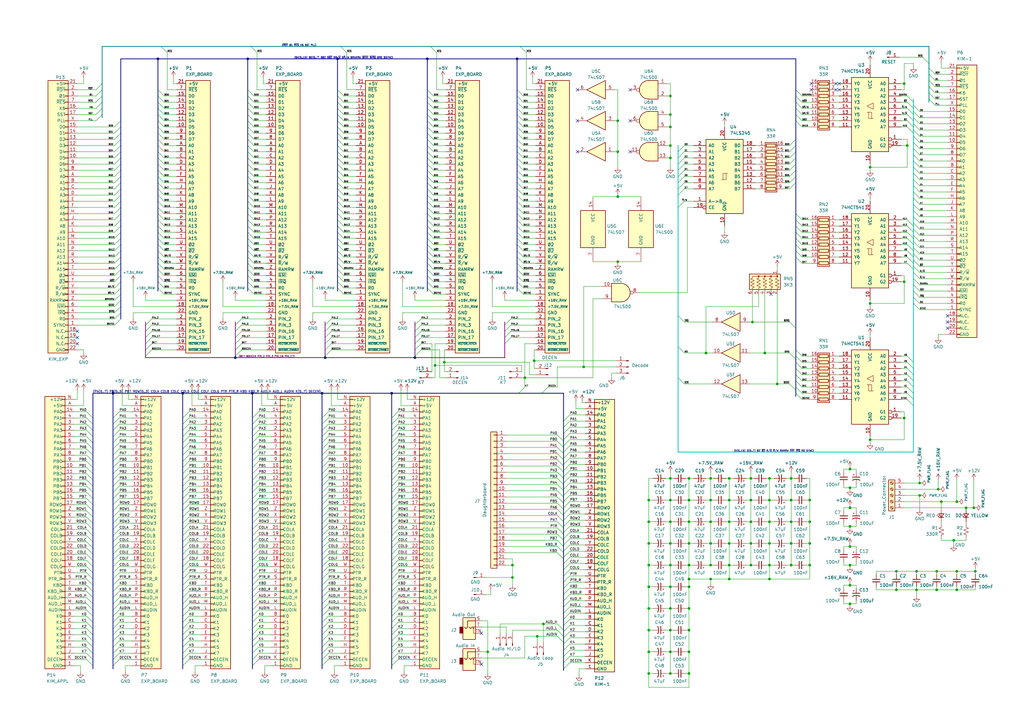
<source format=kicad_sch>
(kicad_sch (version 20230121) (generator eeschema)
  (paper "A3")
  (lib_symbols
    (symbol "74xx:74HCT541" (pin_names (offset 1.016))
      (property "Reference" "U" (at -7.62 16.51 0))
      (property "Value" "74HCT541" (at -7.62 -16.51 0))
      (symbol "74HCT541_1_0"
        (pin input inverted (at -12.7 -10.16 0) (length 5.08) (name "G1") (number "1"))
        (pin power_in line (at 0 -20.32 90) (length 5.08) (name "GND") (number "10"))
        (pin tri_state line (at 12.7 -5.08 180) (length 5.08) (name "Y7") (number "11"))
        (pin tri_state line (at 12.7 -2.54 180) (length 5.08) (name "Y6") (number "12"))
        (pin tri_state line (at 12.7 0 180) (length 5.08) (name "Y5") (number "13"))
        (pin tri_state line (at 12.7 2.54 180) (length 5.08) (name "Y4") (number "14"))
        (pin tri_state line (at 12.7 5.08 180) (length 5.08) (name "Y3") (number "15"))
        (pin tri_state line (at 12.7 7.62 180) (length 5.08) (name "Y2") (number "16"))
        (pin tri_state line (at 12.7 10.16 180) (length 5.08) (name "Y1") (number "17"))
        (pin tri_state line (at 12.7 12.7 180) (length 5.08) (name "Y0") (number "18"))
        (pin input inverted (at -12.7 -12.7 0) (length 5.08) (name "G2") (number "19"))
        (pin input line (at -12.7 12.7 0) (length 5.08) (name "A0") (number "2"))
        (pin power_in line (at 0 20.32 270) (length 5.08) (name "VCC") (number "20"))
        (pin input line (at -12.7 10.16 0) (length 5.08) (name "A1") (number "3"))
        (pin input line (at -12.7 7.62 0) (length 5.08) (name "A2") (number "4"))
        (pin input line (at -12.7 5.08 0) (length 5.08) (name "A3") (number "5"))
        (pin input line (at -12.7 2.54 0) (length 5.08) (name "A4") (number "6"))
        (pin input line (at -12.7 0 0) (length 5.08) (name "A5") (number "7"))
        (pin input line (at -12.7 -2.54 0) (length 5.08) (name "A6") (number "8"))
        (pin input line (at -12.7 -5.08 0) (length 5.08) (name "A7") (number "9"))
      )
    )
    (symbol "74xx:74LS00" (pin_names (offset 1.016))
      (property "Reference" "U" (at 0 1.27 0))
      (property "Value" "74LS00" (at 0 -1.27 0))
      (symbol "74LS00_1_1"
        (pin input line (at -7.62 2.54 0) (length 3.81) (name "~") (number "1"))
        (pin input line (at -7.62 -2.54 0) (length 3.81) (name "~") (number "2"))
        (pin output inverted (at 7.62 0 180) (length 3.81) (name "~") (number "3"))
      )
      (symbol "74LS00_1_2"
        (pin input inverted (at -7.62 2.54 0) (length 4.318) (name "~") (number "1"))
        (pin input inverted (at -7.62 -2.54 0) (length 4.318) (name "~") (number "2"))
        (pin output line (at 7.62 0 180) (length 3.81) (name "~") (number "3"))
      )
      (symbol "74LS00_2_1"
        (pin input line (at -7.62 2.54 0) (length 3.81) (name "~") (number "4"))
        (pin input line (at -7.62 -2.54 0) (length 3.81) (name "~") (number "5"))
        (pin output inverted (at 7.62 0 180) (length 3.81) (name "~") (number "6"))
      )
      (symbol "74LS00_2_2"
        (pin input inverted (at -7.62 2.54 0) (length 4.318) (name "~") (number "4"))
        (pin input inverted (at -7.62 -2.54 0) (length 4.318) (name "~") (number "5"))
        (pin output line (at 7.62 0 180) (length 3.81) (name "~") (number "6"))
      )
      (symbol "74LS00_3_1"
        (pin input line (at -7.62 -2.54 0) (length 3.81) (name "~") (number "10"))
        (pin output inverted (at 7.62 0 180) (length 3.81) (name "~") (number "8"))
        (pin input line (at -7.62 2.54 0) (length 3.81) (name "~") (number "9"))
      )
      (symbol "74LS00_3_2"
        (pin input inverted (at -7.62 -2.54 0) (length 4.318) (name "~") (number "10"))
        (pin output line (at 7.62 0 180) (length 3.81) (name "~") (number "8"))
        (pin input inverted (at -7.62 2.54 0) (length 4.318) (name "~") (number "9"))
      )
      (symbol "74LS00_4_1"
        (pin output inverted (at 7.62 0 180) (length 3.81) (name "~") (number "11"))
        (pin input line (at -7.62 2.54 0) (length 3.81) (name "~") (number "12"))
        (pin input line (at -7.62 -2.54 0) (length 3.81) (name "~") (number "13"))
      )
      (symbol "74LS00_4_2"
        (pin output line (at 7.62 0 180) (length 3.81) (name "~") (number "11"))
        (pin input inverted (at -7.62 2.54 0) (length 4.318) (name "~") (number "12"))
        (pin input inverted (at -7.62 -2.54 0) (length 4.318) (name "~") (number "13"))
      )
      (symbol "74LS00_5_0"
        (pin power_in line (at 0 12.7 270) (length 5.08) (name "VCC") (number "14"))
        (pin power_in line (at 0 -12.7 90) (length 5.08) (name "GND") (number "7"))
      )
    )
    (symbol "74xx:74LS07" (pin_names (offset 1.016))
      (property "Reference" "U" (at 0 1.27 0))
      (property "Value" "74LS07" (at 0 -1.27 0))
      (symbol "74LS07_1_0"
        (pin input line (at -7.62 0 0) (length 3.81) (name "~") (number "1"))
        (pin open_collector line (at 7.62 0 180) (length 3.81) (name "~") (number "2"))
      )
      (symbol "74LS07_2_0"
        (pin input line (at -7.62 0 0) (length 3.81) (name "~") (number "3"))
        (pin open_collector line (at 7.62 0 180) (length 3.81) (name "~") (number "4"))
      )
      (symbol "74LS07_3_0"
        (pin input line (at -7.62 0 0) (length 3.81) (name "~") (number "5"))
        (pin open_collector line (at 7.62 0 180) (length 3.81) (name "~") (number "6"))
      )
      (symbol "74LS07_4_0"
        (pin open_collector line (at 7.62 0 180) (length 3.81) (name "~") (number "8"))
        (pin input line (at -7.62 0 0) (length 3.81) (name "~") (number "9"))
      )
      (symbol "74LS07_5_0"
        (pin open_collector line (at 7.62 0 180) (length 3.81) (name "~") (number "10"))
        (pin input line (at -7.62 0 0) (length 3.81) (name "~") (number "11"))
      )
      (symbol "74LS07_6_0"
        (pin open_collector line (at 7.62 0 180) (length 3.81) (name "~") (number "12"))
        (pin input line (at -7.62 0 0) (length 3.81) (name "~") (number "13"))
      )
      (symbol "74LS07_7_0"
        (pin power_in line (at 0 12.7 270) (length 5.08) (name "VCC") (number "14"))
        (pin power_in line (at 0 -12.7 90) (length 5.08) (name "GND") (number "7"))
      )
    )
    (symbol "74xx:74LS245" (pin_names (offset 1.016))
      (property "Reference" "U" (at -7.62 16.51 0))
      (property "Value" "74LS245" (at -7.62 -16.51 0))
      (symbol "74LS245_1_0"
        (pin input line (at -12.7 -10.16 0) (length 5.08) (name "A->B") (number "1"))
        (pin power_in line (at 0 -20.32 90) (length 5.08) (name "GND") (number "10"))
        (pin tri_state line (at 12.7 -5.08 180) (length 5.08) (name "B7") (number "11"))
        (pin tri_state line (at 12.7 -2.54 180) (length 5.08) (name "B6") (number "12"))
        (pin tri_state line (at 12.7 0 180) (length 5.08) (name "B5") (number "13"))
        (pin tri_state line (at 12.7 2.54 180) (length 5.08) (name "B4") (number "14"))
        (pin tri_state line (at 12.7 5.08 180) (length 5.08) (name "B3") (number "15"))
        (pin tri_state line (at 12.7 7.62 180) (length 5.08) (name "B2") (number "16"))
        (pin tri_state line (at 12.7 10.16 180) (length 5.08) (name "B1") (number "17"))
        (pin tri_state line (at 12.7 12.7 180) (length 5.08) (name "B0") (number "18"))
        (pin input inverted (at -12.7 -12.7 0) (length 5.08) (name "CE") (number "19"))
        (pin tri_state line (at -12.7 12.7 0) (length 5.08) (name "A0") (number "2"))
        (pin power_in line (at 0 20.32 270) (length 5.08) (name "VCC") (number "20"))
        (pin tri_state line (at -12.7 10.16 0) (length 5.08) (name "A1") (number "3"))
        (pin tri_state line (at -12.7 7.62 0) (length 5.08) (name "A2") (number "4"))
        (pin tri_state line (at -12.7 5.08 0) (length 5.08) (name "A3") (number "5"))
        (pin tri_state line (at -12.7 2.54 0) (length 5.08) (name "A4") (number "6"))
        (pin tri_state line (at -12.7 0 0) (length 5.08) (name "A5") (number "7"))
        (pin tri_state line (at -12.7 -2.54 0) (length 5.08) (name "A6") (number "8"))
        (pin tri_state line (at -12.7 -5.08 0) (length 5.08) (name "A7") (number "9"))
      )
    )
    (symbol "Connector:Conn_01x01_Pin" (pin_names (offset 1.016) hide)
      (property "Reference" "J" (at 0 2.54 0))
      (property "Value" "Conn_01x01_Pin" (at 0 -2.54 0))
      (symbol "Conn_01x01_Pin_1_1"
        (pin passive line (at 5.08 0 180) (length 3.81) (name "Pin_1") (number "1"))
      )
    )
    (symbol "Connector:Conn_01x02_Pin" (pin_names (offset 1.016) hide)
      (property "Reference" "J" (at 0 2.54 0))
      (property "Value" "Conn_01x02_Pin" (at 0 -5.08 0))
      (symbol "Conn_01x02_Pin_1_1"
        (pin passive line (at 5.08 0 180) (length 3.81) (name "Pin_1") (number "1"))
        (pin passive line (at 5.08 -2.54 180) (length 3.81) (name "Pin_2") (number "2"))
      )
    )
    (symbol "Connector:Conn_01x03_Pin" (pin_names (offset 1.016) hide)
      (property "Reference" "J" (at 0 5.08 0))
      (property "Value" "Conn_01x03_Pin" (at 0 -5.08 0))
      (symbol "Conn_01x03_Pin_1_1"
        (pin passive line (at 5.08 2.54 180) (length 3.81) (name "Pin_1") (number "1"))
        (pin passive line (at 5.08 0 180) (length 3.81) (name "Pin_2") (number "2"))
        (pin passive line (at 5.08 -2.54 180) (length 3.81) (name "Pin_3") (number "3"))
      )
    )
    (symbol "Connector:Screw_Terminal_01x05" (pin_names (offset 1.016) hide)
      (property "Reference" "J" (at 0 7.62 0))
      (property "Value" "Screw_Terminal_01x05" (at 0 -7.62 0))
      (symbol "Screw_Terminal_01x05_1_1"
        (pin passive line (at -5.08 5.08 0) (length 3.81) (name "Pin_1") (number "1"))
        (pin passive line (at -5.08 2.54 0) (length 3.81) (name "Pin_2") (number "2"))
        (pin passive line (at -5.08 0 0) (length 3.81) (name "Pin_3") (number "3"))
        (pin passive line (at -5.08 -2.54 0) (length 3.81) (name "Pin_4") (number "4"))
        (pin passive line (at -5.08 -5.08 0) (length 3.81) (name "Pin_5") (number "5"))
      )
    )
    (symbol "Connector_Audio:AudioJack2_SwitchT"
      (property "Reference" "J" (at 0 8.89 0))
      (property "Value" "AudioJack2_SwitchT" (at 0 6.35 0))
      (symbol "AudioJack2_SwitchT_1_1"
        (pin passive line (at 5.08 2.54 180) (length 2.54) (name "~") (number "S"))
        (pin passive line (at 5.08 0 180) (length 2.54) (name "~") (number "T"))
        (pin passive line (at 5.08 -2.54 180) (length 2.54) (name "~") (number "TN"))
      )
    )
    (symbol "Connector_Generic:Conn_01x22" (pin_names (offset 1.016) hide)
      (property "Reference" "J" (at 0 27.94 0))
      (property "Value" "Conn_01x22" (at 0 -30.48 0))
      (symbol "Conn_01x22_1_1"
        (pin passive line (at -5.08 25.4 0) (length 3.81) (name "Pin_1") (number "1"))
        (pin passive line (at -5.08 2.54 0) (length 3.81) (name "Pin_10") (number "10"))
        (pin passive line (at -5.08 0 0) (length 3.81) (name "Pin_11") (number "11"))
        (pin passive line (at -5.08 -2.54 0) (length 3.81) (name "Pin_12") (number "12"))
        (pin passive line (at -5.08 -5.08 0) (length 3.81) (name "Pin_13") (number "13"))
        (pin passive line (at -5.08 -7.62 0) (length 3.81) (name "Pin_14") (number "14"))
        (pin passive line (at -5.08 -10.16 0) (length 3.81) (name "Pin_15") (number "15"))
        (pin passive line (at -5.08 -12.7 0) (length 3.81) (name "Pin_16") (number "16"))
        (pin passive line (at -5.08 -15.24 0) (length 3.81) (name "Pin_17") (number "17"))
        (pin passive line (at -5.08 -17.78 0) (length 3.81) (name "Pin_18") (number "18"))
        (pin passive line (at -5.08 -20.32 0) (length 3.81) (name "Pin_19") (number "19"))
        (pin passive line (at -5.08 22.86 0) (length 3.81) (name "Pin_2") (number "2"))
        (pin passive line (at -5.08 -22.86 0) (length 3.81) (name "Pin_20") (number "20"))
        (pin passive line (at -5.08 -25.4 0) (length 3.81) (name "Pin_21") (number "21"))
        (pin passive line (at -5.08 -27.94 0) (length 3.81) (name "Pin_22") (number "22"))
        (pin passive line (at -5.08 20.32 0) (length 3.81) (name "Pin_3") (number "3"))
        (pin passive line (at -5.08 17.78 0) (length 3.81) (name "Pin_4") (number "4"))
        (pin passive line (at -5.08 15.24 0) (length 3.81) (name "Pin_5") (number "5"))
        (pin passive line (at -5.08 12.7 0) (length 3.81) (name "Pin_6") (number "6"))
        (pin passive line (at -5.08 10.16 0) (length 3.81) (name "Pin_7") (number "7"))
        (pin passive line (at -5.08 7.62 0) (length 3.81) (name "Pin_8") (number "8"))
        (pin passive line (at -5.08 5.08 0) (length 3.81) (name "Pin_9") (number "9"))
      )
    )
    (symbol "Device:C_Polarized_Small_US" (pin_numbers hide) (pin_names (offset 0.254) hide)
      (property "Reference" "C" (at 0.254 1.778 0))
      (property "Value" "C_Polarized_Small_US" (at 0.254 -2.032 0))
      (symbol "C_Polarized_Small_US_1_1"
        (pin passive line (at 0 2.54 270) (length 2.032) (name "~") (number "1"))
        (pin passive line (at 0 -2.54 90) (length 2.032) (name "~") (number "2"))
      )
    )
    (symbol "Device:C_Small" (pin_numbers hide) (pin_names (offset 0.254) hide)
      (property "Reference" "C" (at 0.254 1.778 0))
      (property "Value" "C_Small" (at 0.254 -2.032 0))
      (symbol "C_Small_1_1"
        (pin passive line (at 0 2.54 270) (length 2.032) (name "~") (number "1"))
        (pin passive line (at 0 -2.54 90) (length 2.032) (name "~") (number "2"))
      )
    )
    (symbol "Device:LED_Small" (pin_numbers hide) (pin_names (offset 0.254) hide)
      (property "Reference" "D" (at -1.27 3.175 0))
      (property "Value" "LED_Small" (at -4.445 -2.54 0))
      (symbol "LED_Small_1_1"
        (pin passive line (at -2.54 0 0) (length 1.778) (name "K") (number "1"))
        (pin passive line (at 2.54 0 180) (length 1.778) (name "A") (number "2"))
      )
    )
    (symbol "Device:R_Network05_US" (pin_names (offset 0) hide)
      (property "Reference" "RN" (at -7.62 0 90))
      (property "Value" "R_Network05_US" (at 7.62 0 90))
      (symbol "R_Network05_US_1_1"
        (pin passive line (at -5.08 5.08 270) (length 2.54) (name "common") (number "1"))
        (pin passive line (at -5.08 -5.08 90) (length 1.27) (name "R1") (number "2"))
        (pin passive line (at -2.54 -5.08 90) (length 1.27) (name "R2") (number "3"))
        (pin passive line (at 0 -5.08 90) (length 1.27) (name "R3") (number "4"))
        (pin passive line (at 2.54 -5.08 90) (length 1.27) (name "R4") (number "5"))
        (pin passive line (at 5.08 -5.08 90) (length 1.27) (name "R5") (number "6"))
      )
    )
    (symbol "Device:R_Pack08" (pin_names (offset 0) hide)
      (property "Reference" "RN" (at -12.7 0 90))
      (property "Value" "R_Pack08" (at 10.16 0 90))
      (symbol "R_Pack08_1_1"
        (pin passive line (at -10.16 -5.08 90) (length 2.54) (name "R1.1") (number "1"))
        (pin passive line (at 5.08 5.08 270) (length 2.54) (name "R7.2") (number "10"))
        (pin passive line (at 2.54 5.08 270) (length 2.54) (name "R6.2") (number "11"))
        (pin passive line (at 0 5.08 270) (length 2.54) (name "R5.2") (number "12"))
        (pin passive line (at -2.54 5.08 270) (length 2.54) (name "R4.2") (number "13"))
        (pin passive line (at -5.08 5.08 270) (length 2.54) (name "R3.2") (number "14"))
        (pin passive line (at -7.62 5.08 270) (length 2.54) (name "R2.2") (number "15"))
        (pin passive line (at -10.16 5.08 270) (length 2.54) (name "R1.2") (number "16"))
        (pin passive line (at -7.62 -5.08 90) (length 2.54) (name "R2.1") (number "2"))
        (pin passive line (at -5.08 -5.08 90) (length 2.54) (name "R3.1") (number "3"))
        (pin passive line (at -2.54 -5.08 90) (length 2.54) (name "R4.1") (number "4"))
        (pin passive line (at 0 -5.08 90) (length 2.54) (name "R5.1") (number "5"))
        (pin passive line (at 2.54 -5.08 90) (length 2.54) (name "R6.1") (number "6"))
        (pin passive line (at 5.08 -5.08 90) (length 2.54) (name "R7.1") (number "7"))
        (pin passive line (at 7.62 -5.08 90) (length 2.54) (name "R8.1") (number "8"))
        (pin passive line (at 7.62 5.08 270) (length 2.54) (name "R8.2") (number "9"))
      )
    )
    (symbol "Device:R_Small_US" (pin_numbers hide) (pin_names (offset 0.254) hide)
      (property "Reference" "R" (at 0.762 0.508 0))
      (property "Value" "R_Small_US" (at 0.762 -1.016 0))
      (symbol "R_Small_US_1_1"
        (pin passive line (at 0 2.54 270) (length 1.016) (name "~") (number "1"))
        (pin passive line (at 0 -2.54 90) (length 1.016) (name "~") (number "2"))
      )
    )
    (symbol "KIM-1_Library:+16V_RAW" (power) (pin_names (offset 0))
      (property "Value" "+16V_RAW" (at 0 3.81 0))
      (symbol "+16V_RAW_1_1"
        (pin power_in line (at 0 0 90) (length 0) hide (name "+16V_RAW") (number "1"))
      )
    )
    (symbol "KIM-1_Library:+7.5V_RAW" (power) (pin_names (offset 0))
      (property "Value" "+7.5V_RAW" (at 0 3.81 0))
      (symbol "+7.5V_RAW_1_1"
        (pin power_in line (at 0 0 90) (length 0) hide (name "+7.5V_RAW") (number "1"))
      )
    )
    (symbol "KIM-1_Library:KIM_APPL" (pin_names (offset 1.016))
      (property "Reference" "P13" (at -1.27 -59.69 0))
      (property "Value" "EXP_BOARD" (at -1.27 -62.23 0))
      (symbol "KIM_APPL_1_1"
        (pin passive line (at -5.08 -55.88 0) (length 3.81) (name "GND") (number "1"))
        (pin passive line (at -5.08 25.4 0) (length 3.81) (name "PB1") (number "10"))
        (pin passive line (at -5.08 22.86 0) (length 3.81) (name "PB2") (number "11"))
        (pin passive line (at -5.08 20.32 0) (length 3.81) (name "PB3") (number "12"))
        (pin passive line (at -5.08 17.78 0) (length 3.81) (name "PB4") (number "13"))
        (pin passive line (at -5.08 48.26 0) (length 3.81) (name "PA0") (number "14"))
        (pin passive line (at -5.08 12.7 0) (length 3.81) (name "PB7") (number "15"))
        (pin passive line (at -5.08 15.24 0) (length 3.81) (name "PB5") (number "16"))
        (pin passive line (at -5.08 10.16 0) (length 3.81) (name "ROW0") (number "17"))
        (pin passive line (at -5.08 -12.7 0) (length 3.81) (name "COLF") (number "18"))
        (pin passive line (at -5.08 -2.54 0) (length 3.81) (name "COLB") (number "19"))
        (pin passive line (at -5.08 40.64 0) (length 3.81) (name "PA3") (number "2"))
        (pin passive line (at -5.08 -10.16 0) (length 3.81) (name "COLE") (number "20"))
        (pin passive line (at -5.08 0 0) (length 3.81) (name "COLA") (number "21"))
        (pin passive line (at -5.08 -7.62 0) (length 3.81) (name "COLD") (number "22"))
        (pin passive line (at -5.08 43.18 0) (length 3.81) (name "PA2") (number "3"))
        (pin passive line (at -5.08 45.72 0) (length 3.81) (name "PA1") (number "4"))
        (pin passive line (at -5.08 38.1 0) (length 3.81) (name "PA4") (number "5"))
        (pin passive line (at -5.08 35.56 0) (length 3.81) (name "PA5") (number "6"))
        (pin passive line (at -5.08 33.02 0) (length 3.81) (name "PA6") (number "7"))
        (pin passive line (at -5.08 30.48 0) (length 3.81) (name "PA7") (number "8"))
        (pin passive line (at -5.08 27.94 0) (length 3.81) (name "PB0") (number "9"))
        (pin passive line (at -5.08 50.8 0) (length 3.81) (name "+5V") (number "A"))
        (pin passive line (at -5.08 -35.56 0) (length 3.81) (name "K0") (number "B"))
        (pin passive line (at -5.08 -38.1 0) (length 3.81) (name "K1") (number "C"))
        (pin passive line (at -5.08 -40.64 0) (length 3.81) (name "K2") (number "D"))
        (pin passive line (at -5.08 -43.18 0) (length 3.81) (name "K3") (number "E"))
        (pin passive line (at -5.08 -45.72 0) (length 3.81) (name "K4") (number "F"))
        (pin passive line (at -5.08 -48.26 0) (length 3.81) (name "K5") (number "H"))
        (pin passive line (at -5.08 -50.8 0) (length 3.81) (name "K7") (number "J"))
        (pin passive line (at -5.08 -53.34 0) (length 3.81) (name "DECEN") (number "K"))
        (pin passive line (at -5.08 -33.02 0) (length 3.81) (name "AUDIN") (number "L"))
        (pin passive line (at -5.08 -30.48 0) (length 3.81) (name "AUD_L") (number "M"))
        (pin passive line (at -5.08 53.34 0) (length 3.81) (name "+12V") (number "N"))
        (pin passive line (at -5.08 -27.94 0) (length 3.81) (name "AUD_H") (number "P"))
        (pin passive line (at -5.08 -25.4 0) (length 3.81) (name "KBD_R") (number "R"))
        (pin passive line (at -5.08 -20.32 0) (length 3.81) (name "PTR_R") (number "S"))
        (pin passive line (at -5.08 -22.86 0) (length 3.81) (name "KBD") (number "T"))
        (pin passive line (at -5.08 -17.78 0) (length 3.81) (name "PTR") (number "U"))
        (pin passive line (at -5.08 2.54 0) (length 3.81) (name "ROW3") (number "V"))
        (pin passive line (at -5.08 -15.24 0) (length 3.81) (name "COLG") (number "W"))
        (pin passive line (at -5.08 5.08 0) (length 3.81) (name "ROW2") (number "X"))
        (pin passive line (at -5.08 -5.08 0) (length 3.81) (name "COLC") (number "Y"))
        (pin passive line (at -5.08 7.62 0) (length 3.81) (name "ROW1") (number "Z"))
      )
    )
    (symbol "KIM-1_Library:KIM_EXP" (pin_names (offset 1.016))
      (property "Reference" "P1" (at -1.27 59.69 0))
      (property "Value" "KIM-1" (at -1.27 57.15 0))
      (symbol "KIM_EXP_1_1"
        (pin passive line (at -5.08 -45.72 0) (length 3.81) (name "SYNC") (number "1"))
        (pin passive line (at -5.08 22.86 0) (length 3.81) (name "D5") (number "10"))
        (pin passive line (at -5.08 25.4 0) (length 3.81) (name "D4") (number "11"))
        (pin passive line (at -5.08 27.94 0) (length 3.81) (name "D3") (number "12"))
        (pin passive line (at -5.08 30.48 0) (length 3.81) (name "D2") (number "13"))
        (pin passive line (at -5.08 33.02 0) (length 3.81) (name "D1") (number "14"))
        (pin passive line (at -5.08 35.56 0) (length 3.81) (name "D0") (number "15"))
        (pin passive line (at -5.08 43.18 0) (length 3.81) (name "K6") (number "16"))
        (pin passive line (at -5.08 40.64 0) (length 3.81) (name "SST") (number "17"))
        (pin passive line (at -5.08 -48.26 0) (length 3.81) (name "N.C.") (number "18"))
        (pin passive line (at -5.08 -50.8 0) (length 3.81) (name "N.C.") (number "19"))
        (pin passive line (at -5.08 50.8 0) (length 3.81) (name "~{RDY}") (number "2"))
        (pin passive line (at -5.08 -53.34 0) (length 3.81) (name "N.C.") (number "20"))
        (pin passive line (at -5.08 53.34 0) (length 3.81) (name "+5V") (number "21"))
        (pin passive line (at -5.08 -55.88 0) (length 3.81) (name "GND") (number "22"))
        (pin passive line (at -5.08 48.26 0) (length 3.81) (name "Ø1") (number "3"))
        (pin passive line (at -5.08 -40.64 0) (length 3.81) (name "~{IRQ}") (number "4"))
        (pin passive line (at -5.08 -43.18 0) (length 3.81) (name "R0") (number "5"))
        (pin passive line (at -5.08 -38.1 0) (length 3.81) (name "~{NMI}") (number "6"))
        (pin passive line (at -5.08 45.72 0) (length 3.81) (name "~{RES}") (number "7"))
        (pin passive line (at -5.08 17.78 0) (length 3.81) (name "D7") (number "8"))
        (pin passive line (at -5.08 20.32 0) (length 3.81) (name "D6") (number "9"))
        (pin passive line (at -5.08 15.24 0) (length 3.81) (name "A0") (number "A"))
        (pin passive line (at -5.08 12.7 0) (length 3.81) (name "A1") (number "B"))
        (pin passive line (at -5.08 10.16 0) (length 3.81) (name "A2") (number "C"))
        (pin passive line (at -5.08 7.62 0) (length 3.81) (name "A3") (number "D"))
        (pin passive line (at -5.08 5.08 0) (length 3.81) (name "A4") (number "E"))
        (pin passive line (at -5.08 2.54 0) (length 3.81) (name "A5") (number "F"))
        (pin passive line (at -5.08 0 0) (length 3.81) (name "A6") (number "H"))
        (pin passive line (at -5.08 -2.54 0) (length 3.81) (name "A7") (number "J"))
        (pin passive line (at -5.08 -5.08 0) (length 3.81) (name "A8") (number "K"))
        (pin passive line (at -5.08 -7.62 0) (length 3.81) (name "A9") (number "L"))
        (pin passive line (at -5.08 -10.16 0) (length 3.81) (name "A10") (number "M"))
        (pin passive line (at -5.08 -12.7 0) (length 3.81) (name "A11") (number "N"))
        (pin passive line (at -5.08 -15.24 0) (length 3.81) (name "A12") (number "P"))
        (pin passive line (at -5.08 -17.78 0) (length 3.81) (name "A13") (number "R"))
        (pin passive line (at -5.08 -20.32 0) (length 3.81) (name "A14") (number "S"))
        (pin passive line (at -5.08 -22.86 0) (length 3.81) (name "A15") (number "T"))
        (pin passive line (at -5.08 -25.4 0) (length 3.81) (name "Ø2") (number "U"))
        (pin passive line (at -5.08 -30.48 0) (length 3.81) (name "R/~{W}") (number "V"))
        (pin passive line (at -5.08 -33.02 0) (length 3.81) (name "~{R}/W") (number "W"))
        (pin passive line (at -5.08 38.1 0) (length 3.81) (name "PLL") (number "X"))
        (pin passive line (at -5.08 -27.94 0) (length 3.81) (name "~{Ø2}") (number "Y"))
        (pin passive line (at -5.08 -35.56 0) (length 3.81) (name "RAMRW") (number "Z"))
      )
    )
    (symbol "KIM-1_Library:MTU_CONN" (pin_names (offset 1.016))
      (property "Reference" "P2" (at -1.27 59.69 0))
      (property "Value" "EXP_BOARD" (at -1.27 57.15 0))
      (symbol "MTU_CONN_1_1"
        (pin passive line (at -5.08 -33.02 0) (length 3.81) (name "SYNC") (number "1"))
        (pin passive line (at -5.08 35.56 0) (length 3.81) (name "D5") (number "10"))
        (pin passive line (at -5.08 38.1 0) (length 3.81) (name "D4") (number "11"))
        (pin passive line (at -5.08 40.64 0) (length 3.81) (name "D3") (number "12"))
        (pin passive line (at -5.08 43.18 0) (length 3.81) (name "D2") (number "13"))
        (pin passive line (at -5.08 45.72 0) (length 3.81) (name "D1") (number "14"))
        (pin passive line (at -5.08 48.26 0) (length 3.81) (name "D0") (number "15"))
        (pin passive line (at -5.08 -48.26 0) (length 3.81) (name "PIN_16") (number "16"))
        (pin passive line (at -5.08 -50.8 0) (length 3.81) (name "PIN_17") (number "17"))
        (pin passive line (at -5.08 -38.1 0) (length 3.81) (name "+7.5V_RAW") (number "18"))
        (pin passive line (at -5.08 -53.34 0) (length 3.81) (name "~{VECTOR_FETCH}") (number "19"))
        (pin passive line (at -5.08 -43.18 0) (length 3.81) (name "PIN_2") (number "2"))
        (pin passive line (at -5.08 -55.88 0) (length 3.81) (name "~{DECODE_ENABLE}") (number "20"))
        (pin passive line (at -5.08 53.34 0) (length 3.81) (name "+5V") (number "21"))
        (pin passive line (at -5.08 -40.64 0) (length 3.81) (name "GND") (number "22"))
        (pin passive line (at -5.08 -45.72 0) (length 3.81) (name "PIN_3") (number "3"))
        (pin passive line (at -5.08 -27.94 0) (length 3.81) (name "~{IRQ}") (number "4"))
        (pin passive line (at -5.08 -30.48 0) (length 3.81) (name "R0") (number "5"))
        (pin passive line (at -5.08 -25.4 0) (length 3.81) (name "~{NMI}") (number "6"))
        (pin passive line (at -5.08 50.8 0) (length 3.81) (name "~{RES}") (number "7"))
        (pin passive line (at -5.08 30.48 0) (length 3.81) (name "D7") (number "8"))
        (pin passive line (at -5.08 33.02 0) (length 3.81) (name "D6") (number "9"))
        (pin passive line (at -5.08 27.94 0) (length 3.81) (name "A0") (number "A"))
        (pin passive line (at -5.08 25.4 0) (length 3.81) (name "A1") (number "B"))
        (pin passive line (at -5.08 22.86 0) (length 3.81) (name "A2") (number "C"))
        (pin passive line (at -5.08 20.32 0) (length 3.81) (name "A3") (number "D"))
        (pin passive line (at -5.08 17.78 0) (length 3.81) (name "A4") (number "E"))
        (pin passive line (at -5.08 15.24 0) (length 3.81) (name "A5") (number "F"))
        (pin passive line (at -5.08 12.7 0) (length 3.81) (name "A6") (number "H"))
        (pin passive line (at -5.08 10.16 0) (length 3.81) (name "A7") (number "J"))
        (pin passive line (at -5.08 7.62 0) (length 3.81) (name "A8") (number "K"))
        (pin passive line (at -5.08 5.08 0) (length 3.81) (name "A9") (number "L"))
        (pin passive line (at -5.08 2.54 0) (length 3.81) (name "A10") (number "M"))
        (pin passive line (at -5.08 0 0) (length 3.81) (name "A11") (number "N"))
        (pin passive line (at -5.08 -2.54 0) (length 3.81) (name "A12") (number "P"))
        (pin passive line (at -5.08 -5.08 0) (length 3.81) (name "A13") (number "R"))
        (pin passive line (at -5.08 -7.62 0) (length 3.81) (name "A14") (number "S"))
        (pin passive line (at -5.08 -10.16 0) (length 3.81) (name "A15") (number "T"))
        (pin passive line (at -5.08 -12.7 0) (length 3.81) (name "Ø2") (number "U"))
        (pin passive line (at -5.08 -17.78 0) (length 3.81) (name "R/~{W}") (number "V"))
        (pin passive line (at -5.08 -20.32 0) (length 3.81) (name "~{R}/W") (number "W"))
        (pin passive line (at -5.08 -35.56 0) (length 3.81) (name "+16V_RAW") (number "X"))
        (pin passive line (at -5.08 -15.24 0) (length 3.81) (name "~{Ø2}") (number "Y"))
        (pin passive line (at -5.08 -22.86 0) (length 3.81) (name "RAMRW") (number "Z"))
      )
    )
    (symbol "KIM_APPL_1" (pin_names (offset 1.016))
      (property "Reference" "P13" (at -1.27 -59.69 0))
      (property "Value" "EXP_BOARD" (at -1.27 -62.23 0))
      (symbol "KIM_APPL_1_1_1"
        (pin passive line (at -5.08 -55.88 0) (length 3.81) (name "GND") (number "1"))
        (pin passive line (at -5.08 25.4 0) (length 3.81) (name "PB1") (number "10"))
        (pin passive line (at -5.08 22.86 0) (length 3.81) (name "PB2") (number "11"))
        (pin passive line (at -5.08 20.32 0) (length 3.81) (name "PB3") (number "12"))
        (pin passive line (at -5.08 17.78 0) (length 3.81) (name "PB4") (number "13"))
        (pin passive line (at -5.08 48.26 0) (length 3.81) (name "PA0") (number "14"))
        (pin passive line (at -5.08 12.7 0) (length 3.81) (name "PB7") (number "15"))
        (pin passive line (at -5.08 15.24 0) (length 3.81) (name "PB5") (number "16"))
        (pin passive line (at -5.08 10.16 0) (length 3.81) (name "ROW0") (number "17"))
        (pin passive line (at -5.08 -12.7 0) (length 3.81) (name "COLF") (number "18"))
        (pin passive line (at -5.08 -2.54 0) (length 3.81) (name "COLB") (number "19"))
        (pin passive line (at -5.08 40.64 0) (length 3.81) (name "PA3") (number "2"))
        (pin passive line (at -5.08 -10.16 0) (length 3.81) (name "COLE") (number "20"))
        (pin passive line (at -5.08 0 0) (length 3.81) (name "COLA") (number "21"))
        (pin passive line (at -5.08 -7.62 0) (length 3.81) (name "COLD") (number "22"))
        (pin passive line (at -5.08 43.18 0) (length 3.81) (name "PA2") (number "3"))
        (pin passive line (at -5.08 45.72 0) (length 3.81) (name "PA1") (number "4"))
        (pin passive line (at -5.08 38.1 0) (length 3.81) (name "PA4") (number "5"))
        (pin passive line (at -5.08 35.56 0) (length 3.81) (name "PA5") (number "6"))
        (pin passive line (at -5.08 33.02 0) (length 3.81) (name "PA6") (number "7"))
        (pin passive line (at -5.08 30.48 0) (length 3.81) (name "PA7") (number "8"))
        (pin passive line (at -5.08 27.94 0) (length 3.81) (name "PB0") (number "9"))
        (pin passive line (at -5.08 50.8 0) (length 3.81) (name "+5V") (number "A"))
        (pin passive line (at -5.08 -35.56 0) (length 3.81) (name "K0") (number "B"))
        (pin passive line (at -5.08 -38.1 0) (length 3.81) (name "K1") (number "C"))
        (pin passive line (at -5.08 -40.64 0) (length 3.81) (name "K2") (number "D"))
        (pin passive line (at -5.08 -43.18 0) (length 3.81) (name "K3") (number "E"))
        (pin passive line (at -5.08 -45.72 0) (length 3.81) (name "K4") (number "F"))
        (pin passive line (at -5.08 -48.26 0) (length 3.81) (name "K5") (number "H"))
        (pin passive line (at -5.08 -50.8 0) (length 3.81) (name "K7") (number "J"))
        (pin passive line (at -5.08 -53.34 0) (length 3.81) (name "DECEN") (number "K"))
        (pin passive line (at -5.08 -33.02 0) (length 3.81) (name "AUDIN") (number "L"))
        (pin passive line (at -5.08 -30.48 0) (length 3.81) (name "AUD_L") (number "M"))
        (pin passive line (at -5.08 53.34 0) (length 3.81) (name "+12V") (number "N"))
        (pin passive line (at -5.08 -27.94 0) (length 3.81) (name "AUD_H") (number "P"))
        (pin passive line (at -5.08 -25.4 0) (length 3.81) (name "KBD_R") (number "R"))
        (pin passive line (at -5.08 -20.32 0) (length 3.81) (name "PTR_R") (number "S"))
        (pin passive line (at -5.08 -22.86 0) (length 3.81) (name "KBD") (number "T"))
        (pin passive line (at -5.08 -17.78 0) (length 3.81) (name "PTR") (number "U"))
        (pin passive line (at -5.08 2.54 0) (length 3.81) (name "ROW3") (number "V"))
        (pin passive line (at -5.08 -15.24 0) (length 3.81) (name "COLG") (number "W"))
        (pin passive line (at -5.08 5.08 0) (length 3.81) (name "ROW2") (number "X"))
        (pin passive line (at -5.08 -5.08 0) (length 3.81) (name "COLC") (number "Y"))
        (pin passive line (at -5.08 7.62 0) (length 3.81) (name "ROW1") (number "Z"))
      )
    )
    (symbol "KIM_EXP_1" (pin_names (offset 1.016))
      (property "Reference" "P1" (at -1.27 59.69 0))
      (property "Value" "KIM-1" (at -1.27 57.15 0))
      (symbol "KIM_EXP_1_1_1"
        (pin passive line (at -5.08 -45.72 0) (length 3.81) (name "SYNC") (number "1"))
        (pin passive line (at -5.08 22.86 0) (length 3.81) (name "D5") (number "10"))
        (pin passive line (at -5.08 25.4 0) (length 3.81) (name "D4") (number "11"))
        (pin passive line (at -5.08 27.94 0) (length 3.81) (name "D3") (number "12"))
        (pin passive line (at -5.08 30.48 0) (length 3.81) (name "D2") (number "13"))
        (pin passive line (at -5.08 33.02 0) (length 3.81) (name "D1") (number "14"))
        (pin passive line (at -5.08 35.56 0) (length 3.81) (name "D0") (number "15"))
        (pin passive line (at -5.08 43.18 0) (length 3.81) (name "K6") (number "16"))
        (pin passive line (at -5.08 40.64 0) (length 3.81) (name "SST") (number "17"))
        (pin passive line (at -5.08 -48.26 0) (length 3.81) (name "N.C.") (number "18"))
        (pin passive line (at -5.08 -50.8 0) (length 3.81) (name "N.C.") (number "19"))
        (pin passive line (at -5.08 50.8 0) (length 3.81) (name "~{RDY}") (number "2"))
        (pin passive line (at -5.08 -53.34 0) (length 3.81) (name "N.C.") (number "20"))
        (pin passive line (at -5.08 53.34 0) (length 3.81) (name "+5V") (number "21"))
        (pin passive line (at -5.08 -55.88 0) (length 3.81) (name "GND") (number "22"))
        (pin passive line (at -5.08 48.26 0) (length 3.81) (name "Ø1") (number "3"))
        (pin passive line (at -5.08 -40.64 0) (length 3.81) (name "~{IRQ}") (number "4"))
        (pin passive line (at -5.08 -43.18 0) (length 3.81) (name "R0") (number "5"))
        (pin passive line (at -5.08 -38.1 0) (length 3.81) (name "~{NMI}") (number "6"))
        (pin passive line (at -5.08 45.72 0) (length 3.81) (name "~{RES}") (number "7"))
        (pin passive line (at -5.08 17.78 0) (length 3.81) (name "D7") (number "8"))
        (pin passive line (at -5.08 20.32 0) (length 3.81) (name "D6") (number "9"))
        (pin passive line (at -5.08 15.24 0) (length 3.81) (name "A0") (number "A"))
        (pin passive line (at -5.08 12.7 0) (length 3.81) (name "A1") (number "B"))
        (pin passive line (at -5.08 10.16 0) (length 3.81) (name "A2") (number "C"))
        (pin passive line (at -5.08 7.62 0) (length 3.81) (name "A3") (number "D"))
        (pin passive line (at -5.08 5.08 0) (length 3.81) (name "A4") (number "E"))
        (pin passive line (at -5.08 2.54 0) (length 3.81) (name "A5") (number "F"))
        (pin passive line (at -5.08 0 0) (length 3.81) (name "A6") (number "H"))
        (pin passive line (at -5.08 -2.54 0) (length 3.81) (name "A7") (number "J"))
        (pin passive line (at -5.08 -5.08 0) (length 3.81) (name "A8") (number "K"))
        (pin passive line (at -5.08 -7.62 0) (length 3.81) (name "A9") (number "L"))
        (pin passive line (at -5.08 -10.16 0) (length 3.81) (name "A10") (number "M"))
        (pin passive line (at -5.08 -12.7 0) (length 3.81) (name "A11") (number "N"))
        (pin passive line (at -5.08 -15.24 0) (length 3.81) (name "A12") (number "P"))
        (pin passive line (at -5.08 -17.78 0) (length 3.81) (name "A13") (number "R"))
        (pin passive line (at -5.08 -20.32 0) (length 3.81) (name "A14") (number "S"))
        (pin passive line (at -5.08 -22.86 0) (length 3.81) (name "A15") (number "T"))
        (pin passive line (at -5.08 -25.4 0) (length 3.81) (name "Ø2") (number "U"))
        (pin passive line (at -5.08 -30.48 0) (length 3.81) (name "R/~{W}") (number "V"))
        (pin passive line (at -5.08 -33.02 0) (length 3.81) (name "~{R}/W") (number "W"))
        (pin passive line (at -5.08 38.1 0) (length 3.81) (name "PLL") (number "X"))
        (pin passive line (at -5.08 -27.94 0) (length 3.81) (name "~{Ø2}") (number "Y"))
        (pin passive line (at -5.08 -35.56 0) (length 3.81) (name "RAMRW") (number "Z"))
      )
    )
    (symbol "power:+12V" (power) (pin_names (offset 0))
      (property "Value" "+12V" (at 0 3.556 0))
      (symbol "+12V_1_1"
        (pin power_in line (at 0 0 90) (length 0) hide (name "+12V") (number "1"))
      )
    )
    (symbol "power:+5V" (power) (pin_names (offset 0))
      (property "Value" "+5V" (at 0 3.556 0))
      (symbol "+5V_1_1"
        (pin power_in line (at 0 0 90) (length 0) hide (name "+5V") (number "1"))
      )
    )
    (symbol "power:GND" (power) (pin_names (offset 0))
      (property "Value" "GND" (at 0 -3.81 0))
      (symbol "GND_1_1"
        (pin power_in line (at 0 0 270) (length 0) hide (name "GND") (number "1"))
      )
    )
    (symbol "power:PWR_FLAG" (power) (pin_numbers hide) (pin_names (offset 0) hide)
      (property "Value" "PWR_FLAG" (at 0 3.81 0))
      (symbol "PWR_FLAG_0_0"
        (pin power_out line (at 0 0 90) (length 0) (name "pwr") (number "1"))
      )
    )
  )
  (junction (at 138.43 24.13))
  (junction (at 266.065 249.555))
  (junction (at 274.955 231.775))
  (junction (at 313.69 144.78))
  (junction (at 274.955 258.445))
  (junction (at 282.575 258.445))
  (junction (at 370.84 115.57))
  (junction (at 274.955 205.105))
  (junction (at 274.955 249.555))
  (junction (at 315.595 222.885))
  (junction (at 74.93 161.29))
  (junction (at 384.175 241.935))
  (junction (at 160.655 161.29))
  (junction (at 266.065 222.885))
  (junction (at 175.26 24.13))
  (junction (at 299.085 213.995))
  (junction (at 266.065 231.775))
  (junction (at 170.18 146.685))
  (junction (at 282.575 231.775))
  (junction (at 282.575 240.665))
  (junction (at 367.665 234.315))
  (junction (at 282.575 249.555))
  (junction (at 46.355 161.29))
  (junction (at 299.085 231.775))
  (junction (at 210.185 236.855))
  (junction (at 274.955 59.69))
  (junction (at 274.955 196.215))
  (junction (at 324.485 222.885))
  (junction (at 299.085 222.885))
  (junction (at 315.595 231.775))
  (junction (at 266.065 258.445))
  (junction (at 282.575 222.885))
  (junction (at 348.615 224.155))
  (junction (at 324.485 213.995))
  (junction (at 291.465 205.105))
  (junction (at 210.185 231.775))
  (junction (at 356.87 180.34))
  (junction (at 289.56 144.78))
  (junction (at 391.16 221.615))
  (junction (at 132.08 161.29))
  (junction (at 96.52 146.685))
  (junction (at 253.365 62.23))
  (junction (at 370.84 171.45))
  (junction (at 282.575 213.995))
  (junction (at 274.955 39.37))
  (junction (at 307.975 196.215))
  (junction (at 182.245 148.59))
  (junction (at 307.975 213.995))
  (junction (at 400.05 234.315))
  (junction (at 215.265 154.94))
  (junction (at 315.595 237.49))
  (junction (at 356.87 68.58))
  (junction (at 133.35 146.685))
  (junction (at 348.615 215.9))
  (junction (at 348.615 231.775))
  (junction (at 266.065 267.335))
  (junction (at 308.61 132.08))
  (junction (at 274.955 213.995))
  (junction (at 253.365 107.315))
  (junction (at 377.19 198.12))
  (junction (at 291.465 222.885))
  (junction (at 332.105 222.885))
  (junction (at 274.955 46.99))
  (junction (at 253.365 80.645))
  (junction (at 384.175 234.315))
  (junction (at 348.615 240.03))
  (junction (at 103.505 161.29))
  (junction (at 274.955 267.335))
  (junction (at 348.615 200.025))
  (junction (at 291.465 213.995))
  (junction (at 375.92 241.935))
  (junction (at 307.975 231.775))
  (junction (at 348.615 192.405))
  (junction (at 324.485 196.215))
  (junction (at 253.365 49.53))
  (junction (at 282.575 276.225))
  (junction (at 274.955 64.77))
  (junction (at 372.11 59.69))
  (junction (at 332.105 231.775))
  (junction (at 274.955 276.225))
  (junction (at 299.085 205.105))
  (junction (at 282.575 267.335))
  (junction (at 266.065 276.225))
  (junction (at 307.975 222.885))
  (junction (at 375.92 234.315))
  (junction (at 299.085 196.215))
  (junction (at 64.77 24.13))
  (junction (at 282.575 237.49))
  (junction (at 200.025 267.335))
  (junction (at 384.81 200.66))
  (junction (at 315.595 213.995))
  (junction (at 396.24 208.28))
  (junction (at 178.435 149.86))
  (junction (at 274.955 222.885))
  (junction (at 348.615 208.28))
  (junction (at 386.08 205.74))
  (junction (at 282.575 205.105))
  (junction (at 332.105 213.995))
  (junction (at 282.575 196.215))
  (junction (at 101.6 24.13))
  (junction (at 291.465 196.215))
  (junction (at 356.87 124.46))
  (junction (at 370.84 34.29))
  (junction (at 318.77 157.48))
  (junction (at 324.485 205.105))
  (junction (at 367.665 241.935))
  (junction (at 315.595 205.105))
  (junction (at 266.065 205.105))
  (junction (at 222.885 255.905))
  (junction (at 220.345 260.985))
  (junction (at 274.955 240.665))
  (junction (at 266.065 213.995))
  (junction (at 324.485 231.775))
  (junction (at 392.43 205.74))
  (junction (at 348.615 247.65))
  (junction (at 219.075 147.955))
  (junction (at 307.975 205.105))
  (junction (at 299.085 237.49))
  (junction (at 332.105 205.105))
  (junction (at 266.065 240.665))
  (junction (at 212.09 24.13))
  (junction (at 377.19 203.2))
  (junction (at 392.43 241.935))
  (junction (at 315.595 196.215))
  (junction (at 291.465 237.49))
  (junction (at 291.465 231.775))
  (junction (at 399.415 208.28))
  (junction (at 274.955 52.07))
  (junction (at 392.43 234.315))
  (junction (at 239.395 150.495))
  (no_connect (at 31.75 140.97))
  (no_connect (at 316.23 120.65))
  (no_connect (at 332.74 34.29))
  (no_connect (at 344.17 36.83))
  (no_connect (at 388.62 129.54))
  (no_connect (at 236.855 36.83))
  (no_connect (at 388.62 134.62))
  (no_connect (at 236.855 62.23))
  (no_connect (at 342.9 36.83))
  (no_connect (at 342.9 34.29))
  (no_connect (at 31.75 135.89))
  (no_connect (at 344.17 34.29))
  (no_connect (at 197.485 272.415))
  (no_connect (at 332.74 36.83))
  (no_connect (at 258.445 62.23))
  (no_connect (at 197.485 259.715))
  (no_connect (at 258.445 49.53))
  (no_connect (at 31.75 138.43))
  (no_connect (at 258.445 36.83))
  (no_connect (at 236.855 49.53))
  (no_connect (at 388.62 132.08))
  (bus_entry (at 48.895 257.81) (size -2.54 2.54))
  (bus_entry (at 106.045 196.85) (size -2.54 2.54))
  (bus_entry (at 163.195 209.55) (size -2.54 2.54))
  (bus_entry (at 77.47 265.43) (size -2.54 2.54))
  (bus_entry (at 278.13 142.24) (size 2.54 2.54))
  (bus_entry (at 106.045 189.23) (size -2.54 2.54))
  (bus_entry (at 233.68 205.74) (size -2.54 2.54))
  (bus_entry (at 48.895 222.25) (size -2.54 2.54))
  (bus_entry (at 212.09 90.17) (size 2.54 2.54))
  (bus_entry (at 77.47 270.51) (size -2.54 2.54))
  (bus_entry (at 138.43 69.85) (size 2.54 2.54))
  (bus_entry (at 326.39 146.05) (size 2.54 2.54))
  (bus_entry (at 35.56 247.65) (size 2.54 2.54))
  (bus_entry (at 96.52 138.43) (size 2.54 -2.54))
  (bus_entry (at 280.67 64.77) (size -2.54 2.54))
  (bus_entry (at 233.68 256.54) (size -2.54 2.54))
  (bus_entry (at 48.895 234.95) (size -2.54 2.54))
  (bus_entry (at 64.77 39.37) (size 2.54 2.54))
  (bus_entry (at 41.91 41.91) (size -2.54 2.54))
  (bus_entry (at 134.62 232.41) (size -2.54 2.54))
  (bus_entry (at 163.195 181.61) (size -2.54 2.54))
  (bus_entry (at 48.895 270.51) (size -2.54 2.54))
  (bus_entry (at 374.65 66.04) (size 2.54 2.54))
  (bus_entry (at 106.045 232.41) (size -2.54 2.54))
  (bus_entry (at 207.01 140.97) (size 2.54 -2.54))
  (bus_entry (at 228.6 193.675) (size 2.54 2.54))
  (bus_entry (at 133.35 146.05) (size 2.54 -2.54))
  (bus_entry (at 134.62 186.69) (size -2.54 2.54))
  (bus_entry (at 101.6 100.33) (size 2.54 2.54))
  (bus_entry (at 163.195 257.81) (size -2.54 2.54))
  (bus_entry (at 101.6 95.25) (size 2.54 2.54))
  (bus_entry (at 326.39 72.39) (size -2.54 2.54))
  (bus_entry (at 35.56 214.63) (size 2.54 2.54))
  (bus_entry (at 233.68 200.66) (size -2.54 2.54))
  (bus_entry (at 233.68 215.9) (size -2.54 2.54))
  (bus_entry (at 77.47 189.23) (size -2.54 2.54))
  (bus_entry (at 138.43 115.57) (size 2.54 2.54))
  (bus_entry (at 35.56 219.71) (size 2.54 2.54))
  (bus_entry (at 64.77 113.03) (size 2.54 2.54))
  (bus_entry (at 138.43 97.79) (size 2.54 2.54))
  (bus_entry (at 48.895 260.35) (size -2.54 2.54))
  (bus_entry (at 134.62 227.33) (size -2.54 2.54))
  (bus_entry (at 59.69 143.51) (size 2.54 -2.54))
  (bus_entry (at 101.6 118.11) (size 2.54 2.54))
  (bus_entry (at 64.77 107.95) (size 2.54 2.54))
  (bus_entry (at 374.65 60.96) (size 2.54 2.54))
  (bus_entry (at 163.195 237.49) (size -2.54 2.54))
  (bus_entry (at 46.99 113.03) (size 2.54 -2.54))
  (bus_entry (at 64.77 105.41) (size 2.54 2.54))
  (bus_entry (at 106.045 181.61) (size -2.54 2.54))
  (bus_entry (at 328.93 46.99) (size -2.54 -2.54))
  (bus_entry (at 77.47 217.17) (size -2.54 2.54))
  (bus_entry (at 46.99 67.31) (size 2.54 -2.54))
  (bus_entry (at 326.39 151.13) (size 2.54 2.54))
  (bus_entry (at 326.39 100.33) (size 2.54 2.54))
  (bus_entry (at 233.68 266.7) (size -2.54 2.54))
  (bus_entry (at 175.26 118.11) (size 2.54 2.54))
  (bus_entry (at 175.26 110.49) (size 2.54 2.54))
  (bus_entry (at 374.65 45.72) (size 2.54 2.54))
  (bus_entry (at 41.91 44.45) (size -2.54 2.54))
  (bus_entry (at 77.47 237.49) (size -2.54 2.54))
  (bus_entry (at 35.56 173.99) (size 2.54 2.54))
  (bus_entry (at 326.39 87.63) (size 2.54 2.54))
  (bus_entry (at 134.62 224.79) (size -2.54 2.54))
  (bus_entry (at 35.56 267.97) (size 2.54 2.54))
  (bus_entry (at 372.11 148.59) (size 2.54 2.54))
  (bus_entry (at 212.09 113.03) (size 2.54 2.54))
  (bus_entry (at 106.045 227.33) (size -2.54 2.54))
  (bus_entry (at 101.6 41.91) (size 2.54 2.54))
  (bus_entry (at 106.045 217.17) (size -2.54 2.54))
  (bus_entry (at 48.895 189.23) (size -2.54 2.54))
  (bus_entry (at 77.47 179.07) (size -2.54 2.54))
  (bus_entry (at 77.47 199.39) (size -2.54 2.54))
  (bus_entry (at 101.6 54.61) (size 2.54 2.54))
  (bus_entry (at 233.68 220.98) (size -2.54 2.54))
  (bus_entry (at 77.47 171.45) (size -2.54 2.54))
  (bus_entry (at 212.09 52.07) (size 2.54 2.54))
  (bus_entry (at 233.68 223.52) (size -2.54 2.54))
  (bus_entry (at 326.39 97.79) (size 2.54 2.54))
  (bus_entry (at 64.77 46.99) (size 2.54 2.54))
  (bus_entry (at 134.62 176.53) (size -2.54 2.54))
  (bus_entry (at 212.09 69.85) (size 2.54 2.54))
  (bus_entry (at 134.62 260.35) (size -2.54 2.54))
  (bus_entry (at 381 30.48) (size 2.54 2.54))
  (bus_entry (at 228.6 206.375) (size 2.54 2.54))
  (bus_entry (at 64.77 97.79) (size 2.54 2.54))
  (bus_entry (at 106.045 237.49) (size -2.54 2.54))
  (bus_entry (at 326.39 69.85) (size -2.54 2.54))
  (bus_entry (at 163.195 265.43) (size -2.54 2.54))
  (bus_entry (at 326.39 46.99) (size 2.54 2.54))
  (bus_entry (at 381 38.1) (size 2.54 2.54))
  (bus_entry (at 48.895 207.01) (size -2.54 2.54))
  (bus_entry (at 138.43 113.03) (size 2.54 2.54))
  (bus_entry (at 175.26 41.91) (size 2.54 2.54))
  (bus_entry (at 77.47 209.55) (size -2.54 2.54))
  (bus_entry (at 48.895 255.27) (size -2.54 2.54))
  (bus_entry (at 48.895 199.39) (size -2.54 2.54))
  (bus_entry (at 233.68 187.96) (size -2.54 2.54))
  (bus_entry (at 212.09 41.91) (size 2.54 2.54))
  (bus_entry (at 64.77 87.63) (size 2.54 2.54))
  (bus_entry (at 48.895 252.73) (size -2.54 2.54))
  (bus_entry (at 46.99 115.57) (size 2.54 -2.54))
  (bus_entry (at 233.68 180.34) (size -2.54 2.54))
  (bus_entry (at 134.62 237.49) (size -2.54 2.54))
  (bus_entry (at 134.62 191.77) (size -2.54 2.54))
  (bus_entry (at 101.6 49.53) (size 2.54 2.54))
  (bus_entry (at 176.53 19.05) (size 2.54 2.54))
  (bus_entry (at 46.99 107.95) (size 2.54 -2.54))
  (bus_entry (at 106.045 262.89) (size -2.54 2.54))
  (bus_entry (at 212.09 59.69) (size 2.54 2.54))
  (bus_entry (at 374.65 116.84) (size 2.54 2.54))
  (bus_entry (at 101.6 62.23) (size 2.54 2.54))
  (bus_entry (at 374.65 49.53) (size -2.54 -2.54))
  (bus_entry (at 64.77 59.69) (size 2.54 2.54))
  (bus_entry (at 374.65 46.99) (size -2.54 -2.54))
  (bus_entry (at 106.045 270.51) (size -2.54 2.54))
  (bus_entry (at 48.895 265.43) (size -2.54 2.54))
  (bus_entry (at 163.195 227.33) (size -2.54 2.54))
  (bus_entry (at 163.195 173.99) (size -2.54 2.54))
  (bus_entry (at 35.56 250.19) (size 2.54 2.54))
  (bus_entry (at 212.09 72.39) (size 2.54 2.54))
  (bus_entry (at 46.99 125.73) (size 2.54 -2.54))
  (bus_entry (at 163.195 260.35) (size -2.54 2.54))
  (bus_entry (at 64.77 80.01) (size 2.54 2.54))
  (bus_entry (at 46.99 64.77) (size 2.54 -2.54))
  (bus_entry (at 64.77 85.09) (size 2.54 2.54))
  (bus_entry (at 138.43 82.55) (size 2.54 2.54))
  (bus_entry (at 326.39 156.21) (size 2.54 2.54))
  (bus_entry (at 228.6 216.535) (size 2.54 2.54))
  (bus_entry (at 106.045 171.45) (size -2.54 2.54))
  (bus_entry (at 212.09 39.37) (size 2.54 2.54))
  (bus_entry (at 101.6 92.71) (size 2.54 2.54))
  (bus_entry (at 106.045 219.71) (size -2.54 2.54))
  (bus_entry (at 138.43 49.53) (size 2.54 2.54))
  (bus_entry (at 326.39 153.67) (size 2.54 2.54))
  (bus_entry (at 326.39 90.17) (size 2.54 2.54))
  (bus_entry (at 138.43 74.93) (size 2.54 2.54))
  (bus_entry (at 134.62 173.99) (size -2.54 2.54))
  (bus_entry (at 280.67 77.47) (size -2.54 2.54))
  (bus_entry (at 106.045 194.31) (size -2.54 2.54))
  (bus_entry (at 77.47 201.93) (size -2.54 2.54))
  (bus_entry (at 163.195 201.93) (size -2.54 2.54))
  (bus_entry (at 233.68 259.08) (size -2.54 2.54))
  (bus_entry (at 175.26 64.77) (size 2.54 2.54))
  (bus_entry (at 134.62 214.63) (size -2.54 2.54))
  (bus_entry (at 134.62 219.71) (size -2.54 2.54))
  (bus_entry (at 101.6 102.87) (size 2.54 2.54))
  (bus_entry (at 175.26 39.37) (size 2.54 2.54))
  (bus_entry (at 215.265 158.75) (size -2.54 2.54))
  (bus_entry (at 163.195 262.89) (size -2.54 2.54))
  (bus_entry (at 163.195 217.17) (size -2.54 2.54))
  (bus_entry (at 35.56 222.25) (size 2.54 2.54))
  (bus_entry (at 101.6 90.17) (size 2.54 2.54))
  (bus_entry (at 163.195 214.63) (size -2.54 2.54))
  (bus_entry (at 101.6 85.09) (size 2.54 2.54))
  (bus_entry (at 35.56 194.31) (size 2.54 2.54))
  (bus_entry (at 233.68 193.04) (size -2.54 2.54))
  (bus_entry (at 175.26 87.63) (size 2.54 2.54))
  (bus_entry (at 213.36 19.05) (size 2.54 2.54))
  (bus_entry (at 175.26 49.53) (size 2.54 2.54))
  (bus_entry (at 163.195 171.45) (size -2.54 2.54))
  (bus_entry (at 212.09 80.01) (size 2.54 2.54))
  (bus_entry (at 228.6 186.055) (size 2.54 2.54))
  (bus_entry (at 48.895 237.49) (size -2.54 2.54))
  (bus_entry (at 48.895 196.85) (size -2.54 2.54))
  (bus_entry (at 326.39 64.77) (size -2.54 2.54))
  (bus_entry (at 138.43 67.31) (size 2.54 2.54))
  (bus_entry (at 101.6 57.15) (size 2.54 2.54))
  (bus_entry (at 233.68 228.6) (size -2.54 2.54))
  (bus_entry (at 170.18 135.89) (size 2.54 -2.54))
  (bus_entry (at 48.895 168.91) (size -2.54 2.54))
  (bus_entry (at 175.26 36.83) (size 2.54 2.54))
  (bus_entry (at 102.87 19.05) (size 2.54 2.54))
  (bus_entry (at 133.35 138.43) (size 2.54 -2.54))
  (bus_entry (at 133.35 143.51) (size 2.54 -2.54))
  (bus_entry (at 175.26 74.93) (size 2.54 2.54))
  (bus_entry (at 233.68 218.44) (size -2.54 2.54))
  (bus_entry (at 212.09 95.25) (size 2.54 2.54))
  (bus_entry (at 48.895 267.97) (size -2.54 2.54))
  (bus_entry (at 163.195 186.69) (size -2.54 2.54))
  (bus_entry (at 233.68 177.8) (size -2.54 2.54))
  (bus_entry (at 35.56 227.33) (size 2.54 2.54))
  (bus_entry (at 96.52 143.51) (size 2.54 -2.54))
  (bus_entry (at 101.6 44.45) (size 2.54 2.54))
  (bus_entry (at 64.77 54.61) (size 2.54 2.54))
  (bus_entry (at 134.62 247.65) (size -2.54 2.54))
  (bus_entry (at 326.39 148.59) (size 2.54 2.54))
  (bus_entry (at 372.11 90.17) (size 2.54 2.54))
  (bus_entry (at 46.99 54.61) (size 2.54 -2.54))
  (bus_entry (at 163.195 207.01) (size -2.54 2.54))
  (bus_entry (at 372.11 49.53) (size 2.54 2.54))
  (bus_entry (at 374.65 63.5) (size 2.54 2.54))
  (bus_entry (at 35.56 181.61) (size 2.54 2.54))
  (bus_entry (at 212.09 62.23) (size 2.54 2.54))
  (bus_entry (at 106.045 252.73) (size -2.54 2.54))
  (bus_entry (at 212.09 115.57) (size 2.54 2.54))
  (bus_entry (at 106.045 184.15) (size -2.54 2.54))
  (bus_entry (at 228.6 226.695) (size 2.54 2.54))
  (bus_entry (at 175.26 69.85) (size 2.54 2.54))
  (bus_entry (at 46.99 133.35) (size 2.54 -2.54))
  (bus_entry (at 134.62 240.03) (size -2.54 2.54))
  (bus_entry (at 35.56 207.01) (size 2.54 2.54))
  (bus_entry (at 64.77 36.83) (size 2.54 2.54))
  (bus_entry (at 170.18 138.43) (size 2.54 -2.54))
  (bus_entry (at 372.11 151.13) (size 2.54 2.54))
  (bus_entry (at 101.6 64.77) (size 2.54 2.54))
  (bus_entry (at 138.43 92.71) (size 2.54 2.54))
  (bus_entry (at 233.68 170.18) (size -2.54 2.54))
  (bus_entry (at 374.65 81.28) (size 2.54 2.54))
  (bus_entry (at 64.77 49.53) (size 2.54 2.54))
  (bus_entry (at 138.43 57.15) (size 2.54 2.54))
  (bus_entry (at 175.26 59.69) (size 2.54 2.54))
  (bus_entry (at 46.99 92.71) (size 2.54 -2.54))
  (bus_entry (at 212.09 36.83) (size 2.54 2.54))
  (bus_entry (at 374.65 43.18) (size 2.54 2.54))
  (bus_entry (at 374.65 73.66) (size 2.54 2.54))
  (bus_entry (at 233.68 251.46) (size -2.54 2.54))
  (bus_entry (at 35.56 270.51) (size 2.54 2.54))
  (bus_entry (at 106.045 212.09) (size -2.54 2.54))
  (bus_entry (at 374.65 106.68) (size 2.54 2.54))
  (bus_entry (at 41.91 36.83) (size -2.54 2.54))
  (bus_entry (at 138.43 95.25) (size 2.54 2.54))
  (bus_entry (at 48.895 173.99) (size -2.54 2.54))
  (bus_entry (at 101.6 39.37) (size 2.54 2.54))
  (bus_entry (at 59.69 140.97) (size 2.54 -2.54))
  (bus_entry (at 35.56 262.89) (size 2.54 2.54))
  (bus_entry (at 175.26 92.71) (size 2.54 2.54))
  (bus_entry (at 175.26 46.99) (size 2.54 2.54))
  (bus_entry (at 46.99 80.01) (size 2.54 -2.54))
  (bus_entry (at 372.11 161.29) (size 2.54 2.54))
  (bus_entry (at 106.045 199.39) (size -2.54 2.54))
  (bus_entry (at 278.13 154.94) (size 2.54 2.54))
  (bus_entry (at 46.99 69.85) (size 2.54 -2.54))
  (bus_entry (at 233.68 208.28) (size -2.54 2.54))
  (bus_entry (at 212.09 97.79) (size 2.54 2.54))
  (bus_entry (at 59.69 138.43) (size 2.54 -2.54))
  (bus_entry (at 46.99 95.25) (size 2.54 -2.54))
  (bus_entry (at 328.93 41.91) (size -2.54 -2.54))
  (bus_entry (at 134.62 184.15) (size -2.54 2.54))
  (bus_entry (at 133.35 135.89) (size 2.54 -2.54))
  (bus_entry (at 163.195 179.07) (size -2.54 2.54))
  (bus_entry (at 96.52 146.05) (size 2.54 -2.54))
  (bus_entry (at 77.47 234.95) (size -2.54 2.54))
  (bus_entry (at 134.62 234.95) (size -2.54 2.54))
  (bus_entry (at 101.6 52.07) (size 2.54 2.54))
  (bus_entry (at 163.195 255.27) (size -2.54 2.54))
  (bus_entry (at 381 33.02) (size 2.54 2.54))
  (bus_entry (at 134.62 209.55) (size -2.54 2.54))
  (bus_entry (at 35.56 184.15) (size 2.54 2.54))
  (bus_entry (at 138.43 62.23) (size 2.54 2.54))
  (bus_entry (at 374.65 71.12) (size 2.54 2.54))
  (bus_entry (at 64.77 52.07) (size 2.54 2.54))
  (bus_entry (at 228.6 211.455) (size 2.54 2.54))
  (bus_entry (at 101.6 46.99) (size 2.54 2.54))
  (bus_entry (at 77.47 191.77) (size -2.54 2.54))
  (bus_entry (at 77.47 245.11) (size -2.54 2.54))
  (bus_entry (at 77.47 227.33) (size -2.54 2.54))
  (bus_entry (at 280.67 69.85) (size -2.54 2.54))
  (bus_entry (at 134.62 255.27) (size -2.54 2.54))
  (bus_entry (at 134.62 217.17) (size -2.54 2.54))
  (bus_entry (at 374.65 44.45) (size -2.54 -2.54))
  (bus_entry (at 48.895 194.31) (size -2.54 2.54))
  (bus_entry (at 175.26 85.09) (size 2.54 2.54))
  (bus_entry (at 46.99 97.79) (size 2.54 -2.54))
  (bus_entry (at 374.65 99.06) (size 2.54 2.54))
  (bus_entry (at 233.68 226.06) (size -2.54 2.54))
  (bus_entry (at 35.56 212.09) (size 2.54 2.54))
  (bus_entry (at 374.65 91.44) (size 2.54 2.54))
  (bus_entry (at 77.47 214.63) (size -2.54 2.54))
  (bus_entry (at 212.09 110.49) (size 2.54 2.54))
  (bus_entry (at 233.68 238.76) (size -2.54 2.54))
  (bus_entry (at 163.195 224.79) (size -2.54 2.54))
  (bus_entry (at 134.62 207.01) (size -2.54 2.54))
  (bus_entry (at 64.77 41.91) (size 2.54 2.54))
  (bus_entry (at 233.68 248.92) (size -2.54 2.54))
  (bus_entry (at 46.99 100.33) (size 2.54 -2.54))
  (bus_entry (at 77.47 250.19) (size -2.54 2.54))
  (bus_entry (at 175.26 82.55) (size 2.54 2.54))
  (bus_entry (at 77.47 255.27) (size -2.54 2.54))
  (bus_entry (at 101.6 107.95) (size 2.54 2.54))
  (bus_entry (at 278.13 129.54) (size 2.54 2.54))
  (bus_entry (at 175.26 107.95) (size 2.54 2.54))
  (bus_entry (at 48.895 201.93) (size -2.54 2.54))
  (bus_entry (at 64.77 115.57) (size 2.54 2.54))
  (bus_entry (at 374.65 68.58) (size 2.54 2.54))
  (bus_entry (at 374.65 76.2) (size 2.54 2.54))
  (bus_entry (at 101.6 72.39) (size 2.54 2.54))
  (bus_entry (at 374.65 41.91) (size -2.54 -2.54))
  (bus_entry (at 64.77 118.11) (size 2.54 2.54))
  (bus_entry (at 175.26 90.17) (size 2.54 2.54))
  (bus_entry (at 106.045 242.57) (size -2.54 2.54))
  (bus_entry (at 170.18 133.35) (size 2.54 -2.54))
  (bus_entry (at 59.69 146.05) (size 2.54 -2.54))
  (bus_entry (at 175.26 113.03) (size 2.54 2.54))
  (bus_entry (at 77.47 176.53) (size -2.54 2.54))
  (bus_entry (at 374.65 78.74) (size 2.54 2.54))
  (bus_entry (at 212.09 82.55) (size 2.54 2.54))
  (bus_entry (at 46.99 62.23) (size 2.54 -2.54))
  (bus_entry (at 48.895 186.69) (size -2.54 2.54))
  (bus_entry (at 372.11 156.21) (size 2.54 2.54))
  (bus_entry (at 374.65 119.38) (size 2.54 2.54))
  (bus_entry (at 134.62 199.39) (size -2.54 2.54))
  (bus_entry (at 101.6 105.41) (size 2.54 2.54))
  (bus_entry (at 134.62 189.23) (size -2.54 2.54))
  (bus_entry (at 138.43 77.47) (size 2.54 2.54))
  (bus_entry (at 163.195 191.77) (size -2.54 2.54))
  (bus_entry (at 175.26 44.45) (size 2.54 2.54))
  (bus_entry (at 233.68 231.14) (size -2.54 2.54))
  (bus_entry (at 163.195 219.71) (size -2.54 2.54))
  (bus_entry (at 35.56 242.57) (size 2.54 2.54))
  (bus_entry (at 280.67 72.39) (size -2.54 2.54))
  (bus_entry (at 35.56 245.11) (size 2.54 2.54))
  (bus_entry (at 163.195 240.03) (size -2.54 2.54))
  (bus_entry (at 138.43 72.39) (size 2.54 2.54))
  (bus_entry (at 326.39 49.53) (size 2.54 2.54))
  (bus_entry (at 106.045 179.07) (size -2.54 2.54))
  (bus_entry (at 77.47 207.01) (size -2.54 2.54))
  (bus_entry (at 46.99 110.49) (size 2.54 -2.54))
  (bus_entry (at 35.56 217.17) (size 2.54 2.54))
  (bus_entry (at 374.65 104.14) (size 2.54 2.54))
  (bus_entry (at 372.11 107.95) (size 2.54 2.54))
  (bus_entry (at 163.195 222.25) (size -2.54 2.54))
  (bus_entry (at 212.09 44.45) (size 2.54 2.54))
  (bus_entry (at 138.43 110.49) (size 2.54 2.54))
  (bus_entry (at 106.045 267.97) (size -2.54 2.54))
  (bus_entry (at 163.195 229.87) (size -2.54 2.54))
  (bus_entry (at 134.62 222.25) (size -2.54 2.54))
  (bus_entry (at 228.6 258.445) (size 2.54 2.54))
  (bus_entry (at 35.56 224.79) (size 2.54 2.54))
  (bus_entry (at 77.47 247.65) (size -2.54 2.54))
  (bus_entry (at 233.68 203.2) (size -2.54 2.54))
  (bus_entry (at 138.43 100.33) (size 2.54 2.54))
  (bus_entry (at 77.47 267.97) (size -2.54 2.54))
  (bus_entry (at 46.99 52.07) (size 2.54 -2.54))
  (bus_entry (at 35.56 234.95) (size 2.54 2.54))
  (bus_entry (at 381 40.64) (size 2.54 2.54))
  (bus_entry (at 233.68 190.5) (size -2.54 2.54))
  (bus_entry (at 228.6 178.435) (size 2.54 2.54))
  (bus_entry (at 46.99 59.69) (size 2.54 -2.54))
  (bus_entry (at 35.56 204.47) (size 2.54 2.54))
  (bus_entry (at 35.56 199.39) (size 2.54 2.54))
  (bus_entry (at 46.99 105.41) (size 2.54 -2.54))
  (bus_entry (at 134.62 196.85) (size -2.54 2.54))
  (bus_entry (at 46.99 82.55) (size 2.54 -2.54))
  (bus_entry (at 228.6 180.975) (size 2.54 2.54))
  (bus_entry (at 106.045 250.19) (size -2.54 2.54))
  (bus_entry (at 138.43 44.45) (size 2.54 2.54))
  (bus_entry (at 46.99 77.47) (size 2.54 -2.54))
  (bus_entry (at 228.6 219.075) (size 2.54 2.54))
  (bus_entry (at 106.045 186.69) (size -2.54 2.54))
  (bus_entry (at 46.99 72.39) (size 2.54 -2.54))
  (bus_entry (at 138.43 54.61) (size 2.54 2.54))
  (bus_entry (at 101.6 97.79) (size 2.54 2.54))
  (bus_entry (at 35.56 186.69) (size 2.54 2.54))
  (bus_entry (at 139.7 19.05) (size 2.54 2.54))
  (bus_entry (at 372.11 146.05) (size 2.54 2.54))
  (bus_entry (at 163.195 168.91) (size -2.54 2.54))
  (bus_entry (at 163.195 232.41) (size -2.54 2.54))
  (bus_entry (at 233.68 213.36) (size -2.54 2.54))
  (bus_entry (at 207.01 135.89) (size 2.54 -2.54))
  (bus_entry (at 326.39 57.15) (size -2.54 2.54))
  (bus_entry (at 35.56 171.45) (size 2.54 2.54))
  (bus_entry (at 228.6 196.215) (size 2.54 2.54))
  (bus_entry (at 372.11 100.33) (size 2.54 2.54))
  (bus_entry (at 138.43 36.83) (size 2.54 2.54))
  (bus_entry (at 163.195 242.57) (size -2.54 2.54))
  (bus_entry (at 233.68 233.68) (size -2.54 2.54))
  (bus_entry (at 46.99 130.81) (size 2.54 -2.54))
  (bus_entry (at 66.04 19.05) (size 2.54 2.54))
  (bus_entry (at 48.895 191.77) (size -2.54 2.54))
  (bus_entry (at 233.68 241.3) (size -2.54 2.54))
  (bus_entry (at 212.09 118.11) (size 2.54 2.54))
  (bus_entry (at 64.77 62.23) (size 2.54 2.54))
  (bus_entry (at 106.045 173.99) (size -2.54 2.54))
  (bus_entry (at 106.045 191.77) (size -2.54 2.54))
  (bus_entry (at 138.43 105.41) (size 2.54 2.54))
  (bus_entry (at 101.6 36.83) (size 2.54 2.54))
  (bus_entry (at 35.56 189.23) (size 2.54 2.54))
  (bus_entry (at 77.47 222.25) (size -2.54 2.54))
  (bus_entry (at 101.6 115.57) (size 2.54 2.54))
  (bus_entry (at 212.09 105.41) (size 2.54 2.54))
  (bus_entry (at 233.68 198.12) (size -2.54 2.54))
  (bus_entry (at 372.11 153.67) (size 2.54 2.54))
  (bus_entry (at 77.47 186.69) (size -2.54 2.54))
  (bus_entry (at 106.045 234.95) (size -2.54 2.54))
  (bus_entry (at 64.77 64.77) (size 2.54 2.54))
  (bus_entry (at 77.47 194.31) (size -2.54 2.54))
  (bus_entry (at 77.47 257.81) (size -2.54 2.54))
  (bus_entry (at 328.93 44.45) (size -2.54 -2.54))
  (bus_entry (at 224.79 158.75) (size -2.54 2.54))
  (bus_entry (at 374.65 88.9) (size 2.54 2.54))
  (bus_entry (at 228.6 191.135) (size 2.54 2.54))
  (bus_entry (at 46.99 118.11) (size 2.54 -2.54))
  (bus_entry (at 134.62 262.89) (size -2.54 2.54))
  (bus_entry (at 138.43 52.07) (size 2.54 2.54))
  (bus_entry (at 326.39 95.25) (size 2.54 2.54))
  (bus_entry (at 77.47 262.89) (size -2.54 2.54))
  (bus_entry (at 35.56 209.55) (size 2.54 2.54))
  (bus_entry (at 101.6 69.85) (size 2.54 2.54))
  (bus_entry (at 64.77 69.85) (size 2.54 2.54))
  (bus_entry (at 48.895 247.65) (size -2.54 2.54))
  (bus_entry (at 138.43 85.09) (size 2.54 2.54))
  (bus_entry (at 106.045 222.25) (size -2.54 2.54))
  (bus_entry (at 64.77 67.31) (size 2.54 2.54))
  (bus_entry (at 328.93 39.37) (size -2.54 -2.54))
  (bus_entry (at 101.6 82.55) (size 2.54 2.54))
  (bus_entry (at 170.18 140.97) (size 2.54 -2.54))
  (bus_entry (at 48.895 250.19) (size -2.54 2.54))
  (bus_entry (at 106.045 229.87) (size -2.54 2.54))
  (bus_entry (at 175.26 67.31) (size 2.54 2.54))
  (bus_entry (at 134.62 252.73) (size -2.54 2.54))
  (bus_entry (at 133.35 140.97) (size 2.54 -2.54))
  (bus_entry (at 77.47 219.71) (size -2.54 2.54))
  (bus_entry (at 48.895 229.87) (size -2.54 2.54))
  (bus_entry (at 233.68 182.88) (size -2.54 2.54))
  (bus_entry (at 106.045 204.47) (size -2.54 2.54))
  (bus_entry (at 163.195 250.19) (size -2.54 2.54))
  (bus_entry (at 77.47 260.35) (size -2.54 2.54))
  (bus_entry (at 41.91 34.29) (size -2.54 2.54))
  (bus_entry (at 106.045 245.11) (size -2.54 2.54))
  (bus_entry (at 212.09 57.15) (size 2.54 2.54))
  (bus_entry (at 35.56 257.81) (size 2.54 2.54))
  (bus_entry (at 101.6 77.47) (size 2.54 2.54))
  (bus_entry (at 59.69 135.89) (size 2.54 -2.54))
  (bus_entry (at 48.895 245.11) (size -2.54 2.54))
  (bus_entry (at 64.77 82.55) (size 2.54 2.54))
  (bus_entry (at 64.77 90.17) (size 2.54 2.54))
  (bus_entry (at 106.045 240.03) (size -2.54 2.54))
  (bus_entry (at 163.195 204.47) (size -2.54 2.54))
  (bus_entry (at 138.43 39.37) (size 2.54 2.54))
  (bus_entry (at 134.62 181.61) (size -2.54 2.54))
  (bus_entry (at 163.195 212.09) (size -2.54 2.54))
  (bus_entry (at 175.26 57.15) (size 2.54 2.54))
  (bus_entry (at 374.65 86.36) (size 2.54 2.54))
  (bus_entry (at 64.77 74.93) (size 2.54 2.54))
  (bus_entry (at 77.47 224.79) (size -2.54 2.54))
  (bus_entry (at 280.67 82.55) (size -2.54 2.54))
  (bus_entry (at 138.43 107.95) (size 2.54 2.54))
  (bus_entry (at 46.99 102.87) (size 2.54 -2.54))
  (bus_entry (at 48.895 217.17) (size -2.54 2.54))
  (bus_entry (at 163.195 199.39) (size -2.54 2.54))
  (bus_entry (at 233.68 243.84) (size -2.54 2.54))
  (bus_entry (at 101.6 67.31) (size 2.54 2.54))
  (bus_entry (at 96.52 133.35) (size 2.54 -2.54))
  (bus_entry (at 48.895 204.47) (size -2.54 2.54))
  (bus_entry (at 233.68 254) (size -2.54 2.54))
  (bus_entry (at 106.045 257.81) (size -2.54 2.54))
  (bus_entry (at 175.26 102.87) (size 2.54 2.54))
  (bus_entry (at 106.045 224.79) (size -2.54 2.54))
  (bus_entry (at 323.85 144.78) (size 2.54 2.54))
  (bus_entry (at 35.56 168.91) (size 2.54 2.54))
  (bus_entry (at 101.6 87.63) (size 2.54 2.54))
  (bus_entry (at 138.43 87.63) (size 2.54 2.54))
  (bus_entry (at 163.195 234.95) (size -2.54 2.54))
  (bus_entry (at 35.56 179.07) (size 2.54 2.54))
  (bus_entry (at 46.99 87.63) (size 2.54 -2.54))
  (bus_entry (at 374.65 48.26) (size 2.54 2.54))
  (bus_entry (at 175.26 97.79) (size 2.54 2.54))
  (bus_entry (at 372.11 102.87) (size 2.54 2.54))
  (bus_entry (at 372.11 92.71) (size 2.54 2.54))
  (bus_entry (at 77.47 232.41) (size -2.54 2.54))
  (bus_entry (at 228.6 260.985) (size 2.54 2.54))
  (bus_entry (at 77.47 229.87) (size -2.54 2.54))
  (bus_entry (at 101.6 59.69) (size 2.54 2.54))
  (bus_entry (at 64.77 102.87) (size 2.54 2.54))
  (bus_entry (at 381 35.56) (size 2.54 2.54))
  (bus_entry (at 175.26 54.61) (size 2.54 2.54))
  (bus_entry (at 175.26 95.25) (size 2.54 2.54))
  (bus_entry (at 41.91 46.99) (size -2.54 2.54))
  (bus_entry (at 228.6 255.905) (size 2.54 2.54))
  (bus_entry (at 372.11 95.25) (size 2.54 2.54))
  (bus_entry (at 48.895 176.53) (size -2.54 2.54))
  (bus_entry (at 134.62 212.09) (size -2.54 2.54))
  (bus_entry (at 77.47 212.09) (size -2.54 2.54))
  (bus_entry (at 48.895 171.45) (size -2.54 2.54))
  (bus_entry (at 138.43 59.69) (size 2.54 2.54))
  (bus_entry (at 134.62 204.47) (size -2.54 2.54))
  (bus_entry (at 228.6 224.155) (size 2.54 2.54))
  (bus_entry (at 59.69 133.35) (size 2.54 -2.54))
  (bus_entry (at 48.895 240.03) (size -2.54 2.54))
  (bus_entry (at 175.26 80.01) (size 2.54 2.54))
  (bus_entry (at 326.39 161.29) (size 2.54 2.54))
  (bus_entry (at 175.26 72.39) (size 2.54 2.54))
  (bus_entry (at 48.895 262.89) (size -2.54 2.54))
  (bus_entry (at 106.045 255.27) (size -2.54 2.54))
  (bus_entry (at 374.65 50.8) (size 2.54 2.54))
  (bus_entry (at 163.195 247.65) (size -2.54 2.54))
  (bus_entry (at 46.99 74.93) (size 2.54 -2.54))
  (bus_entry (at 381 27.94) (size 2.54 2.54))
  (bus_entry (at 35.56 229.87) (size 2.54 2.54))
  (bus_entry (at 326.39 62.23) (size -2.54 2.54))
  (bus_entry (at 41.91 39.37) (size -2.54 2.54))
  (bus_entry (at 46.99 85.09) (size 2.54 -2.54))
  (bus_entry (at 228.6 208.915) (size 2.54 2.54))
  (bus_entry (at 175.26 100.33) (size 2.54 2.54))
  (bus_entry (at 48.895 179.07) (size -2.54 2.54))
  (bus_entry (at 372.11 163.83) (size 2.54 2.54))
  (bus_entry (at 280.67 67.31) (size -2.54 2.54))
  (bus_entry (at 374.65 121.92) (size 2.54 2.54))
  (bus_entry (at 374.65 109.22) (size 2.54 2.54))
  (bus_entry (at 134.62 265.43) (size -2.54 2.54))
  (bus_entry (at 46.99 57.15) (size 2.54 -2.54))
  (bus_entry (at 280.67 59.69) (size -2.54 2.54))
  (bus_entry (at 378.46 23.495) (size 2.54 2.54))
  (bus_entry (at 134.62 179.07) (size -2.54 2.54))
  (bus_entry (at 212.09 64.77) (size 2.54 2.54))
  (bus_entry (at 46.99 128.27) (size 2.54 -2.54))
  (bus_entry (at 101.6 80.01) (size 2.54 2.54))
  (bus_entry (at 96.52 135.89) (size 2.54 -2.54))
  (bus_entry (at 48.895 232.41) (size -2.54 2.54))
  (bus_entry (at 138.43 102.87) (size 2.54 2.54))
  (bus_entry (at 212.09 87.63) (size 2.54 2.54))
  (bus_entry (at 233.68 195.58) (size -2.54 2.54))
  (bus_entry (at 48.895 224.79) (size -2.54 2.54))
  (bus_entry (at 138.43 90.17) (size 2.54 2.54))
  (bus_entry (at 64.77 72.39) (size 2.54 2.54))
  (bus_entry (at 228.6 188.595) (size 2.54 2.54))
  (bus_entry (at 134.62 229.87) (size -2.54 2.54))
  (bus_entry (at 48.895 184.15) (size -2.54 2.54))
  (bus_entry (at 326.39 158.75) (size 2.54 2.54))
  (bus_entry (at 212.09 77.47) (size 2.54 2.54))
  (bus_entry (at 374.65 93.98) (size 2.54 2.54))
  (bus_entry (at 48.895 242.57) (size -2.54 2.54))
  (bus_entry (at 133.35 133.35) (size 2.54 -2.54))
  (bus_entry (at 372.11 97.79) (size 2.54 2.54))
  (bus_entry (at 233.68 246.38) (size -2.54 2.54))
  (bus_entry (at 35.56 196.85) (size 2.54 2.54))
  (bus_entry (at 35.56 237.49) (size 2.54 2.54))
  (bus_entry (at 46.99 90.17) (size 2.54 -2.54))
  (bus_entry (at 374.65 114.3) (size 2.54 2.54))
  (bus_entry (at 228.6 183.515) (size 2.54 2.54))
  (bus_entry (at 228.6 203.835) (size 2.54 2.54))
  (bus_entry (at 77.47 240.03) (size -2.54 2.54))
  (bus_entry (at 233.68 261.62) (size -2.54 2.54))
  (bus_entry (at 35.56 252.73) (size 2.54 2.54))
  (bus_entry (at 35.56 232.41) (size 2.54 2.54))
  (bus_entry (at 233.68 185.42) (size -2.54 2.54))
  (bus_entry (at 212.09 46.99) (size 2.54 2.54))
  (bus_entry (at 46.99 123.19) (size 2.54 -2.54))
  (bus_entry (at 101.6 74.93) (size 2.54 2.54))
  (bus_entry (at 138.43 118.11) (size 2.54 2.54))
  (bus_entry (at 134.62 257.81) (size -2.54 2.54))
  (bus_entry (at 134.62 171.45) (size -2.54 2.54))
  (bus_entry (at 228.6 213.995) (size 2.54 2.54))
  (bus_entry (at 48.895 209.55) (size -2.54 2.54))
  (bus_entry (at 374.65 55.88) (size 2.54 2.54))
  (bus_entry (at 175.26 105.41) (size 2.54 2.54))
  (bus_entry (at 48.895 219.71) (size -2.54 2.54))
  (bus_entry (at 64.77 100.33) (size 2.54 2.54))
  (bus_entry (at 212.09 85.09) (size 2.54 2.54))
  (bus_entry (at 326.39 105.41) (size 2.54 2.54))
  (bus_entry (at 163.195 267.97) (size -2.54 2.54))
  (bus_entry (at 35.56 201.93) (size 2.54 2.54))
  (bus_entry (at 163.195 194.31) (size -2.54 2.54))
  (bus_entry (at 134.62 194.31) (size -2.54 2.54))
  (bus_entry (at 326.39 143.51) (size 2.54 2.54))
  (bus_entry (at 101.6 113.03) (size 2.54 2.54))
  (bus_entry (at 35.56 265.43) (size 2.54 2.54))
  (bus_entry (at 212.09 74.93) (size 2.54 2.54))
  (bus_entry (at 134.62 245.11) (size -2.54 2.54))
  (bus_entry (at 374.65 101.6) (size 2.54 2.54))
  (bus_entry (at 233.68 210.82) (size -2.54 2.54))
  (bus_entry (at 106.045 201.93) (size -2.54 2.54))
  (bus_entry (at 228.6 198.755) (size 2.54 2.54))
  (bus_entry (at 134.62 267.97) (size -2.54 2.54))
  (bus_entry (at 106.045 265.43) (size -2.54 2.54))
  (bus_entry (at 106.045 209.55) (size -2.54 2.54))
  (bus_entry (at 207.01 133.35) (size 2.54 -2.54))
  (bus_entry (at 228.6 221.615) (size 2.54 2.54))
  (bus_entry (at 175.26 62.23) (size 2.54 2.54))
  (bus_entry (at 326.39 102.87) (size 2.54 2.54))
  (bus_entry (at 212.09 102.87) (size 2.54 2.54))
  (bus_entry (at 233.68 271.78) (size -2.54 2.54))
  (bus_entry (at 326.39 59.69) (size -2.54 2.54))
  (bus_entry (at 163.195 176.53) (size -2.54 2.54))
  (bus_entry (at 233.68 264.16) (size -2.54 2.54))
  (bus_entry (at 48.895 212.09) (size -2.54 2.54))
  (bus_entry (at 138.43 64.77) (size 2.54 2.54))
  (bus_entry (at 106.045 176.53) (size -2.54 2.54))
  (bus_entry (at 106.045 247.65) (size -2.54 2.54))
  (bus_entry (at 106.045 214.63) (size -2.54 2.54))
  (bus_entry (at 175.26 77.47) (size 2.54 2.54))
  (bus_entry (at 212.09 49.53) (size 2.54 2.54))
  (bus_entry (at 233.68 236.22) (size -2.54 2.54))
  (bus_entry (at 326.39 92.71) (size 2.54 2.54))
  (bus_entry (at 64.77 77.47) (size 2.54 2.54))
  (bus_entry (at 64.77 110.49) (size 2.54 2.54))
  (bus_entry (at 374.65 111.76) (size 2.54 2.54))
  (bus_entry (at 46.99 120.65) (size 2.54 -2.54))
  (bus_entry (at 326.39 67.31) (size -2.54 2.54))
  (bus_entry (at 77.47 204.47) (size -2.54 2.54))
  (bus_entry (at 48.895 181.61) (size -2.54 2.54))
  (bus_entry (at 212.09 92.71) (size 2.54 2.54))
  (bus_entry (at 106.045 168.91) (size -2.54 2.54))
  (bus_entry (at 106.045 260.35) (size -2.54 2.54))
  (bus_entry (at 170.18 146.05) (size 2.54 -2.54))
  (bus_entry (at 48.895 227.33) (size -2.54 2.54))
  (bus_entry (at 64.77 44.45) (size 2.54 2.54))
  (bus_entry (at 138.43 41.91) (size 2.54 2.54))
  (bus_entry (at 175.26 115.57) (size 2.54 2.54))
  (bus_entry (at 372.11 158.75) (size 2.54 2.54))
  (bus_entry (at 77.47 196.85) (size -2.54 2.54))
  (bus_entry (at 228.6 201.295) (size 2.54 2.54))
  (bus_entry (at 374.65 96.52) (size 2.54 2.54))
  (bus_entry (at 170.18 143.51) (size 2.54 -2.54))
  (bus_entry (at 106.045 207.01) (size -2.54 2.54))
  (bus_entry (at 134.62 168.91) (size -2.54 2.54))
  (bus_entry (at 323.85 157.48) (size 2.54 2.54))
  (bus_entry (at 77.47 252.73) (size -2.54 2.54))
  (bus_entry (at 138.43 80.01) (size 2.54 2.54))
  (bus_entry (at 280.67 62.23) (size -2.54 2.54))
  (bus_entry (at 212.09 107.95) (size 2.54 2.54))
  (bus_entry (at 48.895 214.63) (size -2.54 2.54))
  (bus_entry (at 101.6 110.49) (size 2.54 2.54))
  (bus_entry (at 64.77 57.15) (size 2.54 2.54))
  (bus_entry (at 280.67 74.93) (size -2.54 2.54))
  (bus_entry (at 374.65 83.82) (size 2.54 2.54))
  (bus_entry (at 35.56 260.35) (size 2.54 2.54))
  (bus_entry (at 212.09 67.31) (size 2.54 2.54))
  (bus_entry (at 374.65 58.42) (size 2.54 2.54))
  (bus_entry (at 163.195 196.85) (size -2.54 2.54))
  (bus_entry (at 35.56 176.53) (size 2.54 2.54))
  (bus_entry (at 77.47 181.61) (size -2.54 2.54))
  (bus_entry (at 372.11 105.41) (size 2.54 2.54))
  (bus_entry (at 326.39 74.93) (size -2.54 2.54))
  (bus_entry (at 372.11 52.07) (size 2.54 2.54))
  (bus_entry (at 134.62 250.19) (size -2.54 2.54))
  (bus_entry (at 163.195 270.51) (size -2.54 2.54))
  (bus_entry (at 77.47 184.15) (size -2.54 2.54))
  (bus_entry (at 77.47 173.99) (size -2.54 2.54))
  (bus_entry (at 64.77 92.71) (size 2.54 2.54))
  (bus_entry (at 77.47 242.57) (size -2.54 2.54))
  (bus_entry (at 77.47 168.91) (size -2.54 2.54))
  (bus_entry (at 207.01 138.43) (size 2.54 -2.54))
  (bus_entry (at 138.43 46.99) (size 2.54 2.54))
  (bus_entry (at 233.68 172.72) (size -2.54 2.54))
  (bus_entry (at 35.56 255.27) (size 2.54 2.54))
  (bus_entry (at 233.68 269.24) (size -2.54 2.54))
  (bus_entry (at 134.62 201.93) (size -2.54 2.54))
  (bus_entry (at 233.68 175.26) (size -2.54 2.54))
  (bus_entry (at 163.195 245.11) (size -2.54 2.54))
  (bus_entry (at 212.09 100.33) (size 2.54 2.54))
  (bus_entry (at 134.62 270.51) (size -2.54 2.54))
  (bus_entry (at 163.195 184.15) (size -2.54 2.54))
  (bus_entry (at 35.56 240.03) (size 2.54 2.54))
  (bus_entry (at 64.77 95.25) (size 2.54 2.54))
  (bus_entry (at 163.195 189.23) (size -2.54 2.54))
  (bus_entry (at 35.56 191.77) (size 2.54 2.54))
  (bus_entry (at 163.195 252.73) (size -2.54 2.54))
  (bus_entry (at 374.65 53.34) (size 2.54 2.54))
  (bus_entry (at 96.52 140.97) (size 2.54 -2.54))
  (bus_entry (at 175.26 52.07) (size 2.54 2.54))
  (bus_entry (at 212.09 54.61) (size 2.54 2.54))
  (bus_entry (at 323.85 132.08) (size 2.54 2.54))
  (bus_entry (at 134.62 242.57) (size -2.54 2.54))
  (bus_entry (at 374.65 124.46) (size 2.54 2.54))
  (bus (pts (xy 170.18 132.08) (xy 170.18 133.35)) (stroke (width 0) (color 132 0 132 1)))
  (wire (pts (xy 369.57 36.83) (xy 370.84 36.83)))
  (bus (pts (xy 170.18 146.685) (xy 207.01 146.685)) (stroke (width 0) (color 132 0 132 1)))
  (wire (pts (xy 168.275 207.01) (xy 163.195 207.01)))
  (wire (pts (xy 140.97 85.09) (xy 146.05 85.09)))
  (wire (pts (xy 317.5 205.105) (xy 315.595 205.105)))
  (wire (pts (xy 328.93 156.21) (xy 332.74 156.21)))
  (bus (pts (xy 212.09 74.93) (xy 212.09 77.47)))
  (bus (pts (xy 103.505 242.57) (xy 103.505 240.03)))
  (wire (pts (xy 240.03 254) (xy 233.68 254)))
  (bus (pts (xy 212.09 67.31) (xy 212.09 69.85)))
  (wire (pts (xy 369.57 148.59) (xy 372.11 148.59)))
  (bus (pts (xy 175.26 72.39) (xy 175.26 74.93)))
  (wire (pts (xy 342.9 97.79) (xy 344.17 97.79)))
  (wire (pts (xy 111.125 181.61) (xy 106.045 181.61)))
  (wire (pts (xy 207.01 123.19) (xy 207.01 121.92)))
  (bus (pts (xy 132.08 234.95) (xy 132.08 232.41)))
  (bus (pts (xy 49.53 54.61) (xy 49.53 52.07)))
  (bus (pts (xy 64.77 102.87) (xy 64.77 100.33)))
  (wire (pts (xy 139.7 189.23) (xy 134.62 189.23)))
  (bus (pts (xy 160.655 252.73) (xy 160.655 255.27)))
  (wire (pts (xy 139.7 262.89) (xy 134.62 262.89)))
  (wire (pts (xy 314.325 196.215) (xy 315.595 196.215)))
  (wire (pts (xy 207.645 226.695) (xy 228.6 226.695)))
  (bus (pts (xy 74.93 204.47) (xy 74.93 201.93)))
  (wire (pts (xy 139.7 242.57) (xy 134.62 242.57)))
  (bus (pts (xy 278.13 80.01) (xy 278.13 85.09)) (stroke (width 0) (color 0 194 194 1)))
  (wire (pts (xy 219.075 147.955) (xy 219.075 151.13)))
  (bus (pts (xy 381 40.64) (xy 381 41.91)) (stroke (width 0) (color 0 132 132 1)))
  (wire (pts (xy 111.125 252.73) (xy 106.045 252.73)))
  (wire (pts (xy 140.97 87.63) (xy 146.05 87.63)))
  (wire (pts (xy 253.365 107.315) (xy 253.365 107.95)))
  (bus (pts (xy 46.355 242.57) (xy 46.355 240.03)))
  (wire (pts (xy 309.88 69.85) (xy 311.15 69.85)))
  (wire (pts (xy 315.595 222.885) (xy 315.595 231.775)))
  (wire (pts (xy 30.48 257.81) (xy 35.56 257.81)))
  (wire (pts (xy 348.615 215.9) (xy 348.615 216.535)))
  (bus (pts (xy 46.355 214.63) (xy 46.355 217.17)))
  (wire (pts (xy 82.55 227.33) (xy 77.47 227.33)))
  (bus (pts (xy 160.655 219.71) (xy 160.655 217.17)))
  (wire (pts (xy 81.28 163.83) (xy 82.55 163.83)))
  (bus (pts (xy 38.1 229.87) (xy 38.1 232.41)))
  (bus (pts (xy 74.93 219.71) (xy 74.93 217.17)))
  (wire (pts (xy 139.7 209.55) (xy 134.62 209.55)))
  (bus (pts (xy 132.08 186.69) (xy 132.08 184.15)))
  (wire (pts (xy 314.325 231.775) (xy 315.595 231.775)))
  (bus (pts (xy 49.53 77.47) (xy 49.53 74.93)))
  (bus (pts (xy 374.65 73.66) (xy 374.65 76.2)) (stroke (width 0) (color 0 194 194 1)))
  (bus (pts (xy 49.53 85.09) (xy 49.53 82.55)))
  (bus (pts (xy 101.6 24.13) (xy 138.43 24.13)))
  (wire (pts (xy 377.19 203.2) (xy 377.19 208.915)))
  (bus (pts (xy 46.355 227.33) (xy 46.355 229.87)))
  (wire (pts (xy 30.48 204.47) (xy 35.56 204.47)))
  (wire (pts (xy 266.065 222.885) (xy 266.065 231.775)))
  (wire (pts (xy 328.93 148.59) (xy 332.74 148.59)))
  (bus (pts (xy 64.77 44.45) (xy 64.77 46.99)))
  (wire (pts (xy 168.275 173.99) (xy 163.195 173.99)))
  (bus (pts (xy 212.09 107.95) (xy 212.09 105.41)))
  (wire (pts (xy 307.975 205.105) (xy 307.975 213.995)))
  (wire (pts (xy 240.03 231.14) (xy 233.68 231.14)))
  (wire (pts (xy 167.005 160.02) (xy 167.005 163.83)))
  (wire (pts (xy 182.88 128.27) (xy 165.1 128.27)))
  (wire (pts (xy 282.575 231.775) (xy 282.575 222.885)))
  (wire (pts (xy 321.31 64.77) (xy 323.85 64.77)))
  (bus (pts (xy 374.65 156.21) (xy 374.65 158.75)) (stroke (width 0) (color 0 194 194 1)))
  (wire (pts (xy 207.645 219.075) (xy 228.6 219.075)))
  (bus (pts (xy 374.65 40.64) (xy 374.65 41.91)) (stroke (width 0) (color 0 194 194 1)))
  (wire (pts (xy 140.97 105.41) (xy 146.05 105.41)))
  (bus (pts (xy 138.43 57.15) (xy 138.43 59.69)))
  (wire (pts (xy 299.085 205.105) (xy 297.815 205.105)))
  (wire (pts (xy 214.63 64.77) (xy 219.71 64.77)))
  (bus (pts (xy 212.09 97.79) (xy 212.09 95.25)))
  (wire (pts (xy 281.94 85.09) (xy 284.48 85.09)))
  (wire (pts (xy 104.14 44.45) (xy 109.22 44.45)))
  (wire (pts (xy 315.595 213.995) (xy 314.325 213.995)))
  (wire (pts (xy 370.84 115.57) (xy 370.84 124.46)))
  (bus (pts (xy 160.655 194.31) (xy 160.655 191.77)))
  (bus (pts (xy 49.53 113.03) (xy 49.53 110.49)))
  (bus (pts (xy 231.14 183.515) (xy 231.14 185.42)))
  (bus (pts (xy 326.39 62.23) (xy 326.39 64.77)))
  (wire (pts (xy 324.485 193.675) (xy 324.485 196.215)))
  (wire (pts (xy 240.03 243.84) (xy 233.68 243.84)))
  (wire (pts (xy 240.03 266.7) (xy 233.68 266.7)))
  (wire (pts (xy 400.05 234.315) (xy 392.43 234.315)))
  (bus (pts (xy 74.93 242.57) (xy 74.93 240.03)))
  (wire (pts (xy 377.19 96.52) (xy 388.62 96.52)))
  (bus (pts (xy 64.77 72.39) (xy 64.77 74.93)))
  (wire (pts (xy 292.735 213.995) (xy 291.465 213.995)))
  (wire (pts (xy 351.155 200.025) (xy 351.155 198.755)))
  (wire (pts (xy 30.48 194.31) (xy 35.56 194.31)))
  (wire (pts (xy 346.075 192.405) (xy 348.615 192.405)))
  (wire (pts (xy 291.465 205.105) (xy 289.56 205.105)))
  (wire (pts (xy 214.63 41.91) (xy 219.71 41.91)))
  (wire (pts (xy 31.75 160.02) (xy 31.75 163.83)))
  (wire (pts (xy 168.275 232.41) (xy 163.195 232.41)))
  (wire (pts (xy 321.31 59.69) (xy 323.85 59.69)))
  (wire (pts (xy 82.55 232.41) (xy 77.47 232.41)))
  (bus (pts (xy 103.505 181.61) (xy 103.505 179.07)))
  (wire (pts (xy 214.63 115.57) (xy 219.71 115.57)))
  (wire (pts (xy 53.975 189.23) (xy 48.895 189.23)))
  (wire (pts (xy 332.105 222.885) (xy 330.835 222.885)))
  (bus (pts (xy 175.26 97.79) (xy 175.26 95.25)))
  (wire (pts (xy 140.97 69.85) (xy 146.05 69.85)))
  (wire (pts (xy 30.48 237.49) (xy 35.56 237.49)))
  (bus (pts (xy 103.505 189.23) (xy 103.505 186.69)))
  (bus (pts (xy 326.39 105.41) (xy 326.39 134.62)))
  (bus (pts (xy 74.93 257.81) (xy 74.93 260.35)))
  (wire (pts (xy 240.03 205.74) (xy 233.68 205.74)))
  (bus (pts (xy 132.08 191.77) (xy 132.08 189.23)))
  (bus (pts (xy 231.14 175.26) (xy 231.14 177.8)))
  (wire (pts (xy 210.185 229.235) (xy 210.185 231.775)))
  (wire (pts (xy 140.97 52.07) (xy 146.05 52.07)))
  (bus (pts (xy 133.35 146.05) (xy 133.35 146.685)) (stroke (width 0) (color 132 0 132 1)))
  (bus (pts (xy 46.355 247.65) (xy 46.355 245.11)))
  (bus (pts (xy 64.77 54.61) (xy 64.77 57.15)))
  (bus (pts (xy 175.26 54.61) (xy 175.26 57.15)))
  (wire (pts (xy 182.245 143.51) (xy 182.245 148.59)))
  (wire (pts (xy 165.1 128.27) (xy 165.1 130.81)))
  (wire (pts (xy 325.755 213.995) (xy 324.485 213.995)))
  (wire (pts (xy 82.55 240.03) (xy 77.47 240.03)))
  (wire (pts (xy 300.99 231.775) (xy 299.085 231.775)))
  (bus (pts (xy 160.655 209.55) (xy 160.655 207.01)))
  (bus (pts (xy 46.355 196.85) (xy 46.355 199.39)))
  (bus (pts (xy 46.355 262.89) (xy 46.355 265.43)))
  (wire (pts (xy 111.125 224.79) (xy 106.045 224.79)))
  (bus (pts (xy 374.65 97.79) (xy 374.65 99.06)) (stroke (width 0) (color 0 194 194 1)))
  (wire (pts (xy 59.69 123.19) (xy 59.69 121.92)))
  (wire (pts (xy 53.975 171.45) (xy 48.895 171.45)))
  (bus (pts (xy 326.39 102.87) (xy 326.39 100.33)))
  (wire (pts (xy 207.645 216.535) (xy 228.6 216.535)))
  (bus (pts (xy 212.09 39.37) (xy 212.09 36.83)))
  (bus (pts (xy 326.39 95.25) (xy 326.39 97.79)))
  (bus (pts (xy 96.52 138.43) (xy 96.52 140.97)) (stroke (width 0) (color 132 0 132 1)))
  (bus (pts (xy 231.14 261.62) (xy 231.14 263.525)))
  (wire (pts (xy 351.155 247.65) (xy 351.155 246.38)))
  (wire (pts (xy 82.55 247.65) (xy 77.47 247.65)))
  (wire (pts (xy 138.43 160.02) (xy 138.43 163.83)))
  (bus (pts (xy 213.36 19.05) (xy 381 19.05)) (stroke (width 0) (color 0 132 132 1)))
  (bus (pts (xy 132.08 270.51) (xy 132.08 267.97)))
  (wire (pts (xy 348.615 200.025) (xy 351.155 200.025)))
  (wire (pts (xy 332.74 41.91) (xy 328.93 41.91)))
  (wire (pts (xy 377.19 68.58) (xy 388.62 68.58)))
  (wire (pts (xy 276.225 213.995) (xy 274.955 213.995)))
  (bus (pts (xy 103.505 274.32) (xy 103.505 273.05)))
  (bus (pts (xy 160.655 252.73) (xy 160.655 250.19)))
  (wire (pts (xy 139.7 204.47) (xy 134.62 204.47)))
  (wire (pts (xy 219.71 125.73) (xy 201.93 125.73)))
  (wire (pts (xy 177.8 107.95) (xy 182.88 107.95)))
  (bus (pts (xy 74.93 161.29) (xy 103.505 161.29)))
  (wire (pts (xy 240.03 172.72) (xy 233.68 172.72)))
  (wire (pts (xy 318.77 157.48) (xy 323.85 157.48)))
  (wire (pts (xy 383.54 40.64) (xy 388.62 40.64)))
  (wire (pts (xy 139.7 176.53) (xy 134.62 176.53)))
  (wire (pts (xy 168.275 204.47) (xy 163.195 204.47)))
  (wire (pts (xy 31.75 163.83) (xy 30.48 163.83)))
  (wire (pts (xy 386.08 205.74) (xy 386.08 208.915)))
  (wire (pts (xy 30.48 219.71) (xy 35.56 219.71)))
  (bus (pts (xy 175.26 107.95) (xy 175.26 105.41)))
  (wire (pts (xy 168.275 255.27) (xy 163.195 255.27)))
  (bus (pts (xy 381 38.1) (xy 381 40.64)) (stroke (width 0) (color 0 132 132 1)))
  (bus (pts (xy 74.93 252.73) (xy 74.93 250.19)))
  (wire (pts (xy 138.43 163.83) (xy 139.7 163.83)))
  (wire (pts (xy 104.14 107.95) (xy 109.22 107.95)))
  (wire (pts (xy 332.74 46.99) (xy 328.93 46.99)))
  (bus (pts (xy 170.18 146.05) (xy 170.18 146.685)) (stroke (width 0) (color 132 0 132 1)))
  (bus (pts (xy 231.14 213.36) (xy 231.14 213.995)))
  (bus (pts (xy 38.1 171.45) (xy 38.1 173.99)))
  (bus (pts (xy 38.1 257.81) (xy 38.1 260.35)))
  (wire (pts (xy 383.54 43.18) (xy 388.62 43.18)))
  (bus (pts (xy 231.14 198.755) (xy 231.14 200.66)))
  (bus (pts (xy 38.1 161.29) (xy 46.355 161.29)))
  (wire (pts (xy 139.7 214.63) (xy 134.62 214.63)))
  (wire (pts (xy 280.67 82.55) (xy 284.48 82.55)))
  (wire (pts (xy 71.12 34.29) (xy 72.39 34.29)))
  (bus (pts (xy 46.355 196.85) (xy 46.355 194.31)))
  (wire (pts (xy 31.75 39.37) (xy 39.37 39.37)))
  (wire (pts (xy 214.63 110.49) (xy 219.71 110.49)))
  (bus (pts (xy 49.53 24.13) (xy 49.53 49.53)))
  (wire (pts (xy 240.03 200.66) (xy 233.68 200.66)))
  (wire (pts (xy 68.58 21.59) (xy 68.58 36.83)))
  (bus (pts (xy 49.53 64.77) (xy 49.53 62.23)))
  (wire (pts (xy 377.19 81.28) (xy 388.62 81.28)))
  (wire (pts (xy 207.645 180.975) (xy 228.6 180.975)))
  (wire (pts (xy 214.63 80.01) (xy 219.71 80.01)))
  (wire (pts (xy 291.465 213.995) (xy 291.465 222.885)))
  (bus (pts (xy 46.355 173.99) (xy 46.355 176.53)))
  (wire (pts (xy 219.71 128.27) (xy 201.93 128.27)))
  (wire (pts (xy 282.575 258.445) (xy 282.575 267.335)))
  (wire (pts (xy 324.485 205.105) (xy 322.58 205.105)))
  (bus (pts (xy 381 27.94) (xy 381 30.48)) (stroke (width 0) (color 0 132 132 1)))
  (bus (pts (xy 374.65 48.26) (xy 374.65 49.53)) (stroke (width 0) (color 0 194 194 1)))
  (bus (pts (xy 175.26 105.41) (xy 175.26 102.87)))
  (wire (pts (xy 377.19 53.34) (xy 388.62 53.34)))
  (bus (pts (xy 374.65 163.83) (xy 374.65 166.37)) (stroke (width 0) (color 0 194 194 1)))
  (bus (pts (xy 160.655 176.53) (xy 160.655 173.99)))
  (wire (pts (xy 140.97 46.99) (xy 146.05 46.99)))
  (wire (pts (xy 177.8 110.49) (xy 182.88 110.49)))
  (wire (pts (xy 348.615 191.77) (xy 348.615 192.405)))
  (wire (pts (xy 168.275 219.71) (xy 163.195 219.71)))
  (bus (pts (xy 103.505 161.29) (xy 103.505 171.45)))
  (wire (pts (xy 30.48 171.45) (xy 35.56 171.45)))
  (bus (pts (xy 138.43 107.95) (xy 138.43 105.41)))
  (bus (pts (xy 374.65 45.72) (xy 374.65 46.99)) (stroke (width 0) (color 0 194 194 1)))
  (bus (pts (xy 132.08 181.61) (xy 132.08 179.07)))
  (wire (pts (xy 168.275 234.95) (xy 163.195 234.95)))
  (wire (pts (xy 372.11 59.69) (xy 369.57 59.69)))
  (bus (pts (xy 374.65 71.12) (xy 374.65 73.66)) (stroke (width 0) (color 0 194 194 1)))
  (wire (pts (xy 351.155 231.775) (xy 351.155 230.505)))
  (bus (pts (xy 49.53 107.95) (xy 49.53 105.41)))
  (bus (pts (xy 74.93 222.25) (xy 74.93 219.71)))
  (bus (pts (xy 231.14 172.72) (xy 231.14 175.26)))
  (bus (pts (xy 175.26 44.45) (xy 175.26 46.99)))
  (bus (pts (xy 231.14 191.135) (xy 231.14 193.04)))
  (wire (pts (xy 239.395 150.495) (xy 252.73 150.495)))
  (wire (pts (xy 214.63 118.11) (xy 219.71 118.11)))
  (wire (pts (xy 144.78 34.29) (xy 146.05 34.29)))
  (wire (pts (xy 82.55 194.31) (xy 77.47 194.31)))
  (wire (pts (xy 372.11 59.69) (xy 372.11 68.58)))
  (bus (pts (xy 49.53 118.11) (xy 49.53 115.57)))
  (wire (pts (xy 356.87 81.28) (xy 356.87 82.55)))
  (bus (pts (xy 103.505 194.31) (xy 103.505 191.77)))
  (bus (pts (xy 64.77 77.47) (xy 64.77 80.01)))
  (wire (pts (xy 240.03 182.88) (xy 233.68 182.88)))
  (wire (pts (xy 214.63 95.25) (xy 219.71 95.25)))
  (wire (pts (xy 53.975 242.57) (xy 48.895 242.57)))
  (wire (pts (xy 266.065 231.775) (xy 266.065 240.665)))
  (wire (pts (xy 109.855 160.02) (xy 109.855 163.83)))
  (wire (pts (xy 291.465 213.995) (xy 289.56 213.995)))
  (wire (pts (xy 214.63 85.09) (xy 219.71 85.09)))
  (bus (pts (xy 222.25 161.29) (xy 231.14 161.29)))
  (bus (pts (xy 374.65 52.07) (xy 374.65 53.34)) (stroke (width 0) (color 0 194 194 1)))
  (bus (pts (xy 103.505 173.99) (xy 103.505 171.45)))
  (wire (pts (xy 199.39 243.84) (xy 201.295 243.84)))
  (wire (pts (xy 30.48 247.65) (xy 35.56 247.65)))
  (bus (pts (xy 139.7 19.05) (xy 176.53 19.05)) (stroke (width 0) (color 0 132 132 1)))
  (wire (pts (xy 31.75 92.71) (xy 46.99 92.71)))
  (bus (pts (xy 74.93 217.17) (xy 74.93 214.63)))
  (wire (pts (xy 139.7 255.27) (xy 134.62 255.27)))
  (bus (pts (xy 64.77 24.13) (xy 64.77 36.83)))
  (bus (pts (xy 160.655 191.77) (xy 160.655 189.23)))
  (bus (pts (xy 374.65 43.18) (xy 374.65 44.45)) (stroke (width 0) (color 0 194 194 1)))
  (wire (pts (xy 30.48 184.15) (xy 35.56 184.15)))
  (wire (pts (xy 52.705 160.02) (xy 52.705 163.83)))
  (wire (pts (xy 182.88 125.73) (xy 165.1 125.73)))
  (wire (pts (xy 165.735 273.05) (xy 165.735 275.59)))
  (bus (pts (xy 74.93 270.51) (xy 74.93 267.97)))
  (wire (pts (xy 109.22 128.27) (xy 91.44 128.27)))
  (wire (pts (xy 367.665 240.665) (xy 367.665 241.935)))
  (wire (pts (xy 111.125 267.97) (xy 106.045 267.97)))
  (bus (pts (xy 160.655 245.11) (xy 160.655 242.57)))
  (bus (pts (xy 175.26 92.71) (xy 175.26 95.25)))
  (wire (pts (xy 309.88 64.77) (xy 311.15 64.77)))
  (wire (pts (xy 220.345 260.985) (xy 228.6 260.985)))
  (wire (pts (xy 82.55 242.57) (xy 77.47 242.57)))
  (wire (pts (xy 309.245 213.995) (xy 307.975 213.995)))
  (bus (pts (xy 326.39 92.71) (xy 326.39 90.17)))
  (bus (pts (xy 46.355 224.79) (xy 46.355 222.25)))
  (bus (pts (xy 326.39 160.02) (xy 326.39 161.29)))
  (wire (pts (xy 342.9 52.07) (xy 344.17 52.07)))
  (wire (pts (xy 369.57 161.29) (xy 372.11 161.29)))
  (bus (pts (xy 160.655 247.65) (xy 160.655 245.11)))
  (wire (pts (xy 396.24 208.28) (xy 399.415 208.28)))
  (wire (pts (xy 369.57 168.91) (xy 370.84 168.91)))
  (wire (pts (xy 383.54 38.1) (xy 388.62 38.1)))
  (wire (pts (xy 282.575 222.885) (xy 281.305 222.885)))
  (bus (pts (xy 374.65 96.52) (xy 374.65 97.79)) (stroke (width 0) (color 0 194 194 1)))
  (wire (pts (xy 399.415 196.85) (xy 399.415 208.28)))
  (wire (pts (xy 282.575 267.335) (xy 282.575 276.225)))
  (wire (pts (xy 177.8 67.31) (xy 182.88 67.31)))
  (bus (pts (xy 74.93 207.01) (xy 74.93 204.47)))
  (wire (pts (xy 351.155 224.155) (xy 351.155 225.425)))
  (wire (pts (xy 377.19 73.66) (xy 388.62 73.66)))
  (bus (pts (xy 103.505 250.19) (xy 103.505 247.65)))
  (wire (pts (xy 67.31 69.85) (xy 72.39 69.85)))
  (bus (pts (xy 132.08 255.27) (xy 132.08 257.81)))
  (wire (pts (xy 135.89 143.51) (xy 146.05 143.51)))
  (bus (pts (xy 64.77 52.07) (xy 64.77 54.61)))
  (wire (pts (xy 177.8 87.63) (xy 182.88 87.63)))
  (wire (pts (xy 111.125 184.15) (xy 106.045 184.15)))
  (wire (pts (xy 219.075 147.955) (xy 219.075 143.51)))
  (bus (pts (xy 231.14 226.695) (xy 231.14 226.06)))
  (wire (pts (xy 53.975 179.07) (xy 48.895 179.07)))
  (wire (pts (xy 274.955 222.885) (xy 276.225 222.885)))
  (wire (pts (xy 168.275 242.57) (xy 163.195 242.57)))
  (wire (pts (xy 53.975 176.53) (xy 48.895 176.53)))
  (bus (pts (xy 212.09 69.85) (xy 212.09 72.39)))
  (wire (pts (xy 388.62 27.94) (xy 386.08 27.94)))
  (wire (pts (xy 311.15 120.65) (xy 311.15 125.73)))
  (wire (pts (xy 359.41 235.585) (xy 359.41 234.315)))
  (bus (pts (xy 101.6 54.61) (xy 101.6 57.15)))
  (wire (pts (xy 111.125 237.49) (xy 106.045 237.49)))
  (wire (pts (xy 168.275 270.51) (xy 163.195 270.51)))
  (bus (pts (xy 231.14 182.88) (xy 231.14 183.515)))
  (wire (pts (xy 250.825 153.035) (xy 252.73 153.035)))
  (wire (pts (xy 307.975 213.995) (xy 307.975 222.885)))
  (bus (pts (xy 41.91 19.05) (xy 66.04 19.05)) (stroke (width 0) (color 0 132 132 1)))
  (wire (pts (xy 53.975 204.47) (xy 48.895 204.47)))
  (wire (pts (xy 111.125 201.93) (xy 106.045 201.93)))
  (wire (pts (xy 111.125 189.23) (xy 106.045 189.23)))
  (wire (pts (xy 140.97 107.95) (xy 146.05 107.95)))
  (bus (pts (xy 132.08 227.33) (xy 132.08 229.87)))
  (wire (pts (xy 218.44 34.29) (xy 218.44 31.75)))
  (bus (pts (xy 46.355 237.49) (xy 46.355 234.95)))
  (wire (pts (xy 82.55 168.91) (xy 77.47 168.91)))
  (bus (pts (xy 38.1 260.35) (xy 38.1 262.89)))
  (wire (pts (xy 281.94 120.015) (xy 281.94 85.09)))
  (wire (pts (xy 30.48 227.33) (xy 35.56 227.33)))
  (wire (pts (xy 67.31 46.99) (xy 72.39 46.99)))
  (wire (pts (xy 139.7 179.07) (xy 134.62 179.07)))
  (bus (pts (xy 49.53 92.71) (xy 49.53 90.17)))
  (wire (pts (xy 332.105 196.215) (xy 332.105 205.105)))
  (bus (pts (xy 160.655 250.19) (xy 160.655 247.65)))
  (wire (pts (xy 370.84 205.74) (xy 386.08 205.74)))
  (wire (pts (xy 34.29 143.51) (xy 34.29 144.78)))
  (wire (pts (xy 168.275 265.43) (xy 163.195 265.43)))
  (bus (pts (xy 38.1 250.19) (xy 38.1 252.73)))
  (wire (pts (xy 384.81 137.16) (xy 384.81 138.43)))
  (bus (pts (xy 132.08 219.71) (xy 132.08 217.17)))
  (wire (pts (xy 168.275 257.81) (xy 163.195 257.81)))
  (wire (pts (xy 315.595 205.105) (xy 314.325 205.105)))
  (wire (pts (xy 396.24 208.28) (xy 396.24 208.915)))
  (bus (pts (xy 175.26 46.99) (xy 175.26 49.53)))
  (bus (pts (xy 46.355 179.07) (xy 46.355 181.61)))
  (wire (pts (xy 346.075 215.9) (xy 348.615 215.9)))
  (wire (pts (xy 214.63 77.47) (xy 219.71 77.47)))
  (bus (pts (xy 49.53 90.17) (xy 49.53 87.63)))
  (wire (pts (xy 237.49 274.32) (xy 237.49 276.86)))
  (bus (pts (xy 212.09 87.63) (xy 212.09 90.17)))
  (wire (pts (xy 370.84 26.035) (xy 374.65 26.035)))
  (bus (pts (xy 38.1 232.41) (xy 38.1 234.95)))
  (bus (pts (xy 132.08 267.97) (xy 132.08 265.43)))
  (wire (pts (xy 139.7 201.93) (xy 134.62 201.93)))
  (wire (pts (xy 273.685 34.29) (xy 274.955 34.29)))
  (wire (pts (xy 111.125 191.77) (xy 106.045 191.77)))
  (wire (pts (xy 332.74 44.45) (xy 328.93 44.45)))
  (bus (pts (xy 103.505 273.05) (xy 103.505 270.51)))
  (wire (pts (xy 368.935 23.495) (xy 378.46 23.495)))
  (wire (pts (xy 346.075 215.9) (xy 346.075 214.63)))
  (bus (pts (xy 46.355 260.35) (xy 46.355 262.89)))
  (wire (pts (xy 30.48 252.73) (xy 35.56 252.73)))
  (wire (pts (xy 30.48 181.61) (xy 35.56 181.61)))
  (wire (pts (xy 266.065 267.335) (xy 266.065 276.225)))
  (wire (pts (xy 67.31 62.23) (xy 72.39 62.23)))
  (wire (pts (xy 146.05 123.19) (xy 133.35 123.19)))
  (bus (pts (xy 74.93 181.61) (xy 74.93 179.07)))
  (bus (pts (xy 138.43 72.39) (xy 138.43 74.93)))
  (wire (pts (xy 104.14 102.87) (xy 109.22 102.87)))
  (wire (pts (xy 252.095 36.83) (xy 253.365 36.83)))
  (bus (pts (xy 160.655 161.29) (xy 160.655 171.45)))
  (wire (pts (xy 31.75 59.69) (xy 46.99 59.69)))
  (wire (pts (xy 240.03 175.26) (xy 233.68 175.26)))
  (wire (pts (xy 348.615 215.9) (xy 351.155 215.9)))
  (wire (pts (xy 168.275 250.19) (xy 163.195 250.19)))
  (wire (pts (xy 328.93 146.05) (xy 332.74 146.05)))
  (bus (pts (xy 46.355 267.97) (xy 46.355 265.43)))
  (bus (pts (xy 103.505 176.53) (xy 103.505 173.99)))
  (wire (pts (xy 214.63 69.85) (xy 219.71 69.85)))
  (bus (pts (xy 278.13 74.93) (xy 278.13 77.47)) (stroke (width 0) (color 0 194 194 1)))
  (bus (pts (xy 170.18 140.97) (xy 170.18 143.51)) (stroke (width 0) (color 132 0 132 1)))
  (bus (pts (xy 46.355 245.11) (xy 46.355 242.57)))
  (bus (pts (xy 38.1 204.47) (xy 38.1 207.01)))
  (bus (pts (xy 59.69 146.05) (xy 59.69 146.685)) (stroke (width 0) (color 132 0 132 1)))
  (wire (pts (xy 369.57 156.21) (xy 372.11 156.21)))
  (wire (pts (xy 62.23 138.43) (xy 72.39 138.43)))
  (wire (pts (xy 372.11 44.45) (xy 369.57 44.45)))
  (wire (pts (xy 274.955 249.555) (xy 276.225 249.555)))
  (wire (pts (xy 82.55 222.25) (xy 77.47 222.25)))
  (bus (pts (xy 103.505 212.09) (xy 103.505 209.55)))
  (bus (pts (xy 132.08 196.85) (xy 132.08 194.31)))
  (wire (pts (xy 274.955 213.995) (xy 273.05 213.995)))
  (wire (pts (xy 214.63 97.79) (xy 219.71 97.79)))
  (wire (pts (xy 284.48 231.775) (xy 282.575 231.775)))
  (wire (pts (xy 67.31 107.95) (xy 72.39 107.95)))
  (wire (pts (xy 104.14 110.49) (xy 109.22 110.49)))
  (wire (pts (xy 228.6 150.495) (xy 239.395 150.495)))
  (wire (pts (xy 82.55 196.85) (xy 77.47 196.85)))
  (wire (pts (xy 53.975 173.99) (xy 48.895 173.99)))
  (wire (pts (xy 377.19 50.8) (xy 388.62 50.8)))
  (wire (pts (xy 99.06 135.89) (xy 109.22 135.89)))
  (wire (pts (xy 292.735 196.215) (xy 291.465 196.215)))
  (wire (pts (xy 400.05 240.665) (xy 400.05 241.935)))
  (wire (pts (xy 182.88 36.83) (xy 179.07 36.83)))
  (wire (pts (xy 299.085 205.105) (xy 299.085 213.995)))
  (bus (pts (xy 138.43 69.85) (xy 138.43 72.39)))
  (wire (pts (xy 307.975 222.885) (xy 309.245 222.885)))
  (wire (pts (xy 205.105 259.715) (xy 205.105 255.905)))
  (wire (pts (xy 346.075 208.28) (xy 348.615 208.28)))
  (bus (pts (xy 64.77 107.95) (xy 64.77 110.49)))
  (wire (pts (xy 348.615 240.03) (xy 351.155 240.03)))
  (wire (pts (xy 67.31 105.41) (xy 72.39 105.41)))
  (wire (pts (xy 104.14 52.07) (xy 109.22 52.07)))
  (bus (pts (xy 64.77 92.71) (xy 64.77 95.25)))
  (wire (pts (xy 168.275 224.79) (xy 163.195 224.79)))
  (bus (pts (xy 231.14 180.34) (xy 231.14 180.975)))
  (bus (pts (xy 374.65 161.29) (xy 374.65 163.83)) (stroke (width 0) (color 0 194 194 1)))
  (wire (pts (xy 214.63 105.41) (xy 219.71 105.41)))
  (wire (pts (xy 109.855 163.83) (xy 111.125 163.83)))
  (bus (pts (xy 326.39 161.29) (xy 326.39 162.56)))
  (wire (pts (xy 266.065 276.225) (xy 267.97 276.225)))
  (bus (pts (xy 326.39 41.91) (xy 326.39 44.45)))
  (bus (pts (xy 175.26 90.17) (xy 175.26 92.71)))
  (wire (pts (xy 111.125 207.01) (xy 106.045 207.01)))
  (wire (pts (xy 207.645 221.615) (xy 228.6 221.615)))
  (bus (pts (xy 374.65 110.49) (xy 374.65 111.76)) (stroke (width 0) (color 0 194 194 1)))
  (bus (pts (xy 160.655 260.35) (xy 160.655 262.89)))
  (bus (pts (xy 326.39 148.59) (xy 326.39 151.13)))
  (bus (pts (xy 138.43 105.41) (xy 138.43 102.87)))
  (bus (pts (xy 212.09 44.45) (xy 212.09 46.99)))
  (bus (pts (xy 74.93 186.69) (xy 74.93 184.15)))
  (wire (pts (xy 30.48 186.69) (xy 35.56 186.69)))
  (wire (pts (xy 82.55 176.53) (xy 77.47 176.53)))
  (wire (pts (xy 214.63 72.39) (xy 219.71 72.39)))
  (wire (pts (xy 177.8 41.91) (xy 182.88 41.91)))
  (wire (pts (xy 146.05 125.73) (xy 128.27 125.73)))
  (bus (pts (xy 160.655 196.85) (xy 160.655 194.31)))
  (wire (pts (xy 34.29 166.37) (xy 30.48 166.37)))
  (wire (pts (xy 30.48 240.03) (xy 35.56 240.03)))
  (wire (pts (xy 280.67 67.31) (xy 284.48 67.31)))
  (bus (pts (xy 175.26 62.23) (xy 175.26 64.77)))
  (wire (pts (xy 31.75 133.35) (xy 46.99 133.35)))
  (wire (pts (xy 178.435 149.86) (xy 213.995 149.86)))
  (wire (pts (xy 274.955 196.215) (xy 273.05 196.215)))
  (wire (pts (xy 299.085 222.885) (xy 299.085 231.775)))
  (bus (pts (xy 231.14 201.295) (xy 231.14 203.2)))
  (wire (pts (xy 346.075 225.425) (xy 346.075 224.155)))
  (bus (pts (xy 374.65 58.42) (xy 374.65 60.96)) (stroke (width 0) (color 0 194 194 1)))
  (wire (pts (xy 210.185 231.775) (xy 210.185 236.855)))
  (bus (pts (xy 46.355 252.73) (xy 46.355 250.19)))
  (wire (pts (xy 164.465 166.37) (xy 164.465 160.02)))
  (wire (pts (xy 348.615 200.025) (xy 348.615 200.66)))
  (wire (pts (xy 177.8 85.09) (xy 182.88 85.09)))
  (bus (pts (xy 231.14 203.835) (xy 231.14 205.74)))
  (wire (pts (xy 139.7 171.45) (xy 134.62 171.45)))
  (wire (pts (xy 266.065 276.225) (xy 266.065 281.94)))
  (bus (pts (xy 326.39 143.51) (xy 326.39 146.05)))
  (wire (pts (xy 292.735 205.105) (xy 291.465 205.105)))
  (bus (pts (xy 49.53 125.73) (xy 49.53 123.19)))
  (wire (pts (xy 201.93 128.27) (xy 201.93 130.81)))
  (wire (pts (xy 200.025 267.335) (xy 197.485 267.335)))
  (wire (pts (xy 31.75 143.51) (xy 34.29 143.51)))
  (wire (pts (xy 168.275 209.55) (xy 163.195 209.55)))
  (wire (pts (xy 140.97 74.93) (xy 146.05 74.93)))
  (wire (pts (xy 274.955 205.105) (xy 274.955 213.995)))
  (bus (pts (xy 103.505 207.01) (xy 103.505 204.47)))
  (wire (pts (xy 369.57 49.53) (xy 372.11 49.53)))
  (wire (pts (xy 139.7 222.25) (xy 134.62 222.25)))
  (bus (pts (xy 374.65 50.8) (xy 374.65 52.07)) (stroke (width 0) (color 0 194 194 1)))
  (bus (pts (xy 326.39 44.45) (xy 326.39 46.99)))
  (wire (pts (xy 31.75 125.73) (xy 46.99 125.73)))
  (wire (pts (xy 291.465 193.675) (xy 291.465 196.215)))
  (wire (pts (xy 139.7 186.69) (xy 134.62 186.69)))
  (wire (pts (xy 107.315 166.37) (xy 107.315 160.02)))
  (wire (pts (xy 177.8 46.99) (xy 182.88 46.99)))
  (wire (pts (xy 104.14 80.01) (xy 109.22 80.01)))
  (wire (pts (xy 324.485 196.215) (xy 324.485 205.105)))
  (bus (pts (xy 64.77 49.53) (xy 64.77 52.07)))
  (bus (pts (xy 38.1 191.77) (xy 38.1 194.31)))
  (bus (pts (xy 175.26 52.07) (xy 175.26 54.61)))
  (wire (pts (xy 53.975 229.87) (xy 48.895 229.87)))
  (bus (pts (xy 160.655 237.49) (xy 160.655 234.95)))
  (bus (pts (xy 103.505 240.03) (xy 103.505 237.49)))
  (wire (pts (xy 207.645 257.175) (xy 207.645 259.715)))
  (wire (pts (xy 281.305 276.225) (xy 282.575 276.225)))
  (wire (pts (xy 168.275 176.53) (xy 163.195 176.53)))
  (wire (pts (xy 140.97 67.31) (xy 146.05 67.31)))
  (wire (pts (xy 315.595 237.49) (xy 332.105 237.49)))
  (wire (pts (xy 72.39 123.19) (xy 59.69 123.19)))
  (wire (pts (xy 346.075 241.3) (xy 346.075 240.03)))
  (bus (pts (xy 374.65 91.44) (xy 374.65 92.71)) (stroke (width 0) (color 0 194 194 1)))
  (wire (pts (xy 177.8 80.01) (xy 182.88 80.01)))
  (bus (pts (xy 374.65 88.9) (xy 374.65 91.44)) (stroke (width 0) (color 0 194 194 1)))
  (wire (pts (xy 168.275 227.33) (xy 163.195 227.33)))
  (bus (pts (xy 133.35 146.685) (xy 170.18 146.685)) (stroke (width 0) (color 132 0 132 1)))
  (wire (pts (xy 282.575 213.995) (xy 282.575 222.885)))
  (wire (pts (xy 214.63 92.71) (xy 219.71 92.71)))
  (wire (pts (xy 111.125 219.71) (xy 106.045 219.71)))
  (wire (pts (xy 111.125 234.95) (xy 106.045 234.95)))
  (wire (pts (xy 31.75 87.63) (xy 46.99 87.63)))
  (wire (pts (xy 266.065 240.665) (xy 266.065 249.555)))
  (bus (pts (xy 59.69 132.08) (xy 59.69 133.35)) (stroke (width 0) (color 132 0 132 1)))
  (wire (pts (xy 214.63 44.45) (xy 219.71 44.45)))
  (wire (pts (xy 240.03 220.98) (xy 233.68 220.98)))
  (wire (pts (xy 369.57 153.67) (xy 372.11 153.67)))
  (bus (pts (xy 96.52 133.35) (xy 96.52 135.89)) (stroke (width 0) (color 132 0 132 1)))
  (wire (pts (xy 31.75 57.15) (xy 46.99 57.15)))
  (wire (pts (xy 273.05 276.225) (xy 274.955 276.225)))
  (wire (pts (xy 369.57 97.79) (xy 372.11 97.79)))
  (wire (pts (xy 180.34 154.94) (xy 180.34 143.51)))
  (wire (pts (xy 140.97 57.15) (xy 146.05 57.15)))
  (wire (pts (xy 108.585 273.05) (xy 108.585 275.59)))
  (bus (pts (xy 103.505 186.69) (xy 103.505 184.15)))
  (bus (pts (xy 132.08 217.17) (xy 132.08 214.63)))
  (wire (pts (xy 240.03 246.38) (xy 233.68 246.38)))
  (bus (pts (xy 101.6 107.95) (xy 101.6 105.41)))
  (bus (pts (xy 38.1 245.11) (xy 38.1 247.65)))
  (bus (pts (xy 175.26 100.33) (xy 175.26 97.79)))
  (bus (pts (xy 138.43 90.17) (xy 138.43 92.71)))
  (wire (pts (xy 370.84 200.66) (xy 384.81 200.66)))
  (wire (pts (xy 274.955 231.775) (xy 273.05 231.775)))
  (wire (pts (xy 342.9 49.53) (xy 344.17 49.53)))
  (bus (pts (xy 138.43 52.07) (xy 138.43 54.61)))
  (wire (pts (xy 356.87 137.16) (xy 356.87 138.43)))
  (wire (pts (xy 31.75 105.41) (xy 46.99 105.41)))
  (wire (pts (xy 67.31 74.93) (xy 72.39 74.93)))
  (bus (pts (xy 374.65 95.25) (xy 374.65 96.52)) (stroke (width 0) (color 0 194 194 1)))
  (wire (pts (xy 30.48 217.17) (xy 35.56 217.17)))
  (bus (pts (xy 212.09 41.91) (xy 212.09 44.45)))
  (wire (pts (xy 139.7 260.35) (xy 134.62 260.35)))
  (bus (pts (xy 64.77 57.15) (xy 64.77 59.69)))
  (wire (pts (xy 182.88 123.19) (xy 170.18 123.19)))
  (wire (pts (xy 346.075 224.155) (xy 348.615 224.155)))
  (wire (pts (xy 128.27 125.73) (xy 128.27 115.57)))
  (wire (pts (xy 53.975 273.05) (xy 51.435 273.05)))
  (wire (pts (xy 207.645 188.595) (xy 228.6 188.595)))
  (wire (pts (xy 299.085 213.995) (xy 299.085 222.885)))
  (wire (pts (xy 168.275 262.89) (xy 163.195 262.89)))
  (wire (pts (xy 82.55 270.51) (xy 77.47 270.51)))
  (bus (pts (xy 231.14 219.075) (xy 231.14 220.98)))
  (bus (pts (xy 64.77 80.01) (xy 64.77 82.55)))
  (wire (pts (xy 328.93 102.87) (xy 332.74 102.87)))
  (wire (pts (xy 222.885 255.905) (xy 222.885 263.525)))
  (bus (pts (xy 138.43 67.31) (xy 138.43 69.85)))
  (bus (pts (xy 138.43 62.23) (xy 138.43 64.77)))
  (bus (pts (xy 74.93 201.93) (xy 74.93 199.39)))
  (bus (pts (xy 231.14 231.14) (xy 231.14 233.68)))
  (wire (pts (xy 168.275 245.11) (xy 163.195 245.11)))
  (wire (pts (xy 67.31 115.57) (xy 72.39 115.57)))
  (bus (pts (xy 175.26 67.31) (xy 175.26 69.85)))
  (wire (pts (xy 369.57 107.95) (xy 372.11 107.95)))
  (wire (pts (xy 104.14 67.31) (xy 109.22 67.31)))
  (bus (pts (xy 212.09 24.13) (xy 212.09 36.83)))
  (bus (pts (xy 175.26 74.93) (xy 175.26 77.47)))
  (wire (pts (xy 197.485 257.175) (xy 207.645 257.175)))
  (wire (pts (xy 31.75 100.33) (xy 46.99 100.33)))
  (bus (pts (xy 170.18 138.43) (xy 170.18 140.97)) (stroke (width 0) (color 132 0 132 1)))
  (wire (pts (xy 104.14 100.33) (xy 109.22 100.33)))
  (bus (pts (xy 59.69 133.35) (xy 59.69 135.89)) (stroke (width 0) (color 132 0 132 1)))
  (wire (pts (xy 273.685 39.37) (xy 274.955 39.37)))
  (wire (pts (xy 219.075 143.51) (xy 219.71 143.51)))
  (wire (pts (xy 377.19 198.12) (xy 377.19 196.85)))
  (bus (pts (xy 101.6 110.49) (xy 101.6 113.03)))
  (bus (pts (xy 49.53 102.87) (xy 49.53 100.33)))
  (bus (pts (xy 103.505 204.47) (xy 103.505 201.93)))
  (bus (pts (xy 138.43 77.47) (xy 138.43 80.01)))
  (bus (pts (xy 138.43 39.37) (xy 138.43 36.83)))
  (bus (pts (xy 381 19.05) (xy 381 26.035)) (stroke (width 0) (color 0 132 132 1)))
  (wire (pts (xy 322.58 222.885) (xy 324.485 222.885)))
  (wire (pts (xy 330.835 231.775) (xy 332.105 231.775)))
  (wire (pts (xy 240.03 195.58) (xy 233.68 195.58)))
  (bus (pts (xy 231.14 269.24) (xy 231.14 271.78)))
  (wire (pts (xy 359.41 241.935) (xy 367.665 241.935)))
  (wire (pts (xy 207.645 186.055) (xy 228.6 186.055)))
  (wire (pts (xy 72.39 128.27) (xy 54.61 128.27)))
  (wire (pts (xy 139.7 240.03) (xy 134.62 240.03)))
  (wire (pts (xy 282.575 240.665) (xy 282.575 249.555)))
  (bus (pts (xy 231.14 243.84) (xy 231.14 246.38)))
  (bus (pts (xy 212.09 24.13) (xy 326.39 24.13)))
  (wire (pts (xy 391.16 221.615) (xy 391.16 223.52)))
  (wire (pts (xy 291.465 222.885) (xy 292.735 222.885)))
  (wire (pts (xy 177.8 57.15) (xy 182.88 57.15)))
  (wire (pts (xy 370.84 203.2) (xy 377.19 203.2)))
  (wire (pts (xy 111.125 209.55) (xy 106.045 209.55)))
  (wire (pts (xy 240.03 213.36) (xy 233.68 213.36)))
  (bus (pts (xy 101.6 52.07) (xy 101.6 54.61)))
  (wire (pts (xy 210.185 259.715) (xy 210.185 258.445)))
  (wire (pts (xy 348.615 239.395) (xy 348.615 240.03)))
  (bus (pts (xy 207.01 140.97) (xy 207.01 146.685)) (stroke (width 0) (color 132 0 132 1)))
  (bus (pts (xy 207.01 132.08) (xy 207.01 133.35)) (stroke (width 0) (color 132 0 132 1)))
  (bus (pts (xy 101.6 97.79) (xy 101.6 95.25)))
  (wire (pts (xy 111.125 242.57) (xy 106.045 242.57)))
  (wire (pts (xy 307.975 222.885) (xy 307.975 231.775)))
  (bus (pts (xy 231.14 196.215) (xy 231.14 198.12)))
  (bus (pts (xy 74.93 194.31) (xy 74.93 191.77)))
  (bus (pts (xy 175.26 115.57) (xy 175.26 118.11)))
  (wire (pts (xy 377.19 78.74) (xy 388.62 78.74)))
  (bus (pts (xy 49.53 67.31) (xy 49.53 64.77)))
  (bus (pts (xy 374.65 114.3) (xy 374.65 116.84)) (stroke (width 0) (color 0 194 194 1)))
  (wire (pts (xy 348.615 223.52) (xy 348.615 224.155)))
  (bus (pts (xy 212.09 39.37) (xy 212.09 41.91)))
  (wire (pts (xy 240.03 208.28) (xy 233.68 208.28)))
  (bus (pts (xy 138.43 80.01) (xy 138.43 82.55)))
  (wire (pts (xy 240.03 269.24) (xy 233.68 269.24)))
  (bus (pts (xy 46.355 224.79) (xy 46.355 227.33)))
  (wire (pts (xy 111.125 173.99) (xy 106.045 173.99)))
  (bus (pts (xy 374.65 76.2) (xy 374.65 78.74)) (stroke (width 0) (color 0 194 194 1)))
  (wire (pts (xy 78.74 166.37) (xy 82.55 166.37)))
  (bus (pts (xy 138.43 64.77) (xy 138.43 67.31)))
  (bus (pts (xy 326.39 92.71) (xy 326.39 95.25)))
  (bus (pts (xy 231.14 260.985) (xy 231.14 261.62)))
  (wire (pts (xy 240.03 271.78) (xy 233.68 271.78)))
  (wire (pts (xy 348.615 231.775) (xy 351.155 231.775)))
  (wire (pts (xy 348.615 207.645) (xy 348.615 208.28)))
  (wire (pts (xy 30.48 222.25) (xy 35.56 222.25)))
  (wire (pts (xy 315.595 205.105) (xy 315.595 213.995)))
  (wire (pts (xy 289.56 144.78) (xy 289.56 125.73)))
  (bus (pts (xy 64.77 90.17) (xy 64.77 92.71)))
  (wire (pts (xy 240.03 198.12) (xy 233.68 198.12)))
  (wire (pts (xy 274.955 59.69) (xy 274.955 64.77)))
  (bus (pts (xy 374.65 63.5) (xy 374.65 66.04)) (stroke (width 0) (color 0 194 194 1)))
  (bus (pts (xy 175.26 85.09) (xy 175.26 87.63)))
  (wire (pts (xy 80.01 273.05) (xy 80.01 275.59)))
  (wire (pts (xy 111.125 171.45) (xy 106.045 171.45)))
  (bus (pts (xy 231.14 161.29) (xy 231.14 172.72)))
  (bus (pts (xy 175.26 64.77) (xy 175.26 67.31)))
  (bus (pts (xy 175.26 82.55) (xy 175.26 85.09)))
  (bus (pts (xy 41.91 36.83) (xy 41.91 34.29)) (stroke (width 0) (color 0 132 132 1)))
  (wire (pts (xy 291.465 237.49) (xy 291.465 239.395)))
  (bus (pts (xy 231.14 224.155) (xy 231.14 226.06)))
  (wire (pts (xy 139.7 245.11) (xy 134.62 245.11)))
  (bus (pts (xy 38.1 207.01) (xy 38.1 209.55)))
  (bus (pts (xy 326.39 153.67) (xy 326.39 156.21)))
  (wire (pts (xy 72.39 125.73) (xy 54.61 125.73)))
  (bus (pts (xy 212.09 110.49) (xy 212.09 113.03)))
  (bus (pts (xy 175.26 113.03) (xy 175.26 115.57)))
  (wire (pts (xy 291.465 196.215) (xy 289.56 196.215)))
  (bus (pts (xy 49.53 110.49) (xy 49.53 107.95)))
  (wire (pts (xy 67.31 52.07) (xy 72.39 52.07)))
  (bus (pts (xy 46.355 219.71) (xy 46.355 222.25)))
  (wire (pts (xy 307.975 205.105) (xy 306.07 205.105)))
  (wire (pts (xy 280.67 69.85) (xy 284.48 69.85)))
  (bus (pts (xy 103.505 214.63) (xy 103.505 212.09)))
  (wire (pts (xy 104.14 90.17) (xy 109.22 90.17)))
  (wire (pts (xy 215.9 21.59) (xy 215.9 36.83)))
  (wire (pts (xy 139.7 265.43) (xy 134.62 265.43)))
  (bus (pts (xy 103.505 196.85) (xy 103.505 194.31)))
  (wire (pts (xy 315.595 231.775) (xy 315.595 237.49)))
  (wire (pts (xy 348.615 247.65) (xy 348.615 248.285)))
  (wire (pts (xy 207.645 208.915) (xy 228.6 208.915)))
  (wire (pts (xy 31.75 85.09) (xy 46.99 85.09)))
  (wire (pts (xy 142.24 21.59) (xy 142.24 36.83)))
  (wire (pts (xy 215.265 154.94) (xy 243.205 154.94)))
  (bus (pts (xy 64.77 39.37) (xy 64.77 36.83)))
  (wire (pts (xy 291.465 231.775) (xy 289.56 231.775)))
  (bus (pts (xy 212.09 62.23) (xy 212.09 64.77)))
  (wire (pts (xy 30.48 199.39) (xy 35.56 199.39)))
  (bus (pts (xy 231.14 211.455) (xy 231.14 213.36)))
  (bus (pts (xy 132.08 237.49) (xy 132.08 234.95)))
  (bus (pts (xy 38.1 240.03) (xy 38.1 242.57)))
  (bus (pts (xy 160.655 257.81) (xy 160.655 260.35)))
  (wire (pts (xy 267.97 205.105) (xy 266.065 205.105)))
  (bus (pts (xy 160.655 234.95) (xy 160.655 232.41)))
  (wire (pts (xy 309.245 231.775) (xy 307.975 231.775)))
  (wire (pts (xy 111.125 255.27) (xy 106.045 255.27)))
  (wire (pts (xy 104.14 115.57) (xy 109.22 115.57)))
  (wire (pts (xy 307.975 213.995) (xy 306.07 213.995)))
  (bus (pts (xy 132.08 247.65) (xy 132.08 245.11)))
  (wire (pts (xy 31.75 41.91) (xy 39.37 41.91)))
  (bus (pts (xy 160.655 227.33) (xy 160.655 229.87)))
  (wire (pts (xy 53.975 255.27) (xy 48.895 255.27)))
  (bus (pts (xy 38.1 273.05) (xy 38.1 274.32)))
  (wire (pts (xy 344.17 39.37) (xy 342.9 39.37)))
  (wire (pts (xy 369.57 34.29) (xy 370.84 34.29)))
  (wire (pts (xy 82.55 219.71) (xy 77.47 219.71)))
  (wire (pts (xy 139.7 229.87) (xy 134.62 229.87)))
  (bus (pts (xy 49.53 130.81) (xy 49.53 128.27)))
  (bus (pts (xy 38.1 242.57) (xy 38.1 245.11)))
  (wire (pts (xy 356.87 180.34) (xy 356.87 181.61)))
  (wire (pts (xy 321.31 62.23) (xy 323.85 62.23)))
  (wire (pts (xy 168.275 199.39) (xy 163.195 199.39)))
  (wire (pts (xy 82.55 237.49) (xy 77.47 237.49)))
  (wire (pts (xy 107.95 34.29) (xy 107.95 31.75)))
  (wire (pts (xy 400.05 233.045) (xy 400.05 234.315)))
  (bus (pts (xy 231.14 208.915) (xy 231.14 210.82)))
  (bus (pts (xy 278.13 72.39) (xy 278.13 74.93)) (stroke (width 0) (color 0 194 194 1)))
  (bus (pts (xy 103.505 184.15) (xy 103.505 181.61)))
  (wire (pts (xy 274.955 258.445) (xy 276.225 258.445)))
  (bus (pts (xy 101.6 59.69) (xy 101.6 62.23)))
  (bus (pts (xy 64.77 69.85) (xy 64.77 72.39)))
  (wire (pts (xy 344.17 46.99) (xy 342.9 46.99)))
  (wire (pts (xy 111.125 217.17) (xy 106.045 217.17)))
  (wire (pts (xy 274.955 240.665) (xy 274.955 249.555)))
  (wire (pts (xy 71.12 34.29) (xy 71.12 31.75)))
  (wire (pts (xy 274.955 52.07) (xy 274.955 59.69)))
  (wire (pts (xy 369.57 90.17) (xy 372.11 90.17)))
  (bus (pts (xy 46.355 240.03) (xy 46.355 237.49)))
  (wire (pts (xy 388.62 86.36) (xy 377.19 86.36)))
  (bus (pts (xy 160.655 173.99) (xy 160.655 171.45)))
  (bus (pts (xy 38.1 270.51) (xy 38.1 273.05)))
  (wire (pts (xy 274.955 46.99) (xy 274.955 52.07)))
  (wire (pts (xy 111.125 176.53) (xy 106.045 176.53)))
  (wire (pts (xy 209.55 138.43) (xy 219.71 138.43)))
  (bus (pts (xy 49.53 120.65) (xy 49.53 118.11)))
  (bus (pts (xy 132.08 262.89) (xy 132.08 265.43)))
  (bus (pts (xy 212.09 49.53) (xy 212.09 52.07)))
  (wire (pts (xy 377.19 111.76) (xy 388.62 111.76)))
  (wire (pts (xy 139.7 168.91) (xy 134.62 168.91)))
  (wire (pts (xy 240.03 170.18) (xy 233.68 170.18)))
  (bus (pts (xy 212.09 113.03) (xy 212.09 115.57)))
  (wire (pts (xy 342.9 151.13) (xy 344.17 151.13)))
  (wire (pts (xy 67.31 100.33) (xy 72.39 100.33)))
  (bus (pts (xy 101.6 41.91) (xy 101.6 44.45)))
  (wire (pts (xy 104.14 39.37) (xy 109.22 39.37)))
  (bus (pts (xy 278.13 67.31) (xy 278.13 69.85)) (stroke (width 0) (color 0 194 194 1)))
  (wire (pts (xy 53.975 267.97) (xy 48.895 267.97)))
  (wire (pts (xy 178.435 140.97) (xy 182.88 140.97)))
  (wire (pts (xy 31.75 49.53) (xy 39.37 49.53)))
  (wire (pts (xy 182.245 148.59) (xy 217.17 148.59)))
  (wire (pts (xy 369.57 105.41) (xy 372.11 105.41)))
  (wire (pts (xy 346.075 231.775) (xy 348.615 231.775)))
  (bus (pts (xy 231.14 206.375) (xy 231.14 208.28)))
  (wire (pts (xy 375.92 241.935) (xy 384.175 241.935)))
  (wire (pts (xy 240.03 215.9) (xy 233.68 215.9)))
  (wire (pts (xy 243.205 80.645) (xy 253.365 80.645)))
  (wire (pts (xy 240.03 274.32) (xy 237.49 274.32)))
  (wire (pts (xy 30.48 214.63) (xy 35.56 214.63)))
  (bus (pts (xy 207.01 138.43) (xy 207.01 140.97)) (stroke (width 0) (color 132 0 132 1)))
  (wire (pts (xy 252.095 62.23) (xy 253.365 62.23)))
  (wire (pts (xy 369.57 115.57) (xy 370.84 115.57)))
  (bus (pts (xy 59.69 143.51) (xy 59.69 146.05)) (stroke (width 0) (color 132 0 132 1)))
  (wire (pts (xy 168.275 191.77) (xy 163.195 191.77)))
  (bus (pts (xy 74.93 260.35) (xy 74.93 262.89)))
  (wire (pts (xy 282.575 205.105) (xy 282.575 213.995)))
  (bus (pts (xy 49.53 105.41) (xy 49.53 102.87)))
  (wire (pts (xy 240.03 226.06) (xy 233.68 226.06)))
  (bus (pts (xy 212.09 105.41) (xy 212.09 102.87)))
  (wire (pts (xy 328.93 52.07) (xy 332.74 52.07)))
  (bus (pts (xy 74.93 255.27) (xy 74.93 257.81)))
  (wire (pts (xy 135.89 135.89) (xy 146.05 135.89)))
  (bus (pts (xy 64.77 46.99) (xy 64.77 49.53)))
  (bus (pts (xy 212.09 57.15) (xy 212.09 59.69)))
  (bus (pts (xy 132.08 242.57) (xy 132.08 240.03)))
  (bus (pts (xy 160.655 214.63) (xy 160.655 212.09)))
  (bus (pts (xy 46.355 161.29) (xy 74.93 161.29)))
  (bus (pts (xy 64.77 100.33) (xy 64.77 97.79)))
  (wire (pts (xy 172.72 130.81) (xy 182.88 130.81)))
  (bus (pts (xy 46.355 176.53) (xy 46.355 179.07)))
  (wire (pts (xy 104.14 41.91) (xy 109.22 41.91)))
  (wire (pts (xy 82.55 217.17) (xy 77.47 217.17)))
  (wire (pts (xy 324.485 222.885) (xy 325.755 222.885)))
  (wire (pts (xy 375.92 240.665) (xy 375.92 241.935)))
  (wire (pts (xy 369.57 92.71) (xy 372.11 92.71)))
  (wire (pts (xy 253.365 80.01) (xy 253.365 80.645)))
  (wire (pts (xy 342.9 163.83) (xy 344.17 163.83)))
  (bus (pts (xy 231.14 229.235) (xy 231.14 231.14)))
  (wire (pts (xy 177.8 72.39) (xy 182.88 72.39)))
  (bus (pts (xy 132.08 212.09) (xy 132.08 209.55)))
  (wire (pts (xy 359.41 240.665) (xy 359.41 241.935)))
  (bus (pts (xy 101.6 39.37) (xy 101.6 36.83)))
  (bus (pts (xy 374.65 46.99) (xy 374.65 48.26)) (stroke (width 0) (color 0 194 194 1)))
  (bus (pts (xy 212.09 107.95) (xy 212.09 110.49)))
  (wire (pts (xy 30.48 173.99) (xy 35.56 173.99)))
  (wire (pts (xy 53.975 219.71) (xy 48.895 219.71)))
  (wire (pts (xy 266.065 249.555) (xy 267.97 249.555)))
  (bus (pts (xy 175.26 57.15) (xy 175.26 59.69)))
  (bus (pts (xy 160.655 199.39) (xy 160.655 196.85)))
  (wire (pts (xy 99.06 130.81) (xy 109.22 130.81)))
  (bus (pts (xy 138.43 24.13) (xy 175.26 24.13)))
  (wire (pts (xy 168.275 229.87) (xy 163.195 229.87)))
  (wire (pts (xy 324.485 222.885) (xy 324.485 231.775)))
  (wire (pts (xy 369.57 102.87) (xy 372.11 102.87)))
  (wire (pts (xy 78.74 166.37) (xy 78.74 160.02)))
  (wire (pts (xy 240.03 241.3) (xy 233.68 241.3)))
  (wire (pts (xy 215.265 140.97) (xy 219.71 140.97)))
  (wire (pts (xy 324.485 205.105) (xy 324.485 213.995)))
  (wire (pts (xy 377.19 45.72) (xy 388.62 45.72)))
  (bus (pts (xy 103.505 257.81) (xy 103.505 260.35)))
  (wire (pts (xy 274.955 213.995) (xy 274.955 222.885)))
  (wire (pts (xy 370.84 180.34) (xy 356.87 180.34)))
  (bus (pts (xy 160.655 217.17) (xy 160.655 214.63)))
  (wire (pts (xy 386.08 220.345) (xy 386.08 221.615)))
  (wire (pts (xy 219.075 147.955) (xy 252.73 147.955)))
  (bus (pts (xy 132.08 252.73) (xy 132.08 250.19)))
  (wire (pts (xy 177.8 64.77) (xy 182.88 64.77)))
  (wire (pts (xy 377.19 124.46) (xy 388.62 124.46)))
  (bus (pts (xy 231.14 180.975) (xy 231.14 182.88)))
  (wire (pts (xy 240.03 218.44) (xy 233.68 218.44)))
  (wire (pts (xy 31.75 82.55) (xy 46.99 82.55)))
  (wire (pts (xy 146.05 128.27) (xy 128.27 128.27)))
  (wire (pts (xy 30.48 267.97) (xy 35.56 267.97)))
  (wire (pts (xy 266.065 205.105) (xy 266.065 213.995)))
  (bus (pts (xy 175.26 49.53) (xy 175.26 52.07)))
  (wire (pts (xy 274.955 196.215) (xy 274.955 205.105)))
  (bus (pts (xy 101.6 118.11) (xy 101.6 119.38)))
  (wire (pts (xy 307.975 196.215) (xy 306.07 196.215)))
  (wire (pts (xy 370.84 26.035) (xy 370.84 34.29)))
  (bus (pts (xy 138.43 100.33) (xy 138.43 97.79)))
  (bus (pts (xy 231.14 233.68) (xy 231.14 236.22)))
  (bus (pts (xy 374.65 41.91) (xy 374.65 43.18)) (stroke (width 0) (color 0 194 194 1)))
  (bus (pts (xy 38.1 224.79) (xy 38.1 227.33)))
  (wire (pts (xy 281.305 258.445) (xy 282.575 258.445)))
  (wire (pts (xy 31.75 110.49) (xy 46.99 110.49)))
  (wire (pts (xy 218.44 34.29) (xy 219.71 34.29)))
  (wire (pts (xy 135.89 166.37) (xy 139.7 166.37)))
  (bus (pts (xy 278.13 77.47) (xy 278.13 80.01)) (stroke (width 0) (color 0 194 194 1)))
  (bus (pts (xy 103.505 227.33) (xy 103.505 229.87)))
  (wire (pts (xy 177.8 49.53) (xy 182.88 49.53)))
  (bus (pts (xy 38.1 252.73) (xy 38.1 255.27)))
  (bus (pts (xy 101.6 82.55) (xy 101.6 85.09)))
  (wire (pts (xy 140.97 77.47) (xy 146.05 77.47)))
  (wire (pts (xy 386.08 213.995) (xy 386.08 215.265)))
  (bus (pts (xy 374.65 83.82) (xy 374.65 86.36)) (stroke (width 0) (color 0 194 194 1)))
  (wire (pts (xy 53.975 168.91) (xy 48.895 168.91)))
  (wire (pts (xy 307.975 196.215) (xy 307.975 205.105)))
  (wire (pts (xy 53.975 209.55) (xy 48.895 209.55)))
  (wire (pts (xy 344.17 44.45) (xy 342.9 44.45)))
  (wire (pts (xy 53.975 224.79) (xy 48.895 224.79)))
  (bus (pts (xy 96.52 146.05) (xy 96.52 146.685)) (stroke (width 0) (color 132 0 132 1)))
  (wire (pts (xy 332.74 39.37) (xy 328.93 39.37)))
  (wire (pts (xy 111.125 212.09) (xy 106.045 212.09)))
  (wire (pts (xy 219.71 153.67) (xy 217.17 153.67)))
  (wire (pts (xy 207.645 231.775) (xy 210.185 231.775)))
  (wire (pts (xy 53.975 227.33) (xy 48.895 227.33)))
  (bus (pts (xy 160.655 179.07) (xy 160.655 176.53)))
  (wire (pts (xy 82.55 201.93) (xy 77.47 201.93)))
  (bus (pts (xy 38.1 247.65) (xy 38.1 250.19)))
  (wire (pts (xy 168.275 186.69) (xy 163.195 186.69)))
  (wire (pts (xy 62.23 140.97) (xy 72.39 140.97)))
  (bus (pts (xy 138.43 41.91) (xy 138.43 44.45)))
  (wire (pts (xy 34.29 34.29) (xy 34.29 31.75)))
  (wire (pts (xy 199.39 236.855) (xy 210.185 236.855)))
  (bus (pts (xy 103.505 199.39) (xy 103.505 196.85)))
  (wire (pts (xy 209.55 130.81) (xy 219.71 130.81)))
  (wire (pts (xy 82.55 184.15) (xy 77.47 184.15)))
  (wire (pts (xy 377.19 114.3) (xy 388.62 114.3)))
  (wire (pts (xy 342.9 158.75) (xy 344.17 158.75)))
  (bus (pts (xy 38.1 262.89) (xy 38.1 265.43)))
  (wire (pts (xy 309.88 77.47) (xy 311.15 77.47)))
  (wire (pts (xy 325.755 205.105) (xy 324.485 205.105)))
  (wire (pts (xy 392.43 241.935) (xy 384.175 241.935)))
  (bus (pts (xy 46.355 160.02) (xy 46.355 161.29)))
  (bus (pts (xy 138.43 97.79) (xy 138.43 95.25)))
  (wire (pts (xy 346.075 200.025) (xy 346.075 198.755)))
  (wire (pts (xy 342.9 105.41) (xy 344.17 105.41)))
  (bus (pts (xy 101.6 105.41) (xy 101.6 102.87)))
  (bus (pts (xy 278.13 129.54) (xy 278.13 142.24)) (stroke (width 0) (color 0 194 194 1)))
  (wire (pts (xy 31.75 113.03) (xy 46.99 113.03)))
  (wire (pts (xy 111.125 229.87) (xy 106.045 229.87)))
  (wire (pts (xy 375.92 234.315) (xy 375.92 235.585)))
  (wire (pts (xy 214.63 102.87) (xy 219.71 102.87)))
  (bus (pts (xy 231.14 215.9) (xy 231.14 216.535)))
  (wire (pts (xy 177.8 120.65) (xy 182.88 120.65)))
  (bus (pts (xy 101.6 107.95) (xy 101.6 110.49)))
  (bus (pts (xy 212.09 118.11) (xy 212.09 119.38)))
  (wire (pts (xy 177.8 90.17) (xy 182.88 90.17)))
  (wire (pts (xy 346.075 247.65) (xy 348.615 247.65)))
  (bus (pts (xy 38.1 219.71) (xy 38.1 222.25)))
  (bus (pts (xy 175.26 80.01) (xy 175.26 82.55)))
  (bus (pts (xy 160.655 201.93) (xy 160.655 199.39)))
  (wire (pts (xy 30.48 265.43) (xy 35.56 265.43)))
  (wire (pts (xy 53.975 186.69) (xy 48.895 186.69)))
  (wire (pts (xy 280.67 132.08) (xy 292.1 132.08)))
  (bus (pts (xy 231.14 266.7) (xy 231.14 269.24)))
  (bus (pts (xy 212.09 64.77) (xy 212.09 67.31)))
  (bus (pts (xy 74.93 267.97) (xy 74.93 265.43)))
  (bus (pts (xy 231.14 188.595) (xy 231.14 187.96)))
  (bus (pts (xy 96.52 140.97) (xy 96.52 143.51)) (stroke (width 0) (color 132 0 132 1)))
  (wire (pts (xy 396.24 220.345) (xy 396.24 221.615)))
  (wire (pts (xy 31.75 46.99) (xy 39.37 46.99)))
  (bus (pts (xy 101.6 77.47) (xy 101.6 80.01)))
  (wire (pts (xy 266.065 281.94) (xy 282.575 281.94)))
  (wire (pts (xy 82.55 173.99) (xy 77.47 173.99)))
  (wire (pts (xy 351.155 192.405) (xy 351.155 193.675)))
  (bus (pts (xy 46.355 229.87) (xy 46.355 232.41)))
  (bus (pts (xy 212.09 102.87) (xy 212.09 100.33)))
  (wire (pts (xy 274.955 231.775) (xy 274.955 222.885)))
  (wire (pts (xy 168.275 212.09) (xy 163.195 212.09)))
  (bus (pts (xy 38.1 189.23) (xy 38.1 191.77)))
  (bus (pts (xy 160.655 207.01) (xy 160.655 204.47)))
  (bus (pts (xy 374.65 78.74) (xy 374.65 81.28)) (stroke (width 0) (color 0 194 194 1)))
  (wire (pts (xy 317.5 231.775) (xy 315.595 231.775)))
  (bus (pts (xy 374.65 93.98) (xy 374.65 95.25)) (stroke (width 0) (color 0 194 194 1)))
  (wire (pts (xy 67.31 87.63) (xy 72.39 87.63)))
  (wire (pts (xy 177.8 102.87) (xy 182.88 102.87)))
  (wire (pts (xy 240.03 185.42) (xy 233.68 185.42)))
  (wire (pts (xy 214.63 52.07) (xy 219.71 52.07)))
  (wire (pts (xy 178.435 140.97) (xy 178.435 149.86)))
  (wire (pts (xy 135.89 133.35) (xy 146.05 133.35)))
  (bus (pts (xy 101.6 90.17) (xy 101.6 92.71)))
  (wire (pts (xy 280.67 72.39) (xy 284.48 72.39)))
  (bus (pts (xy 231.14 186.055) (xy 231.14 187.96)))
  (bus (pts (xy 74.93 227.33) (xy 74.93 229.87)))
  (bus (pts (xy 374.65 68.58) (xy 374.65 71.12)) (stroke (width 0) (color 0 194 194 1)))
  (wire (pts (xy 53.975 184.15) (xy 48.895 184.15)))
  (bus (pts (xy 103.505 191.77) (xy 103.505 189.23)))
  (bus (pts (xy 175.26 24.13) (xy 175.26 36.83)))
  (wire (pts (xy 284.48 205.105) (xy 282.575 205.105)))
  (wire (pts (xy 291.465 205.105) (xy 291.465 213.995)))
  (wire (pts (xy 62.23 135.89) (xy 72.39 135.89)))
  (wire (pts (xy 370.84 171.45) (xy 370.84 180.34)))
  (wire (pts (xy 377.19 116.84) (xy 388.62 116.84)))
  (wire (pts (xy 140.97 113.03) (xy 146.05 113.03)))
  (bus (pts (xy 74.93 252.73) (xy 74.93 255.27)))
  (bus (pts (xy 278.13 142.24) (xy 278.13 154.94)) (stroke (width 0) (color 0 194 194 1)))
  (bus (pts (xy 59.69 140.97) (xy 59.69 143.51)) (stroke (width 0) (color 132 0 132 1)))
  (wire (pts (xy 53.975 232.41) (xy 48.895 232.41)))
  (bus (pts (xy 132.08 274.32) (xy 132.08 273.05)))
  (wire (pts (xy 240.03 210.82) (xy 233.68 210.82)))
  (wire (pts (xy 177.8 118.11) (xy 182.88 118.11)))
  (bus (pts (xy 74.93 161.29) (xy 74.93 171.45)))
  (wire (pts (xy 214.63 54.61) (xy 219.71 54.61)))
  (wire (pts (xy 240.03 259.08) (xy 233.68 259.08)))
  (bus (pts (xy 74.93 179.07) (xy 74.93 176.53)))
  (wire (pts (xy 214.63 62.23) (xy 219.71 62.23)))
  (wire (pts (xy 30.48 176.53) (xy 35.56 176.53)))
  (wire (pts (xy 140.97 115.57) (xy 146.05 115.57)))
  (wire (pts (xy 351.155 215.9) (xy 351.155 214.63)))
  (wire (pts (xy 139.7 181.61) (xy 134.62 181.61)))
  (wire (pts (xy 391.16 221.615) (xy 396.24 221.615)))
  (bus (pts (xy 64.77 115.57) (xy 64.77 118.11)))
  (wire (pts (xy 332.105 231.775) (xy 332.105 237.49)))
  (wire (pts (xy 238.76 165.1) (xy 240.03 165.1)))
  (wire (pts (xy 266.065 258.445) (xy 266.065 267.335)))
  (wire (pts (xy 104.14 82.55) (xy 109.22 82.55)))
  (wire (pts (xy 307.975 193.675) (xy 307.975 196.215)))
  (wire (pts (xy 135.89 130.81) (xy 146.05 130.81)))
  (wire (pts (xy 356.87 123.19) (xy 356.87 124.46)))
  (bus (pts (xy 38.1 217.17) (xy 38.1 219.71)))
  (wire (pts (xy 348.615 224.155) (xy 351.155 224.155)))
  (wire (pts (xy 228.6 158.75) (xy 228.6 150.495)))
  (wire (pts (xy 53.975 240.03) (xy 48.895 240.03)))
  (bus (pts (xy 374.65 81.28) (xy 374.65 83.82)) (stroke (width 0) (color 0 194 194 1)))
  (bus (pts (xy 38.1 227.33) (xy 38.1 229.87)))
  (wire (pts (xy 99.06 133.35) (xy 109.22 133.35)))
  (wire (pts (xy 139.7 212.09) (xy 134.62 212.09)))
  (wire (pts (xy 30.48 168.91) (xy 35.56 168.91)))
  (bus (pts (xy 64.77 24.13) (xy 101.6 24.13)))
  (wire (pts (xy 181.61 34.29) (xy 181.61 31.75)))
  (wire (pts (xy 82.55 252.73) (xy 77.47 252.73)))
  (wire (pts (xy 67.31 41.91) (xy 72.39 41.91)))
  (bus (pts (xy 212.09 90.17) (xy 212.09 92.71)))
  (bus (pts (xy 374.65 148.59) (xy 374.65 151.13)) (stroke (width 0) (color 0 194 194 1)))
  (wire (pts (xy 282.575 213.995) (xy 281.305 213.995)))
  (wire (pts (xy 31.75 77.47) (xy 46.99 77.47)))
  (wire (pts (xy 351.155 208.28) (xy 351.155 209.55)))
  (wire (pts (xy 273.685 52.07) (xy 274.955 52.07)))
  (wire (pts (xy 53.975 237.49) (xy 48.895 237.49)))
  (bus (pts (xy 132.08 224.79) (xy 132.08 227.33)))
  (bus (pts (xy 101.6 64.77) (xy 101.6 67.31)))
  (wire (pts (xy 240.03 248.92) (xy 233.68 248.92)))
  (wire (pts (xy 307.975 231.775) (xy 306.07 231.775)))
  (wire (pts (xy 370.84 113.03) (xy 370.84 115.57)))
  (wire (pts (xy 177.8 39.37) (xy 182.88 39.37)))
  (bus (pts (xy 138.43 107.95) (xy 138.43 110.49)))
  (bus (pts (xy 49.53 95.25) (xy 49.53 92.71)))
  (bus (pts (xy 132.08 209.55) (xy 132.08 207.01)))
  (bus (pts (xy 101.6 74.93) (xy 101.6 77.47)))
  (wire (pts (xy 309.88 67.31) (xy 311.15 67.31)))
  (wire (pts (xy 168.275 179.07) (xy 163.195 179.07)))
  (bus (pts (xy 175.26 118.11) (xy 175.26 119.38)))
  (wire (pts (xy 346.075 193.675) (xy 346.075 192.405)))
  (bus (pts (xy 326.39 57.15) (xy 326.39 59.69)))
  (bus (pts (xy 64.77 67.31) (xy 64.77 69.85)))
  (wire (pts (xy 215.265 260.985) (xy 220.345 260.985)))
  (wire (pts (xy 377.19 109.22) (xy 388.62 109.22)))
  (bus (pts (xy 160.655 224.79) (xy 160.655 222.25)))
  (bus (pts (xy 103.505 267.97) (xy 103.505 265.43)))
  (bus (pts (xy 64.77 64.77) (xy 64.77 67.31)))
  (wire (pts (xy 139.7 207.01) (xy 134.62 207.01)))
  (wire (pts (xy 30.48 260.35) (xy 35.56 260.35)))
  (bus (pts (xy 374.65 106.68) (xy 374.65 107.95)) (stroke (width 0) (color 0 194 194 1)))
  (wire (pts (xy 328.93 90.17) (xy 332.74 90.17)))
  (wire (pts (xy 144.78 34.29) (xy 144.78 31.75)))
  (wire (pts (xy 139.7 194.31) (xy 134.62 194.31)))
  (wire (pts (xy 328.93 92.71) (xy 332.74 92.71)))
  (wire (pts (xy 34.29 166.37) (xy 34.29 160.02)))
  (wire (pts (xy 342.9 90.17) (xy 344.17 90.17)))
  (wire (pts (xy 140.97 49.53) (xy 146.05 49.53)))
  (wire (pts (xy 262.255 120.015) (xy 281.94 120.015)))
  (wire (pts (xy 50.165 166.37) (xy 50.165 160.02)))
  (wire (pts (xy 214.63 113.03) (xy 219.71 113.03)))
  (wire (pts (xy 359.41 234.315) (xy 367.665 234.315)))
  (wire (pts (xy 386.08 221.615) (xy 391.16 221.615)))
  (bus (pts (xy 231.14 241.3) (xy 231.14 243.84)))
  (bus (pts (xy 74.93 250.19) (xy 74.93 247.65)))
  (wire (pts (xy 62.23 130.81) (xy 72.39 130.81)))
  (bus (pts (xy 41.91 34.29) (xy 41.91 19.05)) (stroke (width 0) (color 0 132 132 1)))
  (wire (pts (xy 146.05 36.83) (xy 142.24 36.83)))
  (wire (pts (xy 369.57 151.13) (xy 372.11 151.13)))
  (wire (pts (xy 67.31 97.79) (xy 72.39 97.79)))
  (wire (pts (xy 205.105 255.905) (xy 222.885 255.905)))
  (bus (pts (xy 212.725 161.29) (xy 222.25 161.29)))
  (bus (pts (xy 212.09 52.07) (xy 212.09 54.61)))
  (bus (pts (xy 101.6 92.71) (xy 101.6 95.25)))
  (wire (pts (xy 328.93 107.95) (xy 332.74 107.95)))
  (bus (pts (xy 374.65 60.96) (xy 374.65 63.5)) (stroke (width 0) (color 0 194 194 1)))
  (bus (pts (xy 49.53 62.23) (xy 49.53 59.69)))
  (bus (pts (xy 49.53 49.53) (xy 49.53 52.07)))
  (wire (pts (xy 82.55 262.89) (xy 77.47 262.89)))
  (bus (pts (xy 101.6 100.33) (xy 101.6 97.79)))
  (bus (pts (xy 132.08 252.73) (xy 132.08 255.27)))
  (wire (pts (xy 388.62 137.16) (xy 384.81 137.16)))
  (bus (pts (xy 101.6 87.63) (xy 101.6 90.17)))
  (wire (pts (xy 104.14 49.53) (xy 109.22 49.53)))
  (bus (pts (xy 64.77 107.95) (xy 64.77 105.41)))
  (wire (pts (xy 200.025 267.335) (xy 200.025 276.225)))
  (bus (pts (xy 278.13 154.94) (xy 278.13 185.42)) (stroke (width 0) (color 0 194 194 1)))
  (wire (pts (xy 99.06 143.51) (xy 109.22 143.51)))
  (bus (pts (xy 212.09 54.61) (xy 212.09 57.15)))
  (wire (pts (xy 253.365 36.83) (xy 253.365 49.53)))
  (wire (pts (xy 342.9 102.87) (xy 344.17 102.87)))
  (wire (pts (xy 342.9 100.33) (xy 344.17 100.33)))
  (wire (pts (xy 369.57 158.75) (xy 372.11 158.75)))
  (bus (pts (xy 49.53 100.33) (xy 49.53 97.79)))
  (bus (pts (xy 132.08 240.03) (xy 132.08 237.49)))
  (bus (pts (xy 160.655 204.47) (xy 160.655 201.93)))
  (wire (pts (xy 356.87 25.4) (xy 356.87 26.67)))
  (bus (pts (xy 133.35 133.35) (xy 133.35 135.89)) (stroke (width 0) (color 132 0 132 1)))
  (wire (pts (xy 109.22 123.19) (xy 96.52 123.19)))
  (bus (pts (xy 103.505 255.27) (xy 103.505 257.81)))
  (bus (pts (xy 132.08 207.01) (xy 132.08 204.47)))
  (wire (pts (xy 139.7 270.51) (xy 134.62 270.51)))
  (bus (pts (xy 138.43 54.61) (xy 138.43 57.15)))
  (bus (pts (xy 231.14 256.54) (xy 231.14 258.445)))
  (wire (pts (xy 284.48 213.995) (xy 282.575 213.995)))
  (bus (pts (xy 133.35 138.43) (xy 133.35 140.97)) (stroke (width 0) (color 132 0 132 1)))
  (bus (pts (xy 132.08 257.81) (xy 132.08 260.35)))
  (wire (pts (xy 67.31 54.61) (xy 72.39 54.61)))
  (bus (pts (xy 46.355 234.95) (xy 46.355 232.41)))
  (wire (pts (xy 375.92 234.315) (xy 384.175 234.315)))
  (bus (pts (xy 231.14 200.66) (xy 231.14 201.295)))
  (wire (pts (xy 253.365 80.645) (xy 262.89 80.645)))
  (wire (pts (xy 377.19 104.14) (xy 388.62 104.14)))
  (bus (pts (xy 38.1 222.25) (xy 38.1 224.79)))
  (wire (pts (xy 217.17 148.59) (xy 217.17 153.67)))
  (bus (pts (xy 46.355 250.19) (xy 46.355 247.65)))
  (wire (pts (xy 67.31 57.15) (xy 72.39 57.15)))
  (wire (pts (xy 300.99 222.885) (xy 299.085 222.885)))
  (bus (pts (xy 160.655 270.51) (xy 160.655 267.97)))
  (wire (pts (xy 111.125 227.33) (xy 106.045 227.33)))
  (wire (pts (xy 139.7 247.65) (xy 134.62 247.65)))
  (wire (pts (xy 140.97 120.65) (xy 146.05 120.65)))
  (wire (pts (xy 197.485 254.635) (xy 200.025 254.635)))
  (bus (pts (xy 231.14 258.445) (xy 231.14 259.08)))
  (wire (pts (xy 324.485 196.215) (xy 322.58 196.215)))
  (bus (pts (xy 381 30.48) (xy 381 33.02)) (stroke (width 0) (color 0 132 132 1)))
  (wire (pts (xy 328.93 100.33) (xy 332.74 100.33)))
  (wire (pts (xy 139.7 232.41) (xy 134.62 232.41)))
  (bus (pts (xy 160.655 222.25) (xy 160.655 219.71)))
  (wire (pts (xy 276.225 231.775) (xy 274.955 231.775)))
  (wire (pts (xy 52.705 163.83) (xy 53.975 163.83)))
  (wire (pts (xy 177.8 92.71) (xy 182.88 92.71)))
  (wire (pts (xy 140.97 80.01) (xy 146.05 80.01)))
  (wire (pts (xy 140.97 64.77) (xy 146.05 64.77)))
  (bus (pts (xy 74.93 237.49) (xy 74.93 234.95)))
  (wire (pts (xy 133.35 123.19) (xy 133.35 121.92)))
  (bus (pts (xy 133.35 135.89) (xy 133.35 138.43)) (stroke (width 0) (color 132 0 132 1)))
  (bus (pts (xy 138.43 85.09) (xy 138.43 87.63)))
  (bus (pts (xy 103.505 245.11) (xy 103.505 242.57)))
  (bus (pts (xy 103.505 262.89) (xy 103.505 265.43)))
  (wire (pts (xy 374.65 26.035) (xy 374.65 27.305)))
  (wire (pts (xy 109.22 36.83) (xy 105.41 36.83)))
  (wire (pts (xy 139.7 224.79) (xy 134.62 224.79)))
  (wire (pts (xy 111.125 194.31) (xy 106.045 194.31)))
  (bus (pts (xy 132.08 245.11) (xy 132.08 242.57)))
  (wire (pts (xy 328.93 161.29) (xy 332.74 161.29)))
  (wire (pts (xy 177.8 69.85) (xy 182.88 69.85)))
  (wire (pts (xy 309.88 62.23) (xy 311.15 62.23)))
  (bus (pts (xy 231.14 210.82) (xy 231.14 211.455)))
  (wire (pts (xy 67.31 39.37) (xy 72.39 39.37)))
  (bus (pts (xy 231.14 263.525) (xy 231.14 264.16)))
  (bus (pts (xy 132.08 229.87) (xy 132.08 232.41)))
  (wire (pts (xy 317.5 196.215) (xy 315.595 196.215)))
  (bus (pts (xy 160.655 161.29) (xy 212.725 161.29)))
  (wire (pts (xy 384.175 241.935) (xy 384.175 240.665)))
  (bus (pts (xy 326.39 49.53) (xy 326.39 57.15)))
  (wire (pts (xy 383.54 35.56) (xy 388.62 35.56)))
  (wire (pts (xy 31.75 118.11) (xy 46.99 118.11)))
  (wire (pts (xy 82.55 209.55) (xy 77.47 209.55)))
  (wire (pts (xy 274.955 267.335) (xy 274.955 276.225)))
  (wire (pts (xy 30.48 232.41) (xy 35.56 232.41)))
  (wire (pts (xy 31.75 69.85) (xy 46.99 69.85)))
  (wire (pts (xy 140.97 97.79) (xy 146.05 97.79)))
  (wire (pts (xy 109.22 125.73) (xy 91.44 125.73)))
  (wire (pts (xy 140.97 95.25) (xy 146.05 95.25)))
  (bus (pts (xy 138.43 110.49) (xy 138.43 113.03)))
  (wire (pts (xy 82.55 260.35) (xy 77.47 260.35)))
  (bus (pts (xy 103.505 270.51) (xy 103.505 267.97)))
  (wire (pts (xy 168.275 222.25) (xy 163.195 222.25)))
  (wire (pts (xy 346.075 231.775) (xy 346.075 230.505)))
  (bus (pts (xy 46.355 252.73) (xy 46.355 255.27)))
  (bus (pts (xy 374.65 151.13) (xy 374.65 153.67)) (stroke (width 0) (color 0 194 194 1)))
  (bus (pts (xy 374.65 158.75) (xy 374.65 161.29)) (stroke (width 0) (color 0 194 194 1)))
  (wire (pts (xy 280.67 157.48) (xy 292.1 157.48)))
  (wire (pts (xy 104.14 118.11) (xy 109.22 118.11)))
  (wire (pts (xy 82.55 181.61) (xy 77.47 181.61)))
  (wire (pts (xy 31.75 97.79) (xy 46.99 97.79)))
  (wire (pts (xy 214.63 59.69) (xy 219.71 59.69)))
  (wire (pts (xy 209.55 133.35) (xy 219.71 133.35)))
  (wire (pts (xy 332.105 222.885) (xy 332.105 231.775)))
  (wire (pts (xy 172.72 143.51) (xy 180.34 143.51)))
  (bus (pts (xy 138.43 44.45) (xy 138.43 46.99)))
  (bus (pts (xy 175.26 87.63) (xy 175.26 90.17)))
  (wire (pts (xy 210.185 258.445) (xy 228.6 258.445)))
  (wire (pts (xy 67.31 118.11) (xy 72.39 118.11)))
  (bus (pts (xy 374.65 55.88) (xy 374.65 58.42)) (stroke (width 0) (color 0 194 194 1)))
  (bus (pts (xy 278.13 85.09) (xy 278.13 129.54)) (stroke (width 0) (color 0 194 194 1)))
  (wire (pts (xy 135.89 138.43) (xy 146.05 138.43)))
  (bus (pts (xy 49.53 59.69) (xy 49.53 57.15)))
  (wire (pts (xy 240.03 238.76) (xy 233.68 238.76)))
  (wire (pts (xy 274.955 231.775) (xy 274.955 240.665)))
  (wire (pts (xy 168.275 240.03) (xy 163.195 240.03)))
  (bus (pts (xy 231.14 185.42) (xy 231.14 186.055)))
  (bus (pts (xy 46.355 257.81) (xy 46.355 260.35)))
  (wire (pts (xy 137.16 273.05) (xy 137.16 275.59)))
  (bus (pts (xy 46.355 273.05) (xy 46.355 270.51)))
  (wire (pts (xy 344.17 41.91) (xy 342.9 41.91)))
  (bus (pts (xy 101.6 46.99) (xy 101.6 49.53)))
  (wire (pts (xy 201.93 125.73) (xy 201.93 115.57)))
  (bus (pts (xy 374.65 54.61) (xy 374.65 55.88)) (stroke (width 0) (color 0 194 194 1)))
  (wire (pts (xy 240.03 180.34) (xy 233.68 180.34)))
  (bus (pts (xy 231.14 228.6) (xy 231.14 229.235)))
  (wire (pts (xy 214.63 90.17) (xy 219.71 90.17)))
  (wire (pts (xy 240.03 261.62) (xy 233.68 261.62)))
  (bus (pts (xy 326.39 64.77) (xy 326.39 67.31)))
  (bus (pts (xy 374.65 44.45) (xy 374.65 45.72)) (stroke (width 0) (color 0 194 194 1)))
  (wire (pts (xy 370.84 124.46) (xy 356.87 124.46)))
  (wire (pts (xy 111.125 265.43) (xy 106.045 265.43)))
  (wire (pts (xy 370.84 198.12) (xy 377.19 198.12)))
  (bus (pts (xy 38.1 267.97) (xy 38.1 270.51)))
  (wire (pts (xy 250.825 153.035) (xy 250.825 154.94)))
  (wire (pts (xy 111.125 257.81) (xy 106.045 257.81)))
  (wire (pts (xy 370.84 36.83) (xy 370.84 34.29)))
  (wire (pts (xy 284.48 196.215) (xy 282.575 196.215)))
  (wire (pts (xy 111.125 186.69) (xy 106.045 186.69)))
  (wire (pts (xy 140.97 90.17) (xy 146.05 90.17)))
  (wire (pts (xy 104.14 92.71) (xy 109.22 92.71)))
  (wire (pts (xy 82.55 207.01) (xy 77.47 207.01)))
  (wire (pts (xy 104.14 57.15) (xy 109.22 57.15)))
  (bus (pts (xy 133.35 143.51) (xy 133.35 146.05)) (stroke (width 0) (color 132 0 132 1)))
  (bus (pts (xy 231.14 223.52) (xy 231.14 224.155)))
  (bus (pts (xy 74.93 273.05) (xy 74.93 270.51)))
  (wire (pts (xy 392.43 240.665) (xy 392.43 241.935)))
  (wire (pts (xy 377.19 119.38) (xy 388.62 119.38)))
  (bus (pts (xy 64.77 39.37) (xy 64.77 41.91)))
  (wire (pts (xy 30.48 250.19) (xy 35.56 250.19)))
  (bus (pts (xy 207.01 133.35) (xy 207.01 135.89)) (stroke (width 0) (color 132 0 132 1)))
  (bus (pts (xy 212.09 100.33) (xy 212.09 97.79)))
  (bus (pts (xy 231.14 208.28) (xy 231.14 208.915)))
  (bus (pts (xy 133.35 140.97) (xy 133.35 143.51)) (stroke (width 0) (color 132 0 132 1)))
  (wire (pts (xy 377.19 83.82) (xy 388.62 83.82)))
  (bus (pts (xy 101.6 115.57) (xy 101.6 118.11)))
  (wire (pts (xy 82.55 214.63) (xy 77.47 214.63)))
  (wire (pts (xy 67.31 59.69) (xy 72.39 59.69)))
  (wire (pts (xy 299.085 213.995) (xy 297.815 213.995)))
  (wire (pts (xy 240.03 193.04) (xy 233.68 193.04)))
  (bus (pts (xy 46.355 274.32) (xy 46.355 273.05)))
  (wire (pts (xy 315.595 222.885) (xy 314.325 222.885)))
  (bus (pts (xy 38.1 179.07) (xy 38.1 181.61)))
  (bus (pts (xy 46.355 212.09) (xy 46.355 214.63)))
  (bus (pts (xy 231.14 254) (xy 231.14 256.54)))
  (wire (pts (xy 299.085 213.995) (xy 300.99 213.995)))
  (wire (pts (xy 111.125 232.41) (xy 106.045 232.41)))
  (bus (pts (xy 138.43 102.87) (xy 138.43 100.33)))
  (bus (pts (xy 132.08 161.29) (xy 160.655 161.29)))
  (wire (pts (xy 30.48 189.23) (xy 35.56 189.23)))
  (wire (pts (xy 207.645 196.215) (xy 228.6 196.215)))
  (wire (pts (xy 215.265 154.94) (xy 215.265 158.75)))
  (wire (pts (xy 274.955 240.665) (xy 276.225 240.665)))
  (bus (pts (xy 64.77 82.55) (xy 64.77 85.09)))
  (wire (pts (xy 139.7 219.71) (xy 134.62 219.71)))
  (wire (pts (xy 266.065 213.995) (xy 266.065 222.885)))
  (wire (pts (xy 177.8 54.61) (xy 182.88 54.61)))
  (wire (pts (xy 139.7 196.85) (xy 134.62 196.85)))
  (wire (pts (xy 111.125 250.19) (xy 106.045 250.19)))
  (wire (pts (xy 291.465 196.215) (xy 291.465 205.105)))
  (bus (pts (xy 175.26 39.37) (xy 175.26 41.91)))
  (bus (pts (xy 132.08 176.53) (xy 132.08 173.99)))
  (wire (pts (xy 328.93 97.79) (xy 332.74 97.79)))
  (bus (pts (xy 138.43 92.71) (xy 138.43 95.25)))
  (wire (pts (xy 72.39 36.83) (xy 68.58 36.83)))
  (wire (pts (xy 104.14 46.99) (xy 109.22 46.99)))
  (bus (pts (xy 66.04 19.05) (xy 102.87 19.05)) (stroke (width 0) (color 0 132 132 1)))
  (wire (pts (xy 370.84 168.91) (xy 370.84 171.45)))
  (bus (pts (xy 374.65 53.34) (xy 374.65 54.61)) (stroke (width 0) (color 0 194 194 1)))
  (bus (pts (xy 138.43 118.11) (xy 138.43 119.38)))
  (wire (pts (xy 177.8 100.33) (xy 182.88 100.33)))
  (wire (pts (xy 67.31 44.45) (xy 72.39 44.45)))
  (bus (pts (xy 231.14 190.5) (xy 231.14 191.135)))
  (bus (pts (xy 38.1 214.63) (xy 38.1 217.17)))
  (wire (pts (xy 309.88 59.69) (xy 311.15 59.69)))
  (wire (pts (xy 140.97 118.11) (xy 146.05 118.11)))
  (wire (pts (xy 177.8 52.07) (xy 182.88 52.07)))
  (bus (pts (xy 326.39 87.63) (xy 326.39 90.17)))
  (bus (pts (xy 175.26 110.49) (xy 175.26 113.03)))
  (bus (pts (xy 160.655 229.87) (xy 160.655 232.41)))
  (bus (pts (xy 64.77 59.69) (xy 64.77 62.23)))
  (wire (pts (xy 53.975 265.43) (xy 48.895 265.43)))
  (bus (pts (xy 41.91 41.91) (xy 41.91 39.37)) (stroke (width 0) (color 0 132 132 1)))
  (wire (pts (xy 104.14 97.79) (xy 109.22 97.79)))
  (wire (pts (xy 267.97 213.995) (xy 266.065 213.995)))
  (wire (pts (xy 139.7 250.19) (xy 134.62 250.19)))
  (wire (pts (xy 240.03 190.5) (xy 233.68 190.5)))
  (bus (pts (xy 326.39 158.75) (xy 326.39 160.02)))
  (wire (pts (xy 324.485 231.775) (xy 322.58 231.775)))
  (bus (pts (xy 103.505 217.17) (xy 103.505 214.63)))
  (wire (pts (xy 140.97 72.39) (xy 146.05 72.39)))
  (bus (pts (xy 138.43 74.93) (xy 138.43 77.47)))
  (wire (pts (xy 315.595 213.995) (xy 317.5 213.995)))
  (bus (pts (xy 160.655 242.57) (xy 160.655 240.03)))
  (wire (pts (xy 309.245 196.215) (xy 307.975 196.215)))
  (wire (pts (xy 291.465 237.49) (xy 299.085 237.49)))
  (bus (pts (xy 207.01 135.89) (xy 207.01 138.43)) (stroke (width 0) (color 132 0 132 1)))
  (wire (pts (xy 236.22 167.64) (xy 240.03 167.64)))
  (bus (pts (xy 49.53 97.79) (xy 49.53 95.25)))
  (wire (pts (xy 281.305 249.555) (xy 282.575 249.555)))
  (wire (pts (xy 356.87 124.46) (xy 356.87 125.73)))
  (bus (pts (xy 381 26.035) (xy 381 27.94)) (stroke (width 0) (color 0 132 132 1)))
  (bus (pts (xy 170.18 143.51) (xy 170.18 146.05)) (stroke (width 0) (color 132 0 132 1)))
  (bus (pts (xy 160.655 262.89) (xy 160.655 265.43)))
  (bus (pts (xy 46.355 204.47) (xy 46.355 207.01)))
  (bus (pts (xy 326.39 46.99) (xy 326.39 49.53)))
  (bus (pts (xy 374.65 119.38) (xy 374.65 121.92)) (stroke (width 0) (color 0 194 194 1)))
  (wire (pts (xy 321.31 74.93) (xy 323.85 74.93)))
  (wire (pts (xy 104.14 120.65) (xy 109.22 120.65)))
  (wire (pts (xy 50.165 166.37) (xy 53.975 166.37)))
  (wire (pts (xy 369.57 163.83) (xy 372.11 163.83)))
  (wire (pts (xy 168.275 237.49) (xy 163.195 237.49)))
  (bus (pts (xy 326.39 151.13) (xy 326.39 153.67)))
  (wire (pts (xy 67.31 113.03) (xy 72.39 113.03)))
  (wire (pts (xy 239.395 150.495) (xy 239.395 117.475)))
  (bus (pts (xy 381 35.56) (xy 381 38.1)) (stroke (width 0) (color 0 132 132 1)))
  (wire (pts (xy 104.14 54.61) (xy 109.22 54.61)))
  (wire (pts (xy 207.645 183.515) (xy 228.6 183.515)))
  (bus (pts (xy 132.08 250.19) (xy 132.08 247.65)))
  (bus (pts (xy 212.09 82.55) (xy 212.09 85.09)))
  (bus (pts (xy 49.53 123.19) (xy 49.53 120.65)))
  (wire (pts (xy 372.11 57.15) (xy 372.11 59.69)))
  (bus (pts (xy 374.65 111.76) (xy 374.65 114.3)) (stroke (width 0) (color 0 194 194 1)))
  (bus (pts (xy 138.43 46.99) (xy 138.43 49.53)))
  (wire (pts (xy 346.075 240.03) (xy 348.615 240.03)))
  (bus (pts (xy 46.355 189.23) (xy 46.355 191.77)))
  (bus (pts (xy 231.14 193.04) (xy 231.14 193.675)))
  (bus (pts (xy 231.14 213.995) (xy 231.14 215.9)))
  (wire (pts (xy 33.02 273.05) (xy 33.02 275.59)))
  (wire (pts (xy 219.71 123.19) (xy 207.01 123.19)))
  (bus (pts (xy 41.91 46.99) (xy 41.91 44.45)) (stroke (width 0) (color 0 132 132 1)))
  (wire (pts (xy 243.205 80.645) (xy 243.205 81.28)))
  (wire (pts (xy 388.62 88.9) (xy 377.19 88.9)))
  (wire (pts (xy 31.75 52.07) (xy 46.99 52.07)))
  (wire (pts (xy 82.55 234.95) (xy 77.47 234.95)))
  (wire (pts (xy 207.645 198.755) (xy 228.6 198.755)))
  (wire (pts (xy 273.05 240.665) (xy 274.955 240.665)))
  (bus (pts (xy 326.39 102.87) (xy 326.39 105.41)))
  (wire (pts (xy 306.07 222.885) (xy 307.975 222.885)))
  (wire (pts (xy 168.275 267.97) (xy 163.195 267.97)))
  (bus (pts (xy 231.14 236.22) (xy 231.14 238.76)))
  (bus (pts (xy 231.14 188.595) (xy 231.14 190.5)))
  (bus (pts (xy 101.6 49.53) (xy 101.6 52.07)))
  (wire (pts (xy 177.8 82.55) (xy 182.88 82.55)))
  (wire (pts (xy 31.75 62.23) (xy 46.99 62.23)))
  (wire (pts (xy 253.365 62.23) (xy 253.365 68.58)))
  (bus (pts (xy 132.08 179.07) (xy 132.08 176.53)))
  (wire (pts (xy 111.125 168.91) (xy 106.045 168.91)))
  (wire (pts (xy 67.31 110.49) (xy 72.39 110.49)))
  (wire (pts (xy 140.97 59.69) (xy 146.05 59.69)))
  (wire (pts (xy 105.41 21.59) (xy 105.41 36.83)))
  (wire (pts (xy 369.57 113.03) (xy 370.84 113.03)))
  (wire (pts (xy 377.19 127) (xy 388.62 127)))
  (wire (pts (xy 170.18 123.19) (xy 170.18 121.92)))
  (wire (pts (xy 30.48 262.89) (xy 35.56 262.89)))
  (wire (pts (xy 386.08 205.74) (xy 392.43 205.74)))
  (wire (pts (xy 177.165 154.94) (xy 178.435 154.94)))
  (wire (pts (xy 332.105 213.995) (xy 330.835 213.995)))
  (wire (pts (xy 31.75 120.65) (xy 46.99 120.65)))
  (wire (pts (xy 274.955 249.555) (xy 274.955 258.445)))
  (wire (pts (xy 215.265 140.97) (xy 215.265 154.94)))
  (bus (pts (xy 138.43 82.55) (xy 138.43 85.09)))
  (bus (pts (xy 38.1 194.31) (xy 38.1 196.85)))
  (wire (pts (xy 383.54 33.02) (xy 388.62 33.02)))
  (wire (pts (xy 282.575 196.215) (xy 282.575 205.105)))
  (bus (pts (xy 132.08 222.25) (xy 132.08 219.71)))
  (bus (pts (xy 74.93 245.11) (xy 74.93 242.57)))
  (wire (pts (xy 262.89 107.315) (xy 262.89 106.68)))
  (bus (pts (xy 41.91 39.37) (xy 41.91 36.83)) (stroke (width 0) (color 0 132 132 1)))
  (wire (pts (xy 377.19 48.26) (xy 388.62 48.26)))
  (wire (pts (xy 31.75 130.81) (xy 46.99 130.81)))
  (bus (pts (xy 74.93 191.77) (xy 74.93 189.23)))
  (wire (pts (xy 240.03 236.22) (xy 233.68 236.22)))
  (wire (pts (xy 53.975 194.31) (xy 48.895 194.31)))
  (wire (pts (xy 31.75 102.87) (xy 46.99 102.87)))
  (wire (pts (xy 53.975 257.81) (xy 48.895 257.81)))
  (wire (pts (xy 220.345 260.985) (xy 220.345 263.525)))
  (wire (pts (xy 179.07 21.59) (xy 179.07 36.83)))
  (wire (pts (xy 318.77 109.22) (xy 318.77 110.49)))
  (bus (pts (xy 175.26 24.13) (xy 212.09 24.13)))
  (wire (pts (xy 31.75 72.39) (xy 46.99 72.39)))
  (wire (pts (xy 30.48 209.55) (xy 35.56 209.55)))
  (wire (pts (xy 168.275 201.93) (xy 163.195 201.93)))
  (wire (pts (xy 168.275 196.85) (xy 163.195 196.85)))
  (bus (pts (xy 46.355 181.61) (xy 46.355 184.15)))
  (bus (pts (xy 374.65 105.41) (xy 374.65 106.68)) (stroke (width 0) (color 0 194 194 1)))
  (bus (pts (xy 96.52 135.89) (xy 96.52 138.43)) (stroke (width 0) (color 132 0 132 1)))
  (bus (pts (xy 133.35 132.08) (xy 133.35 133.35)) (stroke (width 0) (color 132 0 132 1)))
  (wire (pts (xy 53.975 201.93) (xy 48.895 201.93)))
  (wire (pts (xy 82.55 273.05) (xy 80.01 273.05)))
  (bus (pts (xy 132.08 194.31) (xy 132.08 191.77)))
  (wire (pts (xy 201.295 243.84) (xy 201.295 241.935)))
  (wire (pts (xy 372.11 52.07) (xy 369.57 52.07)))
  (bus (pts (xy 38.1 265.43) (xy 38.1 267.97)))
  (wire (pts (xy 377.19 71.12) (xy 388.62 71.12)))
  (bus (pts (xy 231.14 195.58) (xy 231.14 196.215)))
  (wire (pts (xy 384.175 234.315) (xy 384.175 235.585)))
  (bus (pts (xy 278.13 69.85) (xy 278.13 72.39)) (stroke (width 0) (color 0 194 194 1)))
  (wire (pts (xy 207.645 193.675) (xy 228.6 193.675)))
  (bus (pts (xy 59.69 135.89) (xy 59.69 138.43)) (stroke (width 0) (color 132 0 132 1)))
  (wire (pts (xy 282.575 205.105) (xy 281.305 205.105)))
  (wire (pts (xy 111.125 199.39) (xy 106.045 199.39)))
  (wire (pts (xy 53.975 212.09) (xy 48.895 212.09)))
  (bus (pts (xy 49.53 69.85) (xy 49.53 67.31)))
  (wire (pts (xy 207.645 211.455) (xy 228.6 211.455)))
  (wire (pts (xy 164.465 166.37) (xy 168.275 166.37)))
  (wire (pts (xy 342.9 146.05) (xy 344.17 146.05)))
  (wire (pts (xy 308.61 132.08) (xy 323.85 132.08)))
  (wire (pts (xy 273.05 258.445) (xy 274.955 258.445)))
  (bus (pts (xy 103.505 222.25) (xy 103.505 219.71)))
  (wire (pts (xy 139.7 227.33) (xy 134.62 227.33)))
  (wire (pts (xy 240.03 203.2) (xy 233.68 203.2)))
  (wire (pts (xy 300.99 196.215) (xy 299.085 196.215)))
  (wire (pts (xy 135.89 140.97) (xy 146.05 140.97)))
  (wire (pts (xy 280.67 64.77) (xy 284.48 64.77)))
  (wire (pts (xy 356.87 68.58) (xy 356.87 67.31)))
  (wire (pts (xy 253.365 107.315) (xy 262.89 107.315)))
  (bus (pts (xy 212.09 115.57) (xy 212.09 118.11)))
  (wire (pts (xy 107.95 34.29) (xy 109.22 34.29)))
  (wire (pts (xy 356.87 179.07) (xy 356.87 180.34)))
  (bus (pts (xy 374.65 49.53) (xy 374.65 50.8)) (stroke (width 0) (color 0 194 194 1)))
  (wire (pts (xy 321.31 69.85) (xy 323.85 69.85)))
  (wire (pts (xy 54.61 128.27) (xy 54.61 130.81)))
  (wire (pts (xy 177.8 74.93) (xy 182.88 74.93)))
  (bus (pts (xy 374.65 100.33) (xy 374.65 101.6)) (stroke (width 0) (color 0 194 194 1)))
  (bus (pts (xy 46.355 255.27) (xy 46.355 257.81)))
  (wire (pts (xy 328.93 158.75) (xy 332.74 158.75)))
  (bus (pts (xy 326.39 67.31) (xy 326.39 69.85)))
  (bus (pts (xy 46.355 201.93) (xy 46.355 204.47)))
  (wire (pts (xy 180.34 154.94) (xy 182.88 154.94)))
  (wire (pts (xy 280.67 62.23) (xy 284.48 62.23)))
  (bus (pts (xy 212.09 72.39) (xy 212.09 74.93)))
  (bus (pts (xy 46.355 207.01) (xy 46.355 209.55)))
  (wire (pts (xy 214.63 82.55) (xy 219.71 82.55)))
  (wire (pts (xy 82.55 204.47) (xy 77.47 204.47)))
  (wire (pts (xy 207.645 206.375) (xy 228.6 206.375)))
  (bus (pts (xy 326.39 147.32) (xy 326.39 148.59)))
  (bus (pts (xy 374.65 101.6) (xy 374.65 102.87)) (stroke (width 0) (color 0 194 194 1)))
  (bus (pts (xy 38.1 181.61) (xy 38.1 184.15)))
  (bus (pts (xy 74.93 209.55) (xy 74.93 207.01)))
  (wire (pts (xy 31.75 36.83) (xy 39.37 36.83)))
  (bus (pts (xy 74.93 199.39) (xy 74.93 196.85)))
  (bus (pts (xy 326.39 72.39) (xy 326.39 74.93)))
  (wire (pts (xy 30.48 224.79) (xy 35.56 224.79)))
  (bus (pts (xy 103.505 209.55) (xy 103.505 207.01)))
  (bus (pts (xy 138.43 59.69) (xy 138.43 62.23)))
  (bus (pts (xy 64.77 113.03) (xy 64.77 115.57)))
  (bus (pts (xy 170.18 133.35) (xy 170.18 135.89)) (stroke (width 0) (color 132 0 132 1)))
  (wire (pts (xy 324.485 213.995) (xy 322.58 213.995)))
  (wire (pts (xy 377.19 66.04) (xy 388.62 66.04)))
  (bus (pts (xy 160.655 224.79) (xy 160.655 227.33)))
  (bus (pts (xy 49.53 115.57) (xy 49.53 113.03)))
  (wire (pts (xy 299.085 196.215) (xy 299.085 205.105)))
  (wire (pts (xy 342.9 148.59) (xy 344.17 148.59)))
  (wire (pts (xy 67.31 90.17) (xy 72.39 90.17)))
  (wire (pts (xy 213.995 154.94) (xy 215.265 154.94)))
  (wire (pts (xy 266.065 258.445) (xy 267.97 258.445)))
  (wire (pts (xy 139.7 267.97) (xy 134.62 267.97)))
  (bus (pts (xy 38.1 173.99) (xy 38.1 176.53)))
  (wire (pts (xy 197.485 269.875) (xy 215.265 269.875)))
  (bus (pts (xy 132.08 224.79) (xy 132.08 222.25)))
  (wire (pts (xy 104.14 69.85) (xy 109.22 69.85)))
  (bus (pts (xy 175.26 107.95) (xy 175.26 110.49)))
  (wire (pts (xy 82.55 250.19) (xy 77.47 250.19)))
  (wire (pts (xy 53.975 250.19) (xy 48.895 250.19)))
  (bus (pts (xy 160.655 189.23) (xy 160.655 186.69)))
  (bus (pts (xy 38.1 209.55) (xy 38.1 212.09)))
  (wire (pts (xy 348.615 247.65) (xy 351.155 247.65)))
  (wire (pts (xy 82.55 257.81) (xy 77.47 257.81)))
  (wire (pts (xy 31.75 115.57) (xy 46.99 115.57)))
  (wire (pts (xy 214.63 46.99) (xy 219.71 46.99)))
  (wire (pts (xy 274.955 205.105) (xy 273.05 205.105)))
  (bus (pts (xy 103.505 161.29) (xy 132.08 161.29)))
  (wire (pts (xy 392.43 234.315) (xy 384.175 234.315)))
  (wire (pts (xy 104.14 85.09) (xy 109.22 85.09)))
  (bus (pts (xy 212.09 92.71) (xy 212.09 95.25)))
  (wire (pts (xy 377.19 55.88) (xy 388.62 55.88)))
  (wire (pts (xy 111.125 262.89) (xy 106.045 262.89)))
  (bus (pts (xy 101.6 57.15) (xy 101.6 59.69)))
  (wire (pts (xy 297.815 231.775) (xy 299.085 231.775)))
  (bus (pts (xy 132.08 184.15) (xy 132.08 181.61)))
  (wire (pts (xy 67.31 72.39) (xy 72.39 72.39)))
  (bus (pts (xy 175.26 77.47) (xy 175.26 80.01)))
  (wire (pts (xy 328.93 95.25) (xy 332.74 95.25)))
  (bus (pts (xy 46.355 270.51) (xy 46.355 267.97)))
  (bus (pts (xy 138.43 115.57) (xy 138.43 118.11)))
  (wire (pts (xy 273.685 59.69) (xy 274.955 59.69)))
  (wire (pts (xy 207.645 203.835) (xy 228.6 203.835)))
  (wire (pts (xy 274.955 267.335) (xy 276.225 267.335)))
  (wire (pts (xy 383.54 30.48) (xy 388.62 30.48)))
  (wire (pts (xy 332.105 213.995) (xy 332.105 222.885)))
  (wire (pts (xy 53.975 234.95) (xy 48.895 234.95)))
  (bus (pts (xy 212.09 59.69) (xy 212.09 62.23)))
  (bus (pts (xy 326.39 24.13) (xy 326.39 36.83)))
  (wire (pts (xy 299.085 237.49) (xy 315.595 237.49)))
  (wire (pts (xy 30.48 255.27) (xy 35.56 255.27)))
  (bus (pts (xy 231.14 216.535) (xy 231.14 218.44)))
  (wire (pts (xy 243.205 154.94) (xy 243.205 122.555)))
  (wire (pts (xy 62.23 133.35) (xy 72.39 133.35)))
  (bus (pts (xy 231.14 259.08) (xy 231.14 260.985)))
  (bus (pts (xy 74.93 224.79) (xy 74.93 222.25)))
  (wire (pts (xy 140.97 39.37) (xy 146.05 39.37)))
  (wire (pts (xy 219.71 36.83) (xy 215.9 36.83)))
  (wire (pts (xy 182.245 143.51) (xy 182.88 143.51)))
  (wire (pts (xy 386.08 27.94) (xy 386.08 25.4)))
  (wire (pts (xy 67.31 80.01) (xy 72.39 80.01)))
  (wire (pts (xy 30.48 229.87) (xy 35.56 229.87)))
  (wire (pts (xy 168.275 181.61) (xy 163.195 181.61)))
  (wire (pts (xy 111.125 214.63) (xy 106.045 214.63)))
  (bus (pts (xy 74.93 184.15) (xy 74.93 181.61)))
  (wire (pts (xy 82.55 267.97) (xy 77.47 267.97)))
  (bus (pts (xy 374.65 116.84) (xy 374.65 119.38)) (stroke (width 0) (color 0 194 194 1)))
  (bus (pts (xy 231.14 220.98) (xy 231.14 221.615)))
  (bus (pts (xy 231.14 221.615) (xy 231.14 223.52)))
  (wire (pts (xy 62.23 143.51) (xy 72.39 143.51)))
  (wire (pts (xy 236.22 167.64) (xy 236.22 164.465)))
  (wire (pts (xy 53.975 207.01) (xy 48.895 207.01)))
  (wire (pts (xy 240.03 177.8) (xy 233.68 177.8)))
  (wire (pts (xy 307.34 132.08) (xy 308.61 132.08)))
  (wire (pts (xy 140.97 102.87) (xy 146.05 102.87)))
  (bus (pts (xy 132.08 199.39) (xy 132.08 196.85)))
  (wire (pts (xy 128.27 128.27) (xy 128.27 130.81)))
  (wire (pts (xy 346.075 247.65) (xy 346.075 246.38)))
  (wire (pts (xy 139.7 234.95) (xy 134.62 234.95)))
  (wire (pts (xy 53.975 252.73) (xy 48.895 252.73)))
  (wire (pts (xy 243.205 107.315) (xy 253.365 107.315)))
  (wire (pts (xy 214.63 107.95) (xy 219.71 107.95)))
  (wire (pts (xy 214.63 100.33) (xy 219.71 100.33)))
  (bus (pts (xy 326.39 146.05) (xy 326.39 147.32)))
  (wire (pts (xy 96.52 123.19) (xy 96.52 121.92)))
  (wire (pts (xy 67.31 64.77) (xy 72.39 64.77)))
  (wire (pts (xy 53.975 247.65) (xy 48.895 247.65)))
  (wire (pts (xy 182.245 152.4) (xy 182.88 152.4)))
  (wire (pts (xy 200.025 254.635) (xy 200.025 267.335)))
  (bus (pts (xy 38.1 186.69) (xy 38.1 189.23)))
  (bus (pts (xy 175.26 59.69) (xy 175.26 62.23)))
  (wire (pts (xy 342.9 156.21) (xy 344.17 156.21)))
  (wire (pts (xy 309.88 72.39) (xy 311.15 72.39)))
  (wire (pts (xy 325.755 196.215) (xy 324.485 196.215)))
  (bus (pts (xy 64.77 62.23) (xy 64.77 64.77)))
  (wire (pts (xy 240.03 228.6) (xy 233.68 228.6)))
  (bus (pts (xy 176.53 19.05) (xy 213.36 19.05)) (stroke (width 0) (color 0 132 132 1)))
  (wire (pts (xy 348.615 192.405) (xy 351.155 192.405)))
  (bus (pts (xy 38.1 255.27) (xy 38.1 257.81)))
  (bus (pts (xy 96.52 132.08) (xy 96.52 133.35)) (stroke (width 0) (color 132 0 132 1)))
  (wire (pts (xy 328.93 153.67) (xy 332.74 153.67)))
  (wire (pts (xy 178.435 149.86) (xy 178.435 154.94)))
  (bus (pts (xy 102.87 19.05) (xy 139.7 19.05)) (stroke (width 0) (color 0 132 132 1)))
  (bus (pts (xy 231.14 203.835) (xy 231.14 203.2)))
  (bus (pts (xy 38.1 161.29) (xy 38.1 171.45)))
  (wire (pts (xy 342.9 95.25) (xy 344.17 95.25)))
  (wire (pts (xy 266.065 267.335) (xy 267.97 267.335)))
  (bus (pts (xy 46.355 161.29) (xy 46.355 171.45)))
  (bus (pts (xy 49.53 24.13) (xy 64.77 24.13)))
  (wire (pts (xy 267.97 196.215) (xy 266.065 196.215)))
  (wire (pts (xy 140.97 62.23) (xy 146.05 62.23)))
  (wire (pts (xy 139.7 184.15) (xy 134.62 184.15)))
  (wire (pts (xy 53.975 199.39) (xy 48.895 199.39)))
  (wire (pts (xy 139.7 191.77) (xy 134.62 191.77)))
  (bus (pts (xy 74.93 214.63) (xy 74.93 212.09)))
  (wire (pts (xy 273.685 64.77) (xy 274.955 64.77)))
  (wire (pts (xy 177.8 77.47) (xy 182.88 77.47)))
  (wire (pts (xy 104.14 72.39) (xy 109.22 72.39)))
  (bus (pts (xy 74.93 247.65) (xy 74.93 245.11)))
  (wire (pts (xy 309.245 205.105) (xy 307.975 205.105)))
  (bus (pts (xy 374.65 121.92) (xy 374.65 124.46)) (stroke (width 0) (color 0 194 194 1)))
  (wire (pts (xy 330.835 196.215) (xy 332.105 196.215)))
  (bus (pts (xy 231.14 271.78) (xy 231.14 274.32)))
  (wire (pts (xy 54.61 125.73) (xy 54.61 115.57)))
  (wire (pts (xy 289.56 125.73) (xy 311.15 125.73)))
  (wire (pts (xy 280.67 144.78) (xy 289.56 144.78)))
  (wire (pts (xy 372.11 46.99) (xy 369.57 46.99)))
  (wire (pts (xy 31.75 44.45) (xy 39.37 44.45)))
  (bus (pts (xy 38.1 199.39) (xy 38.1 201.93)))
  (bus (pts (xy 38.1 176.53) (xy 38.1 179.07)))
  (bus (pts (xy 101.6 102.87) (xy 101.6 100.33)))
  (wire (pts (xy 168.275 260.35) (xy 163.195 260.35)))
  (bus (pts (xy 231.14 264.16) (xy 231.14 266.7)))
  (wire (pts (xy 274.955 258.445) (xy 274.955 267.335)))
  (bus (pts (xy 160.655 267.97) (xy 160.655 265.43)))
  (wire (pts (xy 346.075 209.55) (xy 346.075 208.28)))
  (bus (pts (xy 132.08 173.99) (xy 132.08 171.45)))
  (bus (pts (xy 103.505 252.73) (xy 103.505 255.27)))
  (bus (pts (xy 212.09 77.47) (xy 212.09 80.01)))
  (bus (pts (xy 103.505 237.49) (xy 103.505 234.95)))
  (wire (pts (xy 168.275 171.45) (xy 163.195 171.45)))
  (bus (pts (xy 374.65 86.36) (xy 374.65 88.9)) (stroke (width 0) (color 0 194 194 1)))
  (wire (pts (xy 168.275 217.17) (xy 163.195 217.17)))
  (bus (pts (xy 46.355 184.15) (xy 46.355 186.69)))
  (bus (pts (xy 74.93 229.87) (xy 74.93 232.41)))
  (wire (pts (xy 214.63 49.53) (xy 219.71 49.53)))
  (wire (pts (xy 31.75 54.61) (xy 46.99 54.61)))
  (wire (pts (xy 31.75 128.27) (xy 46.99 128.27)))
  (bus (pts (xy 231.14 219.075) (xy 231.14 218.44)))
  (bus (pts (xy 103.505 219.71) (xy 103.505 217.17)))
  (wire (pts (xy 356.87 68.58) (xy 356.87 69.85)))
  (wire (pts (xy 369.57 146.05) (xy 372.11 146.05)))
  (bus (pts (xy 64.77 97.79) (xy 64.77 95.25)))
  (bus (pts (xy 64.77 41.91) (xy 64.77 44.45)))
  (wire (pts (xy 321.31 67.31) (xy 323.85 67.31)))
  (bus (pts (xy 46.355 217.17) (xy 46.355 219.71)))
  (bus (pts (xy 38.1 184.15) (xy 38.1 186.69)))
  (wire (pts (xy 111.125 270.51) (xy 106.045 270.51)))
  (wire (pts (xy 210.185 236.855) (xy 210.185 240.03)))
  (wire (pts (xy 219.075 151.13) (xy 219.71 151.13)))
  (bus (pts (xy 101.6 39.37) (xy 101.6 41.91)))
  (wire (pts (xy 139.7 237.49) (xy 134.62 237.49)))
  (wire (pts (xy 30.48 207.01) (xy 35.56 207.01)))
  (wire (pts (xy 281.305 231.775) (xy 282.575 231.775)))
  (wire (pts (xy 300.99 205.105) (xy 299.085 205.105)))
  (wire (pts (xy 111.125 245.11) (xy 106.045 245.11)))
  (bus (pts (xy 103.505 201.93) (xy 103.505 199.39)))
  (bus (pts (xy 49.53 87.63) (xy 49.53 85.09)))
  (bus (pts (xy 132.08 204.47) (xy 132.08 201.93)))
  (bus (pts (xy 326.39 39.37) (xy 326.39 41.91)))
  (wire (pts (xy 30.48 191.77) (xy 35.56 191.77)))
  (wire (pts (xy 297.815 196.215) (xy 299.085 196.215)))
  (wire (pts (xy 377.19 121.92) (xy 388.62 121.92)))
  (wire (pts (xy 375.92 241.935) (xy 375.92 244.475)))
  (wire (pts (xy 372.11 57.15) (xy 369.57 57.15)))
  (bus (pts (xy 49.53 72.39) (xy 49.53 69.85)))
  (wire (pts (xy 266.065 249.555) (xy 266.065 258.445)))
  (wire (pts (xy 53.975 262.89) (xy 48.895 262.89)))
  (bus (pts (xy 374.65 66.04) (xy 374.65 68.58)) (stroke (width 0) (color 0 194 194 1)))
  (wire (pts (xy 252.095 49.53) (xy 253.365 49.53)))
  (wire (pts (xy 214.63 87.63) (xy 219.71 87.63)))
  (bus (pts (xy 46.355 209.55) (xy 46.355 212.09)))
  (wire (pts (xy 267.97 231.775) (xy 266.065 231.775)))
  (wire (pts (xy 82.55 171.45) (xy 77.47 171.45)))
  (bus (pts (xy 101.6 62.23) (xy 101.6 64.77)))
  (wire (pts (xy 280.67 59.69) (xy 284.48 59.69)))
  (wire (pts (xy 342.9 92.71) (xy 344.17 92.71)))
  (wire (pts (xy 99.06 138.43) (xy 109.22 138.43)))
  (wire (pts (xy 282.575 249.555) (xy 282.575 258.445)))
  (bus (pts (xy 374.65 107.95) (xy 374.65 109.22)) (stroke (width 0) (color 0 194 194 1)))
  (wire (pts (xy 104.14 87.63) (xy 109.22 87.63)))
  (bus (pts (xy 278.13 59.69) (xy 278.13 62.23)) (stroke (width 0) (color 0 194 194 1)))
  (bus (pts (xy 132.08 161.29) (xy 132.08 171.45)))
  (wire (pts (xy 104.14 95.25) (xy 109.22 95.25)))
  (wire (pts (xy 207.645 201.295) (xy 228.6 201.295)))
  (wire (pts (xy 82.55 265.43) (xy 77.47 265.43)))
  (wire (pts (xy 297.18 50.8) (xy 297.18 52.07)))
  (bus (pts (xy 101.6 24.13) (xy 101.6 36.83)))
  (wire (pts (xy 280.67 74.93) (xy 284.48 74.93)))
  (bus (pts (xy 231.14 251.46) (xy 231.14 254)))
  (wire (pts (xy 214.63 39.37) (xy 219.71 39.37)))
  (wire (pts (xy 317.5 222.885) (xy 315.595 222.885)))
  (bus (pts (xy 46.355 171.45) (xy 46.355 173.99)))
  (wire (pts (xy 215.265 269.875) (xy 215.265 260.985)))
  (wire (pts (xy 332.105 205.105) (xy 332.105 213.995)))
  (wire (pts (xy 367.665 234.315) (xy 367.665 235.585)))
  (wire (pts (xy 111.125 273.05) (xy 108.585 273.05)))
  (wire (pts (xy 99.06 140.97) (xy 109.22 140.97)))
  (bus (pts (xy 381 33.02) (xy 381 35.56)) (stroke (width 0) (color 0 132 132 1)))
  (bus (pts (xy 175.26 102.87) (xy 175.26 100.33)))
  (bus (pts (xy 103.505 247.65) (xy 103.505 245.11)))
  (wire (pts (xy 53.975 245.11) (xy 48.895 245.11)))
  (bus (pts (xy 103.505 252.73) (xy 103.505 250.19)))
  (wire (pts (xy 369.57 171.45) (xy 370.84 171.45)))
  (wire (pts (xy 172.72 140.97) (xy 177.165 140.97)))
  (bus (pts (xy 74.93 224.79) (xy 74.93 227.33)))
  (wire (pts (xy 104.14 74.93) (xy 109.22 74.93)))
  (wire (pts (xy 307.34 157.48) (xy 318.77 157.48)))
  (bus (pts (xy 374.65 166.37) (xy 374.65 185.42)) (stroke (width 0) (color 0 194 194 1)))
  (bus (pts (xy 374.65 104.14) (xy 374.65 105.41)) (stroke (width 0) (color 0 194 194 1)))
  (wire (pts (xy 400.05 241.935) (xy 392.43 241.935)))
  (wire (pts (xy 348.615 208.28) (xy 351.155 208.28)))
  (wire (pts (xy 172.72 135.89) (xy 182.88 135.89)))
  (bus (pts (xy 46.355 186.69) (xy 46.355 189.23)))
  (wire (pts (xy 31.75 67.31) (xy 46.99 67.31)))
  (wire (pts (xy 209.55 135.89) (xy 219.71 135.89)))
  (bus (pts (xy 101.6 44.45) (xy 101.6 46.99)))
  (wire (pts (xy 318.77 120.65) (xy 318.77 157.48)))
  (wire (pts (xy 342.9 153.67) (xy 344.17 153.67)))
  (bus (pts (xy 374.65 99.06) (xy 374.65 100.33)) (stroke (width 0) (color 0 194 194 1)))
  (wire (pts (xy 140.97 100.33) (xy 146.05 100.33)))
  (wire (pts (xy 377.19 99.06) (xy 388.62 99.06)))
  (bus (pts (xy 96.52 143.51) (xy 96.52 146.05)) (stroke (width 0) (color 132 0 132 1)))
  (bus (pts (xy 160.655 186.69) (xy 160.655 184.15)))
  (bus (pts (xy 278.13 64.77) (xy 278.13 67.31)) (stroke (width 0) (color 0 194 194 1)))
  (wire (pts (xy 281.305 267.335) (xy 282.575 267.335)))
  (wire (pts (xy 67.31 67.31) (xy 72.39 67.31)))
  (wire (pts (xy 207.645 178.435) (xy 228.6 178.435)))
  (bus (pts (xy 74.93 189.23) (xy 74.93 186.69)))
  (bus (pts (xy 138.43 113.03) (xy 138.43 115.57)))
  (wire (pts (xy 82.55 245.11) (xy 77.47 245.11)))
  (wire (pts (xy 315.595 213.995) (xy 315.595 222.885)))
  (wire (pts (xy 282.575 237.49) (xy 291.465 237.49)))
  (bus (pts (xy 231.14 193.675) (xy 231.14 195.58)))
  (wire (pts (xy 165.1 125.73) (xy 165.1 115.57)))
  (wire (pts (xy 30.48 242.57) (xy 35.56 242.57)))
  (wire (pts (xy 392.43 205.74) (xy 392.43 196.85)))
  (wire (pts (xy 168.275 184.15) (xy 163.195 184.15)))
  (wire (pts (xy 214.63 67.31) (xy 219.71 67.31)))
  (bus (pts (xy 132.08 214.63) (xy 132.08 212.09)))
  (bus (pts (xy 170.18 135.89) (xy 170.18 138.43)) (stroke (width 0) (color 132 0 132 1)))
  (wire (pts (xy 31.75 107.95) (xy 46.99 107.95)))
  (bus (pts (xy 374.65 185.42) (xy 278.13 185.42)) (stroke (width 0) (color 0 194 194 1)))
  (bus (pts (xy 59.69 146.685) (xy 96.52 146.685)) (stroke (width 0) (color 132 0 132 1)))
  (wire (pts (xy 177.8 97.79) (xy 182.88 97.79)))
  (wire (pts (xy 321.31 72.39) (xy 323.85 72.39)))
  (wire (pts (xy 396.24 213.995) (xy 396.24 215.265)))
  (wire (pts (xy 107.315 166.37) (xy 111.125 166.37)))
  (wire (pts (xy 240.03 264.16) (xy 233.68 264.16)))
  (wire (pts (xy 168.275 194.31) (xy 163.195 194.31)))
  (bus (pts (xy 326.39 69.85) (xy 326.39 72.39)))
  (wire (pts (xy 367.665 241.935) (xy 375.92 241.935)))
  (wire (pts (xy 31.75 95.25) (xy 46.99 95.25)))
  (wire (pts (xy 67.31 77.47) (xy 72.39 77.47)))
  (bus (pts (xy 132.08 189.23) (xy 132.08 186.69)))
  (wire (pts (xy 53.975 260.35) (xy 48.895 260.35)))
  (wire (pts (xy 111.125 222.25) (xy 106.045 222.25)))
  (wire (pts (xy 67.31 95.25) (xy 72.39 95.25)))
  (wire (pts (xy 321.31 77.47) (xy 323.85 77.47)))
  (wire (pts (xy 168.275 273.05) (xy 165.735 273.05)))
  (wire (pts (xy 139.7 257.81) (xy 134.62 257.81)))
  (bus (pts (xy 103.505 179.07) (xy 103.505 176.53)))
  (wire (pts (xy 367.665 234.315) (xy 375.92 234.315)))
  (bus (pts (xy 160.655 212.09) (xy 160.655 209.55)))
  (wire (pts (xy 299.085 231.775) (xy 299.085 237.49)))
  (wire (pts (xy 67.31 120.65) (xy 72.39 120.65)))
  (wire (pts (xy 53.975 181.61) (xy 48.895 181.61)))
  (wire (pts (xy 243.205 122.555) (xy 247.015 122.555)))
  (wire (pts (xy 308.61 120.65) (xy 308.61 132.08)))
  (bus (pts (xy 38.1 196.85) (xy 38.1 199.39)))
  (wire (pts (xy 262.89 80.645) (xy 262.89 81.28)))
  (wire (pts (xy 284.48 222.885) (xy 282.575 222.885)))
  (bus (pts (xy 64.77 118.11) (xy 64.77 119.38)))
  (wire (pts (xy 30.48 270.51) (xy 35.56 270.51)))
  (bus (pts (xy 74.93 196.85) (xy 74.93 194.31)))
  (wire (pts (xy 177.8 95.25) (xy 182.88 95.25)))
  (bus (pts (xy 101.6 72.39) (xy 101.6 74.93)))
  (wire (pts (xy 31.75 80.01) (xy 46.99 80.01)))
  (wire (pts (xy 274.955 64.77) (xy 274.955 68.58)))
  (wire (pts (xy 372.11 68.58) (xy 356.87 68.58)))
  (wire (pts (xy 91.44 128.27) (xy 91.44 130.81)))
  (bus (pts (xy 278.13 62.23) (xy 278.13 64.77)) (stroke (width 0) (color 0 194 194 1)))
  (bus (pts (xy 49.53 82.55) (xy 49.53 80.01)))
  (bus (pts (xy 326.39 36.83) (xy 326.39 39.37)))
  (wire (pts (xy 30.48 273.05) (xy 33.02 273.05)))
  (bus (pts (xy 132.08 260.35) (xy 132.08 262.89)))
  (bus (pts (xy 132.08 273.05) (xy 132.08 270.51)))
  (wire (pts (xy 348.615 231.775) (xy 348.615 232.41)))
  (bus (pts (xy 64.77 110.49) (xy 64.77 113.03)))
  (wire (pts (xy 31.75 34.29) (xy 34.29 34.29)))
  (wire (pts (xy 299.085 222.885) (xy 297.815 222.885)))
  (bus (pts (xy 138.43 24.13) (xy 138.43 36.83)))
  (wire (pts (xy 369.57 100.33) (xy 372.11 100.33)))
  (wire (pts (xy 207.645 229.235) (xy 210.185 229.235)))
  (bus (pts (xy 212.09 85.09) (xy 212.09 87.63)))
  (wire (pts (xy 30.48 201.93) (xy 35.56 201.93)))
  (wire (pts (xy 135.89 166.37) (xy 135.89 160.02)))
  (bus (pts (xy 41.91 44.45) (xy 41.91 41.91)) (stroke (width 0) (color 0 132 132 1)))
  (wire (pts (xy 30.48 179.07) (xy 35.56 179.07)))
  (bus (pts (xy 49.53 80.01) (xy 49.53 77.47)))
  (wire (pts (xy 139.7 199.39) (xy 134.62 199.39)))
  (wire (pts (xy 377.19 76.2) (xy 388.62 76.2)))
  (bus (pts (xy 231.14 198.12) (xy 231.14 198.755)))
  (bus (pts (xy 175.26 69.85) (xy 175.26 72.39)))
  (wire (pts (xy 53.975 196.85) (xy 48.895 196.85)))
  (wire (pts (xy 266.065 240.665) (xy 267.97 240.665)))
  (wire (pts (xy 82.55 212.09) (xy 77.47 212.09)))
  (wire (pts (xy 291.465 222.885) (xy 291.465 231.775)))
  (wire (pts (xy 167.005 163.83) (xy 168.275 163.83)))
  (bus (pts (xy 212.09 80.01) (xy 212.09 82.55)))
  (wire (pts (xy 214.63 57.15) (xy 219.71 57.15)))
  (wire (pts (xy 168.275 252.73) (xy 163.195 252.73)))
  (bus (pts (xy 38.1 201.93) (xy 38.1 204.47)))
  (wire (pts (xy 313.69 120.65) (xy 313.69 144.78)))
  (wire (pts (xy 31.75 74.93) (xy 46.99 74.93)))
  (bus (pts (xy 74.93 274.32) (xy 74.93 273.05)))
  (bus (pts (xy 96.52 146.685) (xy 133.35 146.685)) (stroke (width 0) (color 132 0 132 1)))
  (wire (pts (xy 328.93 105.41) (xy 332.74 105.41)))
  (wire (pts (xy 139.7 173.99) (xy 134.62 173.99)))
  (wire (pts (xy 104.14 59.69) (xy 109.22 59.69)))
  (wire (pts (xy 67.31 82.55) (xy 72.39 82.55)))
  (wire (pts (xy 140.97 41.91) (xy 146.05 41.91)))
  (wire (pts (xy 274.955 196.215) (xy 274.955 193.675)))
  (bus (pts (xy 64.77 105.41) (xy 64.77 102.87)))
  (wire (pts (xy 207.645 213.995) (xy 228.6 213.995)))
  (bus (pts (xy 374.65 92.71) (xy 374.65 93.98)) (stroke (width 0) (color 0 194 194 1)))
  (wire (pts (xy 313.69 144.78) (xy 323.85 144.78)))
  (wire (pts (xy 53.975 191.77) (xy 48.895 191.77)))
  (wire (pts (xy 111.125 247.65) (xy 106.045 247.65)))
  (wire (pts (xy 243.205 106.68) (xy 243.205 107.315)))
  (wire (pts (xy 104.14 113.03) (xy 109.22 113.03)))
  (bus (pts (xy 103.505 224.79) (xy 103.505 227.33)))
  (wire (pts (xy 104.14 62.23) (xy 109.22 62.23)))
  (bus (pts (xy 38.1 234.95) (xy 38.1 237.49)))
  (wire (pts (xy 273.05 222.885) (xy 274.955 222.885)))
  (bus (pts (xy 101.6 69.85) (xy 101.6 72.39)))
  (wire (pts (xy 309.88 74.93) (xy 311.15 74.93)))
  (wire (pts (xy 372.11 41.91) (xy 369.57 41.91)))
  (bus (pts (xy 101.6 80.01) (xy 101.6 82.55)))
  (bus (pts (xy 46.355 199.39) (xy 46.355 201.93)))
  (wire (pts (xy 111.125 240.03) (xy 106.045 240.03)))
  (wire (pts (xy 238.76 164.465) (xy 238.76 165.1)))
  (wire (pts (xy 274.955 39.37) (xy 274.955 46.99)))
  (wire (pts (xy 67.31 85.09) (xy 72.39 85.09)))
  (wire (pts (xy 377.19 106.68) (xy 388.62 106.68)))
  (wire (pts (xy 53.975 217.17) (xy 48.895 217.17)))
  (bus (pts (xy 132.08 201.93) (xy 132.08 199.39)))
  (bus (pts (xy 74.93 234.95) (xy 74.93 232.41)))
  (wire (pts (xy 168.275 168.91) (xy 163.195 168.91)))
  (bus (pts (xy 74.93 173.99) (xy 74.93 171.45)))
  (wire (pts (xy 177.8 113.03) (xy 182.88 113.03)))
  (bus (pts (xy 326.39 59.69) (xy 326.39 62.23)))
  (bus (pts (xy 59.69 138.43) (xy 59.69 140.97)) (stroke (width 0) (color 132 0 132 1)))
  (wire (pts (xy 53.975 222.25) (xy 48.895 222.25)))
  (wire (pts (xy 172.72 138.43) (xy 182.88 138.43)))
  (wire (pts (xy 281.305 240.665) (xy 282.575 240.665)))
  (wire (pts (xy 67.31 92.71) (xy 72.39 92.71)))
  (wire (pts (xy 315.595 196.215) (xy 315.595 205.105)))
  (wire (pts (xy 276.225 205.105) (xy 274.955 205.105)))
  (wire (pts (xy 266.065 222.885) (xy 267.97 222.885)))
  (wire (pts (xy 328.93 49.53) (xy 332.74 49.53)))
  (bus (pts (xy 46.355 191.77) (xy 46.355 194.31)))
  (wire (pts (xy 53.975 214.63) (xy 48.895 214.63)))
  (bus (pts (xy 326.39 97.79) (xy 326.39 100.33)))
  (wire (pts (xy 91.44 125.73) (xy 91.44 115.57)))
  (bus (pts (xy 64.77 74.93) (xy 64.77 77.47)))
  (wire (pts (xy 325.755 231.775) (xy 324.485 231.775)))
  (wire (pts (xy 274.955 276.225) (xy 276.225 276.225)))
  (bus (pts (xy 231.14 177.8) (xy 231.14 180.34)))
  (bus (pts (xy 160.655 255.27) (xy 160.655 257.81)))
  (wire (pts (xy 372.11 39.37) (xy 369.57 39.37)))
  (wire (pts (xy 104.14 64.77) (xy 109.22 64.77)))
  (wire (pts (xy 346.075 200.025) (xy 348.615 200.025)))
  (wire (pts (xy 281.305 196.215) (xy 282.575 196.215)))
  (wire (pts (xy 392.43 234.315) (xy 392.43 235.585)))
  (wire (pts (xy 111.125 204.47) (xy 106.045 204.47)))
  (wire (pts (xy 30.48 234.95) (xy 35.56 234.95)))
  (wire (pts (xy 82.55 199.39) (xy 77.47 199.39)))
  (bus (pts (xy 326.39 156.21) (xy 326.39 158.75)))
  (wire (pts (xy 274.955 34.29) (xy 274.955 39.37)))
  (wire (pts (xy 31.75 64.77) (xy 46.99 64.77)))
  (wire (pts (xy 82.55 179.07) (xy 77.47 179.07)))
  (wire (pts (xy 239.395 117.475) (xy 247.015 117.475)))
  (wire (pts (xy 168.275 189.23) (xy 163.195 189.23)))
  (bus (pts (xy 38.1 212.09) (xy 38.1 214.63)))
  (wire (pts (xy 369.57 95.25) (xy 372.11 95.25)))
  (bus (pts (xy 74.93 262.89) (xy 74.93 265.43)))
  (wire (pts (xy 253.365 49.53) (xy 253.365 62.23)))
  (wire (pts (xy 177.8 62.23) (xy 182.88 62.23)))
  (wire (pts (xy 177.8 44.45) (xy 182.88 44.45)))
  (bus (pts (xy 326.39 134.62) (xy 326.39 143.51)))
  (wire (pts (xy 400.05 235.585) (xy 400.05 234.315)))
  (bus (pts (xy 38.1 237.49) (xy 38.1 240.03)))
  (bus (pts (xy 231.14 274.32) (xy 231.14 274.955)))
  (wire (pts (xy 168.275 247.65) (xy 163.195 247.65)))
  (bus (pts (xy 64.77 87.63) (xy 64.77 90.17)))
  (bus (pts (xy 374.65 102.87) (xy 374.65 104.14)) (stroke (width 0) (color 0 194 194 1)))
  (wire (pts (xy 82.55 255.27) (xy 77.47 255.27)))
  (bus (pts (xy 231.14 226.695) (xy 231.14 228.6)))
  (wire (pts (xy 324.485 213.995) (xy 324.485 222.885)))
  (wire (pts (xy 240.03 233.68) (xy 233.68 233.68)))
  (wire (pts (xy 181.61 34.29) (xy 182.88 34.29)))
  (bus (pts (xy 160.655 184.15) (xy 160.655 181.61)))
  (wire (pts (xy 377.19 91.44) (xy 388.62 91.44)))
  (bus (pts (xy 41.91 48.26) (xy 41.91 46.99)) (stroke (width 0) (color 0 132 132 1)))
  (bus (pts (xy 74.93 212.09) (xy 74.93 209.55)))
  (bus (pts (xy 103.505 260.35) (xy 103.505 262.89)))
  (wire (pts (xy 377.19 60.96) (xy 388.62 60.96)))
  (bus (pts (xy 49.53 128.27) (xy 49.53 125.73)))
  (bus (pts (xy 101.6 67.31) (xy 101.6 69.85)))
  (wire (pts (xy 30.48 245.11) (xy 35.56 245.11)))
  (wire (pts (xy 224.79 158.75) (xy 228.6 158.75)))
  (wire (pts (xy 177.8 105.41) (xy 182.88 105.41)))
  (wire (pts (xy 342.9 107.95) (xy 344.17 107.95)))
  (wire (pts (xy 214.63 74.93) (xy 219.71 74.93)))
  (wire (pts (xy 328.93 151.13) (xy 332.74 151.13)))
  (wire (pts (xy 240.03 187.96) (xy 233.68 187.96)))
  (wire (pts (xy 377.19 93.98) (xy 388.62 93.98)))
  (wire (pts (xy 140.97 44.45) (xy 146.05 44.45)))
  (wire (pts (xy 104.14 77.47) (xy 109.22 77.47)))
  (bus (pts (xy 160.655 181.61) (xy 160.655 179.07)))
  (bus (pts (xy 160.655 274.32) (xy 160.655 273.05)))
  (bus (pts (xy 103.505 224.79) (xy 103.505 222.25)))
  (wire (pts (xy 273.05 249.555) (xy 274.955 249.555)))
  (bus (pts (xy 49.53 57.15) (xy 49.53 54.61)))
  (bus (pts (xy 160.655 240.03) (xy 160.655 237.49)))
  (wire (pts (xy 266.065 196.215) (xy 266.065 205.105)))
  (wire (pts (xy 140.97 92.71) (xy 146.05 92.71)))
  (wire (pts (xy 276.225 196.215) (xy 274.955 196.215)))
  (bus (pts (xy 138.43 87.63) (xy 138.43 90.17)))
  (bus (pts (xy 74.93 240.03) (xy 74.93 237.49)))
  (wire (pts (xy 377.19 58.42) (xy 388.62 58.42)))
  (wire (pts (xy 82.55 224.79) (xy 77.47 224.79)))
  (bus (pts (xy 175.26 41.91) (xy 175.26 44.45)))
  (wire (pts (xy 307.34 144.78) (xy 313.69 144.78)))
  (wire (pts (xy 182.245 148.59) (xy 182.245 152.4)))
  (wire (pts (xy 332.105 205.105) (xy 330.835 205.105)))
  (wire (pts (xy 139.7 273.05) (xy 137.16 273.05)))
  (wire (pts (xy 172.72 133.35) (xy 182.88 133.35)))
  (wire (pts (xy 240.03 256.54) (xy 233.68 256.54)))
  (wire (pts (xy 67.31 102.87) (xy 72.39 102.87)))
  (wire (pts (xy 370.84 208.28) (xy 396.24 208.28)))
  (wire (pts (xy 31.75 123.19) (xy 46.99 123.19)))
  (bus (pts (xy 212.09 46.99) (xy 212.09 49.53)))
  (wire (pts (xy 280.67 77.47) (xy 284.48 77.47)))
  (wire (pts (xy 292.735 231.775) (xy 291.465 231.775)))
  (wire (pts (xy 111.125 179.07) (xy 106.045 179.07)))
  (wire (pts (xy 139.7 217.17) (xy 134.62 217.17)))
  (wire (pts (xy 177.165 140.97) (xy 177.165 152.4)))
  (wire (pts (xy 273.685 46.99) (xy 274.955 46.99)))
  (wire (pts (xy 351.155 240.03) (xy 351.155 241.3)))
  (wire (pts (xy 30.48 212.09) (xy 35.56 212.09)))
  (wire (pts (xy 140.97 54.61) (xy 146.05 54.61)))
  (wire (pts (xy 53.975 270.51) (xy 48.895 270.51)))
  (wire (pts (xy 377.19 101.6) (xy 388.62 101.6)))
  (bus (pts (xy 326.39 74.93) (xy 326.39 87.63)))
  (wire (pts (xy 207.645 191.135) (xy 228.6 191.135)))
  (bus (pts (xy 231.14 246.38) (xy 231.14 248.92)))
  (wire (pts (xy 82.55 191.77) (xy 77.47 191.77)))
  (wire (pts (xy 140.97 82.55) (xy 146.05 82.55)))
  (bus (pts (xy 103.505 229.87) (xy 103.505 232.41)))
  (bus (pts (xy 49.53 74.93) (xy 49.53 72.39)))
  (wire (pts (xy 282.575 276.225) (xy 282.575 281.94)))
  (wire (pts (xy 82.55 229.87) (xy 77.47 229.87)))
  (bus (pts (xy 103.505 234.95) (xy 103.505 232.41)))
  (wire (pts (xy 289.56 144.78) (xy 292.1 144.78)))
  (wire (pts (xy 207.645 224.155) (xy 228.6 224.155)))
  (bus (pts (xy 231.14 238.76) (xy 231.14 241.3)))
  (bus (pts (xy 175.26 39.37) (xy 175.26 36.83)))
  (wire (pts (xy 177.8 115.57) (xy 182.88 115.57)))
  (bus (pts (xy 138.43 49.53) (xy 138.43 52.07)))
  (bus (pts (xy 74.93 176.53) (xy 74.93 173.99)))
  (wire (pts (xy 31.75 90.17) (xy 46.99 90.17)))
  (wire (pts (xy 82.55 186.69) (xy 77.47 186.69)))
  (wire (pts (xy 214.63 120.65) (xy 219.71 120.65)))
  (wire (pts (xy 51.435 273.05) (xy 51.435 275.59)))
  (wire (pts (xy 177.8 59.69) (xy 182.88 59.69)))
  (wire (pts (xy 240.03 223.52) (xy 233.68 223.52)))
  (wire (pts (xy 81.28 160.02) (xy 81.28 163.83)))
  (wire (pts (xy 168.275 214.63) (xy 163.195 214.63)))
  (wire (pts (xy 30.48 196.85) (xy 35.56 196.85)))
  (wire (pts (xy 273.05 267.335) (xy 274.955 267.335)))
  (wire (pts (xy 328.93 163.83) (xy 332.74 163.83)))
  (wire (pts (xy 213.995 152.4) (xy 213.995 149.86)))
  (bus (pts (xy 231.14 248.92) (xy 231.14 251.46)))
  (wire (pts (xy 282.575 237.49) (xy 282.575 240.665)))
  (wire (pts (xy 67.31 49.53) (xy 72.39 49.53)))
  (wire (pts (xy 82.55 189.23) (xy 77.47 189.23)))
  (wire (pts (xy 297.18 92.71) (xy 297.18 95.25)))
  (wire (pts (xy 111.125 196.85) (xy 106.045 196.85)))
  (wire (pts (xy 140.97 110.49) (xy 146.05 110.49)))
  (wire (pts (xy 222.885 255.905) (xy 228.6 255.905)))
  (bus (pts (xy 101.6 85.09) (xy 101.6 87.63)))
  (bus (pts (xy 101.6 113.03) (xy 101.6 115.57)))
  (wire (pts (xy 384.81 200.66) (xy 384.81 196.85)))
  (wire (pts (xy 342.9 161.29) (xy 344.17 161.29)))
  (wire (pts (xy 289.56 222.885) (xy 291.465 222.885)))
  (wire (pts (xy 111.125 260.35) (xy 106.045 260.35)))
  (bus (pts (xy 374.65 109.22) (xy 374.65 110.49)) (stroke (width 0) (color 0 194 194 1)))
  (wire (pts (xy 139.7 252.73) (xy 134.62 252.73)))
  (wire (pts (xy 282.575 231.775) (xy 282.575 237.49)))
  (wire (pts (xy 104.14 105.41) (xy 109.22 105.41)))
  (bus (pts (xy 374.65 124.46) (xy 374.65 148.59)) (stroke (width 0) (color 0 194 194 1)))
  (wire (pts (xy 240.03 251.46) (xy 233.68 251.46)))
  (bus (pts (xy 160.655 273.05) (xy 160.655 270.51)))
  (bus (pts (xy 64.77 85.09) (xy 64.77 87.63)))
  (bus (pts (xy 231.14 205.74) (xy 231.14 206.375)))
  (wire (pts (xy 377.19 63.5) (xy 388.62 63.5)))
  (bus (pts (xy 374.65 153.67) (xy 374.65 156.21)) (stroke (width 0) (color 0 194 194 1)))
  (bus (pts (xy 138.43 39.37) (xy 138.43 41.91)))
  (label "BSYNC" (at 214.63 120.65 0) (effects (font (size 0.635 0.635))))
  (label "BA11" (at 177.8 87.63 0) (effects (font (size 0.635 0.635))))
  (label "BA7" (at 140.97 77.47 0) (effects (font (size 0.635 0.635))))
  (label "BRAMRW" (at 67.31 110.49 0) (effects (font (size 0.635 0.635))))
  (label "A1" (at 377.19 68.58 0) (effects (font (size 0.635 0.635))))
  (label "PB0" (at 134.62 189.23 0) (effects (font (size 1 1))))
  (label "PA6" (at 163.195 184.15 0) (effects (font (size 1 1))))
  (label "BD3" (at 44.45 59.69 0) (effects (font (size 0.635 0.635))))
  (label "COLE" (at 77.47 227.33 0) (effects (font (size 1 1))))
  (label "K1" (at 106.045 255.27 0) (effects (font (size 1 1))))
  (label "PB3" (at 228.6 196.215 180) (effects (font (size 1 1))))
  (label "B~{R}{slash}W" (at 328.93 44.45 0) (effects (font (size 0.635 0.635))))
  (label "PTR" (at 163.195 234.95 0) (effects (font (size 1 1))))
  (label "ROW1" (at 77.47 209.55 0) (effects (font (size 1 1))))
  (label "K6" (at 383.54 38.1 0) (effects (font (size 0.635 0.635))))
  (label "D1" (at 280.67 62.23 0) (effects (font (size 0.635 0.635))))
  (label "PB5" (at 48.895 201.93 0) (effects (font (size 1 1))))
  (label "COLA" (at 163.195 217.17 0) (effects (font (size 1 1))))
  (label "DECEN" (at 106.045 270.51 0) (effects (font (size 1 1))))
  (label "BR{slash}~{W}" (at 177.8 105.41 0) (effects (font (size 0.635 0.635))))
  (label "PA0" (at 134.62 168.91 0) (effects (font (size 1 1))))
  (label "PA6" (at 134.62 184.15 0) (effects (font (size 1 1))))
  (label "BA5" (at 140.97 72.39 0) (effects (font (size 0.635 0.635))))
  (label "BA15" (at 140.97 97.79 0) (effects (font (size 0.635 0.635))))
  (label "BD0" (at 214.63 39.37 0) (effects (font (size 0.635 0.635))))
  (label "PIN_17" (at 135.89 138.43 0) (effects (font (size 0.635 0.635))))
  (label "PA2" (at 163.195 173.99 0) (effects (font (size 1 1))))
  (label "AUD_H" (at 134.62 245.11 0) (effects (font (size 1 1))))
  (label "BA2" (at 214.63 64.77 0) (effects (font (size 0.635 0.635))))
  (label "AUD_L" (at 228.6 258.445 180) (effects (font (size 1 1))))
  (label "PA1" (at 35.56 171.45 180) (effects (font (size 1 1))))
  (label "PB2" (at 35.56 194.31 180) (effects (font (size 1 1))))
  (label "COLD" (at 233.68 226.06 0) (effects (font (size 1 1))))
  (label "BRO" (at 46.99 130.81 180) (effects (font (size 0.635 0.635))))
  (label "PA7" (at 48.895 186.69 0) (effects (font (size 1 1))))
  (label "BA12" (at 67.31 90.17 0) (effects (font (size 0.635 0.635))))
  (label "BD1" (at 67.31 41.91 0) (effects (font (size 0.635 0.635))))
  (label "K2" (at 77.47 257.81 0) (effects (font (size 1 1))))
  (label "COLF" (at 163.195 229.87 0) (effects (font (size 1 1))))
  (label "PIN_3" (at 135.89 133.35 0) (effects (font (size 0.635 0.635))))
  (label "BD3" (at 140.97 46.99 0) (effects (font (size 0.635 0.635))))
  (label "PB1" (at 48.895 191.77 0) (effects (font (size 1 1))))
  (label "PA5" (at 134.62 181.61 0) (effects (font (size 1 1))))
  (label "BA9" (at 104.14 82.55 0) (effects (font (size 0.635 0.635))))
  (label "COLG" (at 134.62 232.41 0) (effects (font (size 1 1))))
  (label "COLB" (at 106.045 219.71 0) (effects (font (size 1 1))))
  (label "BD6" (at 104.14 54.61 0) (effects (font (size 0.635 0.635))))
  (label "BK7" (at 135.89 140.97 0) (effects (font (size 0.635 0.635))))
  (label "ROW2" (at 233.68 213.36 0) (effects (font (size 1 1))))
  (label "PB0" (at 35.56 189.23 180) (effects (font (size 1 1))))
  (label "BA2" (at 67.31 64.77 0) (effects (font (size 0.635 0.635))))
  (label "PA5" (at 233.68 182.88 0) (effects (font (size 1 1))))
  (label "COLA" (at 106.045 217.17 0) (effects (font (size 1 1))))
  (label "BA3" (at 44.45 80.01 0) (effects (font (size 0.635 0.635))))
  (label "RO" (at 280.67 144.78 0) (effects (font (size 0.635 0.635))))
  (label "BA11" (at 328.93 97.79 0) (effects (font (size 0.635 0.635))))
  (label "BD7" (at 323.85 77.47 180) (effects (font (size 0.635 0.635))))
  (label "PIN_17" (at 172.72 138.43 0) (effects (font (size 0.635 0.635))))
  (label "AUD_L" (at 35.56 247.65 180) (effects (font (size 1 1))))
  (label "BA11" (at 44.45 100.33 0) (effects (font (size 0.635 0.635))))
  (label "PA2" (at 35.56 173.99 180) (effects (font (size 1 1))))
  (label "A0" (at 372.11 161.29 180) (effects (font (size 0.635 0.635))))
  (label "PA0" (at 233.68 170.18 0) (effects (font (size 1 1))))
  (label "BA15" (at 328.93 52.07 0) (effects (font (size 0.635 0.635))))
  (label "PB2" (at 106.045 194.31 0) (effects (font (size 1 1))))
  (label "BA13" (at 104.14 92.71 0) (effects (font (size 0.635 0.635))))
  (label "BD4" (at 67.31 49.53 0) (effects (font (size 0.635 0.635))))
  (label "BA6" (at 67.31 74.93 0) (effects (font (size 0.635 0.635))))
  (label "BA15" (at 214.63 97.79 0) (effects (font (size 0.635 0.635))))
  (label "BA0" (at 214.63 59.69 0) (effects (font (size 0.635 0.635))))
  (label "COLA" (at 134.62 217.17 0) (effects (font (size 1 1))))
  (label "K2" (at 48.895 257.81 0) (effects (font (size 1 1))))
  (label "KBD_R" (at 134.62 242.57 0) (effects (font (size 1 1))))
  (label "COLA" (at 35.56 217.17 180) (effects (font (size 1 1))))
  (label "BRAMRW" (at 214.63 110.49 0) (effects (font (size 0.635 0.635))))
  (label "BA10" (at 67.31 85.09 0) (effects (font (size 0.635 0.635))))
  (label "K5" (at 35.56 265.43 180) (effects (font (size 1 1))))
  (label "PIN_3" (at 99.06 133.35 0) (effects (font (size 0.635 0.635))))
  (label "BK7" (at 99.06 140.97 0) (effects (font (size 0.635 0.635))))
  (label "K4" (at 35.56 262.89 180) (effects (font (size 1 1))))
  (label "BD5" (at 104.14 52.07 0) (effects (font (size 0.635 0.635))))
  (label "PTR_R" (at 233.68 238.76 0) (effects (font (size 1 1))))
  (label "Ø1" (at 38.1 39.37 180) (effects (font (size 0.635 0.635))))
  (label "{BA[0..15] BD[0..7] BØ2 B~{Ø2} BR{slash}~{W} B~{R}{slash}W BRAMRW ~{BNMI} ~{BIRQ} BRO BSYNC}" (at 120.65 24.13 0) (effects (font (size 0.7 0.7))))
  (label "~{BNMI}" (at 323.85 157.48 180) (effects (font (size 0.635 0.635))))
  (label "PA3" (at 77.47 176.53 0) (effects (font (size 1 1))))
  (label "K1" (at 163.195 255.27 0) (effects (font (size 1 1))))
  (label "A10" (at 377.19 91.44 0) (effects (font (size 0.635 0.635))))
  (label "D6" (at 377.19 60.96 0) (effects (font (size 0.635 0.635))))
  (label "A14" (at 377.19 101.6 0) (effects (font (size 0.635 0.635))))
  (label "K5" (at 48.895 265.43 0) (effects (font (size 1 1))))
  (label "PA6" (at 48.895 184.15 0) (effects (font (size 1 1))))
  (label "PTR_R" (at 48.895 237.49 0) (effects (font (size 1 1))))
  (label "BA8" (at 140.97 80.01 0) (effects (font (size 0.635 0.635))))
  (label "PB4" (at 163.195 199.39 0) (effects (font (size 1 1))))
  (label "Ø2" (at 372.11 49.53 180) (effects (font (size 0.635 0.635))))
  (label "K4" (at 48.895 262.89 0) (effects (font (size 1 1))))
  (label "PA4" (at 228.6 198.755 180) (effects (font (size 1 1))))
  (label "BA8" (at 177.8 80.01 0) (effects (font (size 0.635 0.635))))
  (label "COLF" (at 77.47 229.87 0) (effects (font (size 1 1))))
  (label "B~{Ø2}" (at 104.14 102.87 0) (effects (font (size 0.635 0.635))))
  (label "BD0" (at 44.45 52.07 0) (effects (font (size 0.635 0.635))))
  (label "ROW2" (at 106.045 212.09 0) (effects (font (size 1 1))))
  (label "PIN_3" (at 172.72 133.35 0) (effects (font (size 0.635 0.635))))
  (label "KBD_R" (at 48.895 242.57 0) (effects (font (size 1 1))))
  (label "BA10" (at 140.97 85.09 0) (effects (font (size 0.635 0.635))))
  (label "B~{Ø2}" (at 214.63 102.87 0) (effects (font (size 0.635 0.635))))
  (label "BD6" (at 67.31 54.61 0) (effects (font (size 0.635 0.635))))
  (label "BD6" (at 140.97 54.61 0) (effects (font (size 0.635 0.635))))
  (label "COLG" (at 48.895 232.41 0) (effects (font (size 1 1))))
  (label "KBD_R" (at 77.47 242.57 0) (effects (font (size 1 1))))
  (label "PTR_R" (at 106.045 237.49 0) (effects (font (size 1 1))))
  (label "PB4" (at 233.68 200.66 0) (effects (font (size 1 1))))
  (label "BA5" (at 177.8 72.39 0) (effects (font (size 0.635 0.635))))
  (label "BA13" (at 214.63 92.71 0) (effects (font (size 0.635 0.635))))
  (label "B~{Ø2}" (at 140.97 102.87 0) (effects (font (size 0.635 0.635))))
  (label "PA4" (at 106.045 179.07 0) (effects (font (size 1 1))))
  (label "BA8" (at 104.14 80.01 0) (effects (font (size 0.635 0.635))))
  (label "BA9" (at 140.97 82.55 0) (effects (font (size 0.635 0.635))))
  (label "BD7" (at 44.45 69.85 0) (effects (font (size 0.635 0.635))))
  (label "PB4" (at 35.56 199.39 180) (effects (font (size 1 1))))
  (label "BD1" (at 323.85 62.23 180) (effects (font (size 0.635 0.635))))
  (label "DECEN" (at 48.895 270.51 0) (effects (font (size 1 1))))
  (label "BA3" (at 67.31 67.31 0) (effects (font (size 0.635 0.635))))
  (label "BA10" (at 328.93 100.33 0) (effects (font (size 0.635 0.635))))
  (label "COLC" (at 35.56 222.25 180) (effects (font (size 1 1))))
  (label "K2" (at 233.68 259.08 0) (effects (font (size 1 1))))
  (label "BD2" (at 177.8 44.45 0) (effects (font (size 0.635 0.635))))
  (label "ROW0" (at 48.895 207.01 0) (effects (font (size 1 1))))
  (label "PB5" (at 106.045 201.93 0) (effects (font (size 1 1))))
  (label "PA4" (at 163.195 179.07 0) (effects (font (size 1 1))))
  (label "~{BNMI}" (at 104.14 113.03 0) (effects (font (size 0.635 0.635))))
  (label "BD6" (at 44.45 67.31 0) (effects (font (size 0.635 0.635))))
  (label "PIN_2" (at 62.23 130.81 0) (effects (font (size 0.635 0.635))))
  (label "~{BIRQ}" (at 46.99 128.27 180) (effects (font (size 0.635 0.635))))
  (label "PA7" (at 77.47 186.69 0) (effects (font (size 1 1))))
  (label "BD7" (at 67.31 57.15 0) (effects (font (size 0.635 0.635))))
  (label "~{BNMI}" (at 140.97 113.03 0) (effects (font (size 0.635 0.635))))
  (label "PIN_16" (at 209.55 135.89 0) (effects (font (size 0.635 0.635))))
  (label "A2" (at 372.11 156.21 180) (effects (font (size 0.635 0.635))))
  (label "BD3" (at 104.14 46.99 0) (effects (font (size 0.635 0.635))))
  (label "~{BIRQ}" (at 323.85 132.08 180) (effects (font (size 0.635 0.635))))
  (label "BD4" (at 140.97 49.53 0) (effects (font (size 0.635 0.635))))
  (label "BA0" (at 140.97 59.69 0) (effects (font (size 0.635 0.635))))
  (label "K7" (at 48.895 267.97 0) (effects (font (size 1 1))))
  (label "BD1" (at 177.8 41.91 0) (effects (font (size 0.635 0.635))))
  (label "BA6" (at 214.63 74.93 0) (effects (font (size 0.635 0.635))))
  (label "D7" (at 280.67 77.47 0) (effects (font (size 0.635 0.635))))
  (label "~{BIRQ}" (at 214.63 115.57 0) (effects (font (size 0.635 0.635))))
  (label "PB7" (at 228.6 221.615 180) (effects (font (size 1 1))))
  (label "COLG" (at 163.195 232.41 0) (effects (font (size 1 1))))
  (label "KBD" (at 48.895 240.03 0) (effects (font (size 1 1))))
  (label "A11" (at 372.11 97.79 180) (effects (font (size 0.635 0.635))))
  (label "BD7" (at 104.14 57.15 0) (effects (font (size 0.635 0.635))))
  (label "K3" (at 77.47 260.35 0) (effects (font (size 1 1))))
  (label "BA12" (at 44.45 102.87 0) (effects (font (size 0.635 0.635))))
  (label "BA7" (at 328.93 107.95 0) (effects (font (size 0.635 0.635))))
  (label "BDECEN" (at 62.23 143.51 0) (effects (font (size 0.635 0.635))))
  (label "A6" (at 372.11 146.05 180) (effects (font (size 0.635 0.635))))
  (label "ROW0" (at 35.56 207.01 180) (effects (font (size 1 1))))
  (label "B~{Ø2}" (at 67.31 102.87 0) (effects (font (size 0.635 0.635))))
  (label "BD0" (at 323.85 59.69 180) (effects (font (size 0.635 0.635))))
  (label "PA0" (at 163.195 168.91 0) (effects (font (size 1 1))))
  (label "PB1" (at 134.62 191.77 0) (effects (font (size 1 1))))
  (label "~{BNMI}" (at 46.99 125.73 180) (effects (font (size 0.635 0.635))))
  (label "BD5" (at 214.63 52.07 0) (effects (font (size 0.635 0.635))))
  (label "PIN_3" (at 209.55 133.35 0) (effects (font (size 0.635 0.635))))
  (label "B~{R}{slash}W" (at 177.8 107.95 0) (effects (font (size 0.635 0.635))))
  (label "PB5" (at 233.68 203.2 0) (effects (font (size 1 1))))
  (label "PTR_R" (at 35.56 237.49 180) (effects (font (size 1 1))))
  (label "BD2" (at 214.63 44.45 0) (effects (font (size 0.635 0.635))))
  (label "PB3" (at 163.195 196.85 0) (effects (font (size 1 1))))
  (label "KBD" (at 106.045 240.03 0) (effects (font (size 1 1))))
  (label "R{slash}~{W}" (at 372.11 46.99 180) (effects (font (size 0.635 0.635))))
  (label "RO" (at 377.19 124.46 0) (effects (font (size 0.635 0.635))))
  (label "COLC" (at 106.045 222.25 0) (effects (font (size 1 1))))
  (label "B~{R}{slash}W" (at 214.63 107.95 0) (effects (font (size 0.635 0.635))))
  (label "AUDIN" (at 228.6 260.985 180) (effects (font (size 1 1))))
  (label "~{NMI}" (at 280.67 157.48 0) (effects (font (size 0.635 0.635))))
  (label "BA7" (at 214.63 77.47 0) (effects (font (size 0.635 0.635))))
  (label "K5" (at 77.47 265.43 0) (effects (font (size 1 1))))
  (label "BA1" (at 67.31 62.23 0) (effects (font (size 0.635 0.635))))
  (label "BSYNC" (at 328.93 163.83 0) (effects (font (size 0.635 0.635))))
  (label "PA3" (at 233.68 177.8 0) (effects (font (size 1 1))))
  (label "BD0" (at 177.8 39.37 0) (effects (font (size 0.635 0.635))))
  (label "K0" (at 48.895 252.73 0) (effects (font (size 1 1))))
  (label "BA6" (at 328.93 146.05 0) (effects (font (size 0.635 0.635))))
  (label "A5" (at 377.19 78.74 0) (effects (font (size 0.635 0.635))))
  (label "PB1" (at 233.68 193.04 0) (effects (font (size 1 1))))
  (label "R{slash}~{W}" (at 377.19 111.76 0) (effects (font (size 0.635 0.635))))
  (label "BA10" (at 104.14 85.09 0) (effects (font (size 0.635 0.635))))
  (label "PA3" (at 134.62 176.53 0) (effects (font (size 1 1))))
  (label "A6" (at 377.19 81.28 0) (effects (font (size 0.635 0.635))))
  (label "BA9" (at 44.45 95.25 0) (effects (font (size 0.635 0.635))))
  (label "BA11" (at 104.14 87.63 0) (effects (font (size 0.635 0.635))))
  (label "~{R}{slash}W" (at 372.11 44.45 180) (effects (font (size 0.635 0.635))))
  (label "B~{Ø2}" (at 177.8 102.87 0) (effects (font (size 0.635 0.635))))
  (label "BD5" (at 67.31 52.07 0) (effects (font (size 0.635 0.635))))
  (label "B~{Ø2}" (at 328.93 41.91 0) (effects (font (size 0.635 0.635))))
  (label "AUD_L" (at 77.47 247.65 0) (effects (font (size 1 1))))
  (label "BD7" (at 177.8 57.15 0) (effects (font (size 0.635 0.635))))
  (label "BA7" (at 67.31 77.47 0) (effects (font (size 0.635 0.635))))
  (label "PA3" (at 48.895 176.53 0) (effects (font (size 1 1))))
  (label "BD1" (at 214.63 41.91 0) (effects (font (size 0.635 0.635))))
  (label "KBD" (at 228.6 226.695 180) (effects (font (size 1 1))))
  (label "{A[0..15] D[0..7] Ø2 ~{Ø2} R{slash}~{W} ~{R}{slash}W RAMRW ~{NMI} ~{IRQ} RO SYNC}" (at 300.99 185.42 0) (effects (font (size 0.7 0.7))))
  (label "AUD_H" (at 106.045 245.11 0) (effects (font (size 1 1))))
  (label "PTR_R" (at 77.47 237.49 0) (effects (font (size 1 1))))
  (label "BA7" (at 44.45 90.17 0) (effects (font (size 0.635 0.635))))
  (label "BA7" (at 104.14 77.47 0) (effects (font (size 0.635 0.635))))
  (label "K3" (at 163.195 260.35 0) (effects (font (size 1 1))))
  (label "ROW2" (at 48.895 212.09 0) (effects (font (size 1 1))))
  (label "A12" (at 377.19 96.52 0) (effects (font (size 0.635 0.635))))
  (label "ROW2" (at 134.62 212.09 0) (effects (font (size 1 1))))
  (label "D4" (at 280.67 69.85 0) (effects (font (size 0.635 0.635))))
  (label "BA1" (at 214.63 62.23 0) (effects (font (size 0.635 0.635))))
  (label "PB2" (at 233.68 195.58 0) (effects (font (size 1 1))))
  (label "~{R}{slash}W" (at 377.19 114.3 0) (effects (font (size 0.635 0.635))))
  (label "BA3" (at 328.93 153.67 0) (effects (font (size 0.635 0.635))))
  (label "PA1" (at 48.895 171.45 0) (effects (font (size 1 1))))
  (label "~{BNMI}" (at 214.63 113.03 0) (effects (font (size 0.635 0.635))))
  (label "COLE" (at 48.895 227.33 0) (effects (font (size 1 1))))
  (label "PTR_R" (at 163.195 237.49 0) (effects (font (size 1 1))))
  (label "ROW0" (at 233.68 208.28 0) (effects (font (size 1 1))))
  (label "BD5" (at 177.8 52.07 0) (effects (font (size 0.635 0.635))))
  (label "ROW3" (at 228.6 219.075 180) (effects (font (size 1 1))))
  (label "B~{R}{slash}W" (at 140.97 107.95 0) (effects (font (size 0.635 0.635))))
  (label "PIN_2" (at 99.06 130.81 0) (effects (font (size 0.635 0.635))))
  (label "BA0" (at 67.31 59.69 0) (effects (font (size 0.635 0.635))))
  (label "BSYNC" (at 140.97 120.65 0) (effects (font (size 0.635 0.635))))
  (label "BA2" (at 104.14 64.77 0) (effects (font (size 0.635 0.635))))
  (label "ROW2" (at 35.56 212.09 180) (effects (font (size 1 1))))
  (label "PIN_17" (at 99.06 138.43 0) (effects (font (size 0.635 0.635))))
  (label "PA2" (at 106.045 173.99 0) (effects (font (size 1 1))))
  (label "ROW0" (at 77.47 207.01 0) (effects (font (size 1 1))))
  (label "BA0" (at 177.8 59.69 0) (effects (font (size 0.635 0.635))))
  (label "DECEN" (at 163.195 270.51 0) (effects (font (size 1 1))))
  (label "BA1" (at 177.8 62.23 0) (effects (font (size 0.635 0.635))))
  (label "A2" (at 377.19 71.12 0) (effects (font (size 0.635 0.635))))
  (label "PA5" (at 106.045 181.61 0) (effects (font (size 1 1))))
  (label "BA9" (at 67.31 82.55 0) (effects (font (size 0.635 0.635))))
  (label "PA6" (at 77.47 184.15 0) (effects (font (size 1 1))))
  (label "BR{slash}~{W}" (at 214.63 105.41 0) (effects (font (size 0.635 0.635))))
  (label "D4" (at 377.19 55.88 0) (effects (font (size 0.635 0.635))))
  (label "AUDIN" (at 163.195 250.19 0) (effects (font (size 1 1))))
  (label "BD4" (at 323.85 69.85 180) (effects (font (size 0.635 0.635))))
  (label "BA4" (at 328.93 151.13 0) (effects (font (size 0.635 0.635))))
  (label "PA2" (at 77.47 173.99 0) (effects (font (size 1 1))))
  (label "KBD_R" (at 228.6 224.155 180) (effects (font (size 1 1))))
  (label "~{BNMI}" (at 177.8 113.03 0) (effects (font (size 0.635 0.635))))
  (label "AUD_H" (at 77.47 245.11 0) (effects (font (size 1 1))))
  (label "ROW1" (at 106.045 209.55 0) (effects (font (size 1 1))))
  (label "BA4" (at 177.8 69.85 0) (effects (font (size 0.635 0.635))))
  (label "PB4" (at 134.62 199.39 0) (effects (font (size 1 1))))
  (label "BA4" (at 67.31 69.85 0) (effects (font (size 0.635 0.635))))
  (label "BA4" (at 104.14 69.85 0) (effects (font (size 0.635 0.635))))
  (label "A15" (at 372.11 52.07 180) (effects (font (size 0.635 0.635))))
  (label "BD3" (at 323.85 67.31 180) (effects (font (size 0.635 0.635))))
  (label "PIN_17" (at 62.23 138.43 0) (effects (font (size 0.635 0.635))))
  (label "PA7" (at 35.56 186.69 180) (effects (font (size 1 1))))
  (label "K4" (at 77.47 262.89 0) (effects (font (size 1 1))))
  (label "PB0" (at 233.68 190.5 0) (effects (font (size 1 1))))
  (label "BK7" (at 62.23 140.97 0) (effects (font (size 0.635 0.635))))
  (label "PLL" (at 38.1 49.53 180) (effects (font (size 0.635 0.635))))
  (label "BRO" (at 214.63 118.11 0) (effects (font (size 0.635 0.635))))
  (label "K5" (at 163.195 265.43 0) (effects (font (size 1 1))))
  (label "COLE" (at 106.045 227.33 0) (effects (font (size 1 1))))
  (label "BA2" (at 177.8 64.77 0) (effects (font (size 0.635 0.635))))
  (label "KBD_R" (at 106.045 242.57 0) (effects (font (size 1 1))))
  (label "PTR" (at 106.045 234.95 0) (effects (font (size 1 1))))
  (label "K7" (at 163.195 267.97 0) (effects (font (size 1 1))))
  (label "BA1" (at 328.93 158.75 0) (effects (font (size 0.635 0.635))))
  (label "ROW3" (at 106.045 214.63 0) (effects (font (size 1 1))))
  (label "BA9" (at 177.8 82.55 0) (effects (font (size 0.635 0.635))))
  (label "PB3" (at 233.68 198.12 0) (effects (font (size 1 1))))
  (label "K5" (at 134.62 265.43 0) (effects (font (size 1 1))))
  (label "COLC" (at 163.195 222.25 0) (effects (font (size 1 1))))
  (label "BA15" (at 67.31 97.79 0) (effects (font (size 0.635 0.635))))
  (label "COLD" (at 106.045 224.79 0) (effects (font (size 1 1))))
  (label "K7" (at 215.265 158.75 0) (effects (font (size 0.635 0.635))))
  (label "K6" (at 38.1 44.45 180) (effects (font (size 0.635 0.635))))
  (label "PA3" (at 106.045 176.53 0) (effects (font (size 1 1))))
  (label "PB0" (at 106.045 189.23 0) (effects (font (size 1 1))))
  (label "BØ2" (at 140.97 100.33 0) (effects (font (size 0.635 0.635))))
  (label "BR{slash}~{W}" (at 46.99 118.11 180) (effects (font (size 0.635 0.635))))
  (label "BR{slash}~{W}" (at 104.14 105.41 0) (effects (font (size 0.635 0.635))))
  (label "BA1" (at 140.97 62.23 0) (effects (font (size 0.635 0.635))))
  (label "B~{R}{slash}W" (at 67.31 107.95 0) (effects (font (size 0.635 0.635))))
  (label "~{IRQ}" (at 377.19 121.92 0) (effects (font (size 0.635 0.635))))
  (label "PA3" (at 228.6 193.675 180) (effects (font (size 1 1))))
  (label "BA14" (at 177.8 95.25 0) (effects (font (size 0.635 0.635))))
  (label "RAMRW" (at 377.19 116.84 0) (effects (font (size 0.635 0.635))))
  (label "BD4" (at 177.8 49.53 0) (effects (font (size 0.635 0.635))))
  (label "A13" (at 377.19 99.06 0) (effects (font (size 0.635 0.635))))
  (label "BA0" (at 328.93 161.29 0) (effects (font (size 0.635 0.635))))
  (label "BA15" (at 104.14 97.79 0) (effects (font (size 0.635 0.635))))
  (label "A0" (at 377.19 66.04 0) (effects (font (size 0.635 0.635))))
  (label "BA12" (at 104.14 90.17 0) (effects (font (size 0.635 0.635))))
  (label "BA8" (at 328.93 105.41 0) (effects (font (size 0.635 0.635))))
  (label "PTR" (at 134.62 234.95 0) (effects (font (size 1 1))))
  (label "PA1" (at 134.62 171.45 0) (effects (font (size 1 1))))
  (label "BA0" (at 44.45 72.39 0) (effects (font (size 0.635 0.635))))
  (label "PB3" (at 106.045 196.85 0) (effects (font (size 1 1))))
  (label "~{NMI}" (at 377.19 119.38 0) (effects (font (size 0.635 0.635))))
  (label "PTR" (at 233.68 236.22 0) (effects (font (size 1 1))))
  (label "PTR" (at 77.47 234.95 0) (effects (font (size 1 1))))
  (label "BA13" (at 177.8 92.71 0) (effects (font (size 0.635 0.635))))
  (label "PIN_2" (at 135.89 130.81 0) (effects (font (size 0.635 0.635))))
  (label "BRAMRW" (at 177.8 110.49 0) (effects (font (size 0.635 0.635))))
  (label "BØ2" (at 67.31 100.33 0) (effects (font (size 0.635 0.635))))
  (label "PA6" (at 106.045 184.15 0) (effects (font (size 1 1))))
  (label "PB7" (at 134.62 204.47 0) (effects (font (size 1 1))))
  (label "PA7" (at 106.045 186.69 0) (effects (font (size 1 1))))
  (label "BØ2" (at 46.99 113.03 180) (effects (font (size 0.635 0.635))))
  (label "PIN_16" (at 62.23 135.89 0) (effects (font (size 0.635 0.635))))
  (label "COLC" (at 233.68 223.52 0) (effects (font (size 1 1))))
  (label "~{RES}" (at 142.24 21.59 0) (effects (font (size 0.635 0.635))))
  (label "PB2" (at 228.6 191.135 180) (effects (font (size 1 1))))
  (label "BD0" (at 67.31 39.37 0) (effects (font (size 0.635 0.635))))
  (label "~{BIRQ}" (at 104.14 115.57 0) (effects (font (size 0.635 0.635))))
  (label "PB1" (at 163.195 191.77 0) (effects (font (size 1 1))))
  (label "PTR" (at 35.56 234.95 180) (effects (font (size 1 1))))
  (label "BR{slash}~{W}" (at 328.93 46.99 0) (effects (font (size 0.635 0.635))))
  (label "AUDIN" (at 106.045 250.19 0) (effects (font (size 1 1))))
  (label "A3" (at 377.19 73.66 0) (effects (font (size 0.635 0.635))))
  (label "ROW3" (at 35.56 214.63 180) (effects (font (size 1 1))))
  (label "D2" (at 377.19 50.8 0) (effects (font (size 0.635 0.635))))
  (label "A9" (at 377.19 88.9 0) (effects (font (size 0.635 0.635))))
  (label "BA5" (at 104.14 72.39 0) (effects (font (size 0.635 0.635))))
  (label "~{RDY}" (at 38.1 36.83 180) (effects (font (size 0.635 0.635))))
  (label "~{BIRQ}" (at 67.31 115.57 0) (effects (font (size 0.635 0.635))))
  (label "BA7" (at 177.8 77.47 0) (effects (font (size 0.635 0.635))))
  (label "BD6" (at 214.63 54.61 0) (effects (font (size 0.635 0.635))))
  (label "PA2" (at 48.895 173.99 0) (effects (font (size 1 1))))
  (label "BRO" (at 67.31 118.11 0) (effects (font (size 0.635 0.635))))
  (label "K0" (at 134.62 252.73 0) (effects (font (size 1 1))))
  (label "COLF" (at 233.68 231.14 0) (effects (font (size 1 1))))
  (label "BRO" (at 140.97 118.11 0) (effects (font (size 0.635 0.635))))
  (label "BD1" (at 44.45 54.61 0) (effects (font (size 0.635 0.635))))
  (label "PTR_R" (at 134.62 237.49 0) (effects (font (size 1 1))))
  (label "AUDIN" (at 35.56 250.19 180) (effects (font (size 1 1))))
  (label "K5" (at 106.045 265.43 0) (effects (font (size 1 1))))
  (label "BA14" (at 328.93 90.17 0) (effects (font (size 0.635 0.635))))
  (label "PA1" (at 106.045 171.45 0) (effects (font (size 1 1))))
  (label "KBD_R" (at 35.56 242.57 180) (effects (font (size 1 1))))
  (label "A14" (at 372.11 90.17 180) (effects (font (size 0.635 0.635))))
  (label "BA6" (at 140.97 74.93 0) (effects (font (size 0.635 0.635))))
  (label "BD0" (at 140.97 39.37 0) (effects (font (size 0.635 0.635))))
  (label "BA13" (at 328.93 92.71 0) (effects (font (size 0.635 0.635))))
  (label "K2" (at 106.045 257.81 0) (effects (font (size 1 1))))
  (label "PA6" (at 228.6 208.915 180) (effects (font (size 1 1))))
  (label "PB0" (at 163.195 189.23 0) (effects (font (size 1 1))))
  (label "DECEN" (at 224.79 158.75 0) (effects (font (size 0.635 0.635))))
  (label "PA4" (at 233.68 180.34 0) (effects (font (size 1 1))))
  (label "PLL" (at 383.54 43.18 0) (effects (font (size 0.635 0.635))))
  (label "AUD_H" (at 48.895 245.11 0) (effects (font (size 1 1))))
  (label "BD5" (at 44.45 64.77 0) (effects (font (size 0.635 0.635))))
  (label "D0" (at 377.19 45.72 0) (effects (font (size 0.635 0.635))))
  (label "PB3" (at 77.47 196.85 0) (effects (font (size 1 1))))
  (label "PB1" (at 77.47 191.77 0) (effects (font (size 1 1))))
  (label "PA3" (at 35.56 176.53 180) (effects (font (size 1 1))))
  (label "PB4" (at 106.045 199.39 0) (effects (font (size 1 1))))
  (label "ROW0" (at 106.045 207.01 0) (effects (font (size 1 1))))
  (label "SYNC" (at 377.19 127 0) (effects (font (size 0.635 0.635))))
  (label "DECEN" (at 77.47 270.51 0) (effects (font (size 1 1))))
  (label "COLE" (at 163.195 227.33 0) (effects (font (size 1 1))))
  (label "BD7" (at 140.97 57.15 0) (effects (font (size 0.635 0.635))))
  (label "K3" (at 134.62 260.35 0) (effects (font (size 1 1))))
  (label "BA11" (at 140.97 87.63 0) (effects (font (size 0.635 0.635))))
  (label "SYNC" (at 372.11 163.83 180) (effects (font (size 0.635 0.635))))
  (label "COLA" (at 233.68 218.44 0) (effects (font (size 1 1))))
  (label "COLE" (at 134.62 227.33 0) (effects (font (size 1 1))))
  (label "K7" (at 106.045 267.97 0) (effects (font (size 1 1))))
  (label "PA7" (at 228.6 213.995 180) (effects (font (size 1 1))))
  (label "A8" (at 372.11 105.41 180) (effects (font (size 0.635 0.635))))
  (label "PA4" (at 77.47 179.07 0) (effects (font (size 1 1))))
  (label "AUD_L" (at 163.195 247.65 0) (effects (font (size 1 1))))
  (label "PB0" (at 228.6 180.975 180) (effects (font (size 1 1))))
  (label "~{BIRQ}" (at 140.97 115.57 0) (effects (font (size 0.635 0.635))))
  (label "~{Ø2}" (at 372.11 41.91 180) (effects (font (size 0.635 0.635))))
  (label "~{RES}" (at 378.46 23.495 180) (effects (font (size 0.635 0.635))))
  (label "K7" (at 233.68 269.24 0) (effects (font (size 1 1))))
  (label "A1" (at 372.11 158.75 180) (effects (font (size 0.635 0.635))))
  (label "PB1" (at 228.6 186.055 180) (effects (font (size 1 1))))
  (label "PA5" (at 163.195 181.61 0) (effects (font (size 1 1))))
  (label "PB5" (at 77.47 201.93 0) (effects (font (size 1 1))))
  (label "A5" (at 372.11 148.59 180) (effects (font (size 0.635 0.635))))
  (label "BSYNC" (at 177.8 120.65 0) (effects (font (size 0.635 0.635))))
  (label "~{RES}" (at 68.58 21.59 0) (effects (font (size 0.635 0.635))))
  (label "BA4" (at 214.63 69.85 0) (effects (font (size 0.635 0.635))))
  (label "COLB" (at 233.68 220.98 0) (effects (font (size 1 1))))
  (label "D0" (at 280.67 59.69 0) (effects (font (size 0.635 0.635))))
  (label "K0" (at 77.47 252.73 0) (effects (font (size 1 1))))
  (label "DECEN" (at 233.68 271.78 0) (effects (font (size 1 1))))
  (label "PA0" (at 228.6 178.435 180) (effects (font (size 1 1))))
  (label "AUD_H" (at 163.195 245.11 0) (effects (font (size 1 1))))
  (label "COLC" (at 48.895 222.25 0) (effects (font (size 1 1))))
  (label "K0" (at 106.045 252.73 0) (effects (font (size 1 1))))
  (label "BRAMRW" (at 104.14 110.49 0) (effects (font (size 0.635 0.635))))
  (label "COLB" (at 134.62 219.71 0) (effects (font (size 1 1))))
  (label "K2" (at 163.195 257.81 0) (effects (font (size 1 1))))
  (label "PIN_3" (at 62.23 133.35 0) (effects (font (size 0.635 0.635))))
  (label "COLF" (at 48.895 229.87 0) (effects (font (size 1 1))))
  (label "ROW3" (at 163.195 214.63 0) (effects (font (size 1 1))))
  (label "KBD_R" (at 163.195 242.57 0) (effects (font (size 1 1))))
  (label "A11" (at 377.19 93.98 0) (effects (font (size 0.635 0.635))))
  (label "D3" (at 377.19 53.34 0) (effects (font (size 0.635 0.635))))
  (label "BA14" (at 140.97 95.25 0) (effects (font (size 0.635 0.635))))
  (label "PIN_2" (at 172.72 130.81 0) (effects (font (size 0.635 0.635))))
  (label "BD2" (at 104.14 44.45 0) (effects (font (size 0.635 0.635))))
  (label "~{BIRQ}" (at 177.8 115.57 0) (effects (font (size 0.635 0.635))))
  (label "DECEN" (at 35.56 270.51 180) (effects (font (size 1 1))))
  (label "BD2" (at 44.45 57.15 0) (effects (font (size 0.635 0.635))))
  (label "PIN_16" (at 172.72 135.89 0) (effects (font (size 0.635 0.635))))
  (label "COLF" (at 35.56 229.87 180) (effects (font (size 1 1))))
  (label "ROW1" (at 35.56 209.55 180) (effects (font (size 1 1))))
  (label "PB2" (at 134.62 194.31 0) (effects (font (size 1 1))))
  (label "BD4" (at 214.63 49.53 0) (effects (font (size 0.635 0.635))))
  (label "COLF" (at 134.62 229.87 0) (effects (font (size 1 1))))
  (label "BA1" (at 104.14 62.23 0) (effects (font (size 0.635 0.635))))
  (label "BRAMRW" (at 140.97 110.49 0) (effects (font (size 0.635 0.635))))
  (label "AUD_H" (at 233.68 246.38 0) (effects (font (size 1 1))))
  (label "DECEN" (at 134.62 270.51 0) (effects (font (size 1 1))))
  (label "BA2" (at 44.45 77.47 0) (effects (font (size 0.635 0.635))))
  (label "BA14" (at 214.63 95.25 0) (effects (font (size 0.635 0.635))))
  (label "BA10" (at 177.8 85.09 0) (effects (font (size 0.635 0.635))))
  (label "BA8" (at 67.31 80.01 0) (effects (font (size 0.635 0.635))))
  (label "D1" (at 377.19 48.26 0) (effects (font (size 0.635 0.635))))
  (label "A8" (at 377.19 86.36 0) (effects (font (size 0.635 0.635))))
  (label "ROW1" (at 48.895 209.55 0) (effects (font (size 1 1))))
  (label "KBD" (at 77.47 240.03 0) (effects (font (size 1 1))))
  (label "COLB" (at 77.47 219.71 0) (effects (font (size 1 1))))
  (label "PA7" (at 134.62 186.69 0) (effects (font (size 1 1))))
  (label "COLD" (at 35.56 224.79 180) (effects (font (size 1 1))))
  (label "PIN_16" (at 99.06 135.89 0) (effects (font (size 0.635 0.635))))
  (label "A4" (at 377.19 76.2 0) (effects (font (size 0.635 0.635))))
  (label "ROW1" (at 134.62 209.55 0) (effects (font (size 1 1))))
  (label "~{RES}" (at 215.9 21.59 0) (effects (font (size 0.635 0.635))))
  (label "COLG" (at 77.47 232.41 0) (effects (font (size 1 1))))
  (label "D6" (at 280.67 74.93 0) (effects (font (size 0.635 0.635))))
  (label "BD5" (at 140.97 52.07 0) (effects (font (size 0.635 0.635))))
  (label "PB0" (at 77.47 189.23 0) (effects (font (size 1 1))))
  (label "ROW0" (at 163.195 207.01 0) (effects (font (size 1 1))))
  (label "COLG" (at 106.045 232.41 0) (effects (font (size 1 1))))
  (label "AUDIN" (at 48.895 250.19 0) (effects (font (size 1 1))))
  (label "BA13" (at 44.45 105.41 0) (effects (font (size 0.635 0.635))))
  (label "ROW3" (at 233.68 215.9 0) (effects (font (size 1 1))))
  (label "PA2" (at 228.6 188.595 180) (effects (font (size 1 1))))
  (label "PA3" (at 163.195 176.53 0) (effects (font (size 1 1))))
  (label "BA3" (at 140.97 67.31 0) (effects (font (size 0.635 0.635))))
  (label "COLD" (at 163.195 224.79 0) (effects (font (size 1 1))))
  (label "BA3" (at 177.8 67.31 0) (effects (font (size 0.635 0.635))))
  (label "K4" (at 134.62 262.89 0) (effects (font (size 1 1))))
  (label "BA10" (at 214.63 85.09 0) (effects (font (size 0.635 0.635))))
  (label "A13" (at 372.11 92.71 180) (effects (font (size 0.635 0.635))))
  (label "A7" (at 372.11 107.95 180) (effects (font (size 0.635 0.635))))
  (label "COLB" (at 48.895 219.71 0) (effects (font (size 1 1))))
  (label "BD2" (at 323.85 64.77 180) (effects (font (size 0.635 0.635))))
  (label "BA8" (at 44.45 92.71 0) (effects (font (size 0.635 0.635))))
  (label "KBD" (at 233.68 241.3 0) (effects (font (size 1 1))))
  (label "K0" (at 163.195 252.73 0) (effects (font (size 1 1))))
  (label "BRAMRW" (at 328.93 39.37 0) (effects (font (size 0.635 0.635))))
  (label "ROW2" (at 163.195 212.09 0) (effects (font (size 1 1))))
  (label "BA12" (at 328.93 95.25 0) (effects (font (size 0.635 0.635))))
  (label "PB3" (at 48.895 196.85 0) (effects (font (size 1 1))))
  (label "BD5" (at 323.85 72.39 180) (effects (font (size 0.635 0.635))))
  (label "PIN_16" (at 135.89 135.89 0) (effects (font (size 0.635 0.635))))
  (label "BA12" (at 214.63 90.17 0) (effects (font (size 0.635 0.635))))
  (label "COLE" (at 35.56 227.33 180) (effects (font (size 1 1))))
  (label "Ø2" (at 377.19 106.68 0) (effects (font (size 0.635 0.635))))
  (label "PB7" (at 163.195 204.47 0) (effects (font (size 1 1))))
  (label "PA6" (at 35.56 184.15 180) (effects (font (size 1 1))))
  (label "BA4" (at 44.45 82.55 0) (effects (font (size 0.635 0.635))))
  (label "PB5" (at 163.195 201.93 0) (effects (font (size 1 1))))
  (label "BØ2" (at 104.14 100.33 0) (effects (font (size 0.635 0.635))))
  (label "BA9" (at 214.63 82.55 0) (effects (font (size 0.635 0.635))))
  (label "AUD_H" (at 228.6 255.905 180) (effects (font (size 1 1))))
  (label "COLC" (at 134.62 222.25 0) (effects (font (size 1 1))))
  (label "PIN_2" (at 209.55 130.81 0) (effects (font (size 0.635 0.635))))
  (label "K1" (at 233.68 256.54 0) (effects (font (size 1 1))))
  (label "PB3" (at 35.56 196.85 180) (effects (font (size 1 1))))
  (label "PA4" (at 48.895 179.07 0) (effects (font (size 1 1))))
  (label "K4" (at 233.68 264.16 0) (effects (font (size 1 1))))
  (label "K1" (at 134.62 255.27 0) (effects (font (size 1 1))))
  (label "BA15" (at 177.8 97.79 0) (effects (font (size 0.635 0.635))))
  (label "COLC" (at 77.47 222.25 0) (effects (font (size 1 1))))
  (label "PB1" (at 35.56 191.77 180) (effects (font (size 1 1))))
  (label "KBD" (at 35.56 240.03 180) (effects (font (size 1 1))))
  (label "{~{RDY} Ø1 ~{RES} K6 SST PLL}" (at 115.57 19.05 0) (effects (font (size 0.7 0.7))))
  (label "BA10" (at 44.45 97.79 0) (effects (font (size 0.635 0.635))))
  (label "K7" (at 134.62 267.97 0) (effects (font (size 1 1))))
  (label "PA5" (at 228.6 203.835 180) (effects (font (size 1 1))))
  (label "BRAMRW" (at 46.99 123.19 180) (effects (font (size 0.635 0.635))))
  (label "PB4" (at 77.47 199.39 0) (effects (font (size 1 1))))
  (label "Ø1" (at 383.54 33.02 0) (effects (font (size 0.635 0.635))))
  (label "COLD" (at 134.62 224.79 0) (effects (font (size 1 1))))
  (label "PB7" (at 106.045 204.47 0) (effects (font (size 1 1))))
  (label "~{Ø2}" (at 377.19 109.22 0) (effects (font (size 0.635 0.635))))
  (label "BØ2" (at 214.63 100.33 0) (effects (font (size 0.635 0.635))))
  (label "BR{slash}~{W}" (at 67.31 105.41 0) (effects (font (size 0.635 0.635))))
  (label "PA6" (at 233.68 185.42 0) (effects (font (size 1 1))))
  (label "K7" (at 35.56 267.97 180) (effects (font (size 1 1))))
  (label "BA4" (at 140.97 69.85 0) (effects (font (size 0.635 0.635))))
  (label "BA5" (at 214.63 72.39 0) (effects (font (size 0.635 0.635))))
  (label "~{R}{slash}W" (at 281.94 82.55 180) (effects (font (size 0.635 0.635))))
  (label "BD2" (at 140.97 44.45 0) (effects (font (size 0.635 0.635))))
  (label "D3" (at 280.67 67.31 0) (effects (font (size 0.635 0.635))))
  (label "PTR" (at 48.895 234.95 0) (effects (font (size 1 1))))
  (label "PIN_17" (at 209.55 138.43 0) (effects (font (size 0.635 0.635))))
  (label "COLG" (at 233.68 233.68 0) (effects (font (size 1 1))))
  (label "PA5" (at 48.895 181.61 0) (effects (font (size 1 1))))
  (label "AUDIN" (at 233.68 251.46 0) (effects (font (size 1 1))))
  (label "PB2" (at 163.195 194.31 0) (effects (font (size 1 1))))
  (label "K2" (at 35.56 257.81 180) (effects (font (size 1 1))))
  (label "BD4" (at 44.45 62.23 0) (effects (font (size 0.635 0.635))))
  (label "PA0" (at 35.56 168.91 180) (effects (font (size 1 1))))
  (label "BA0" (at 104.14 59.69 0) (effects (font (size 0.635 0.635))))
  (label "PA5" (at 77.47 181.61 0) (effects (font (size 1 1))))
  (label "COLD" (at 48.895 224.79 0) (effects (font (size 1 1))))
  (label "PB2" (at 48.895 194.31 0) (effects (font (size 1 1))))
  (label "BA8" (at 214.63 80.01 0) (effects (font (size 0.635 0.635))))
  (label "BA1" (at 44.45 74.93 0) (effects (font (size 0.635 0.635))))
  (label "RAMRW" (at 372.11 39.37 180) (effects (font (size 0.635 0.635))))
  (label "BA3" (at 214.63 67.31 0) (effects (font (size 0.635 0.635))))
  (label "B~{Ø2}" (at 46.99 115.57 180) (effects (font (size 0.635 0.635))))
  (label "PB7" (at 233.68 205.74 0) (effects (font (size 1 1))))
  (label "K1" (at 35.56 255.27 180) (effects (font (size 1 1))))
  (label "ROW3" (at 48.895 214.63 0) (effects (font (size 1 1))))
  (label "COLG" (at 35.56 232.41 180) (effects (font (size 1 1))))
  (label "BD1" (at 140.97 41.91 0) (effects (font (size 0.635 0.635))))
  (label "K4" (at 163.195 262.89 0) (effects (font (size 1 1))))
  (label "BD3" (at 177.8 46.99 0) (effects (font (size 0.635 0.635))))
  (label "B~{R}{slash}W" (at 104.14 107.95 0) (effects (font (size 0.635 0.635))))
  (label "PA7" (at 163.195 186.69 0) (effects (font (size 1 1))))
  (label "COLD" (at 77.47 224.79 0) (effects (font (size 1 1))))
  (label "BØ2" (at 328.93 49.53 0) (effects (font (size 0.635 0.635))))
  (label "PB0" (at 48.895 189.23 0) (effects (font (size 1 1))))
  (label "A12" (at 372.11 95.25 180) (effects (font (size 0.635 0.635))))
  (label "BA3" (at 104.14 67.31 0) (effects (font (size 0.635 0.635))))
  (label "PB7" (at 48.895 204.47 0) (effects (font (size 1 1))))
  (label "BA14" (at 104.14 95.25 0) (effects (font (size 0.635 0.635))))
  (label "BD7" (at 214.63 57.15 0) (effects (font (size 0.635 0.635))))
  (label "K1" (at 48.895 255.27 0) (effects (font (size 1 1))))
  (label "SST" (at 383.54 40.64 0) (effects (font (size 0.635 0.635))))
  (label "AUD_L" (at 106.045 247.65 0) (effects (font (size 1 1))))
  (label "BA6" (at 177.8 74.93 0) (effects (font (size 0.635 0.635))))
  (label "PB2" (at 77.47 194.31 0) (effects (font (size 1 1))))
  (label "BD3" (at 214.63 46.99 0) (effects (font (size 0.635 0.635))))
  (label "BDECEN" (at 172.72 143.51 0) (effects (font (size 0.635 0.635))))
  (label "A3" (at 372.11 153.67 180) (effects (font (size 0.635 0.635))))
  (label "A15" (at 377.19 104.14 0) (effects (font (size 0.635 0.635))))
  (label "BA11" (at 214.63 87.63 0) (effects (font (size 0.635 0.635))))
  (label "KBD" (at 134.62 240.03 0) (effects (font (size 1 1))))
  (label "PA4" (at 35.56 179.07 180) (effects (font (size 1 1))))
  (label "BSYNC" (at 104.14 120.65 0) (effects (font (size 0.635 0.635))))
  (label "BA12" (at 140.97 90.17 0) (effects (font (size 0.635 0.635))))
  (label "COLA" (at 77.47 217.17 0) (effects (font (size 1 1))))
  (label "BK7" (at 172.72 140.97 0) (effects (font (size 0.635 0.635))))
  (label "BD4" (at 104.14 49.53 0) (effects (font (size 0.635 0.635))))
  (label "BSYNC" (at 46.99 133.35 180) (effects (font (size 0.635 0.635))))
  (label "D5" (at 377.19 58.42 0) (effects (font (size 0.635 0.635))))
  (label "~{RDY}" (at 383.54 30.48 0) (effects (font (size 0.635 0.635))))
  (label "~{BNMI}" (at 67.31 113.03 0) (effects (font (size 0.635 0.635))))
  (label "ROW1" (at 163.195 209.55 0) (effects (font (size 1 1))))
  (label "AUD_L" (at 134.62 247.65 0) (effects (font (size 1 1))))
  (label "K5" (at 233.68 266.7 0) (effects (font (size 1 1))))
  (label "K3" (at 48.895 260.35 0) (effects (font (size 1 1))))
  (label "BRO" (at 323.85 144.78 180) (effects (font (size 0.635 0.635))))
  (label "D5" (at 280.67 72.39 0) (effects (font (size 0.635 0.635))))
  (label "BA15" (at 44.45 110.49 0) (effects (font (size 0.635 0.635))))
  (label "PB7" (at 77.47 204.47 0) (effects (font (size 1 1))))
  (label "PA1" (at 228.6 183.515 180) (effects (font (size 1 1))))
  (label "~{RES}" (at 105.41 21.59 0) (effects (font (size 0.635 0.635))))
  (label "D2" (at 280.67 64.77 0) (effects (font (size 0.635 0.635))))
  (label "COLE" (at 233.68 228.6 0) (effects (font (size 1 1))))
  (label "PB4" (at 228.6 201.295 180) (effects (font (size 1 1))))
  (label "~{RES}" (at 38.1 41.91 180) (effects (font (size 0.635 0.635))))
  (label "BSYNC" (at 67.31 120.65 0) (effects (font (size 0.635 0.635))))
  (label "PB4" (at 48.895 199.39 0) (effects (font (size 1 1))))
  (label "ROW3" (at 134.62 214.63 0) (effects (font (size 1 1))))
  (label "PTR" (at 228.6 216.535 180) (effects (font (size 1 1))))
  (label "ROW0" (at 134.62 207.01 0) (effects (font (size 1 1))))
  (label "BR{slash}~{W}" (at 140.97 105.41 0) (effects (font (size 0.635 0.635))))
  (label "BRO" (at 177.8 118.11 0) (effects (font (size 0.635 0.635))))
  (label "BØ2" (at 177.8 100.33 0) (effects (font (size 0.635 0.635))))
  (label "K1" (at 77.47 255.27 0) (effects (font (size 1 1))))
  (label "K3" (at 233.68 261.62 0) (effects (font (size 1 1))))
  (label "BA14" (at 44.45 107.95 0) (effects (font (size 0.635 0.635))))
  (label "ROW2" (at 77.47 212.09 0) (effects (font (size 1 1))))
  (label "K3" (at 106.045 260.35 0) (effects (font (size 1 1))))
  (label "BD6" (at 177.8 54.61 0) (effects (font (size 0.635 0.635))))
  (label "{BK7 BDECEN PIN_2 PIN_3 PIN_16 PIN_17}" (at 97.79 146.685 0) (effects (font (size 0.7 0.7))))
  (label "AUDIN" (at 77.47 250.19 0) (effects (font (size 1 1))))
  (label "BA13" (at 67.31 92.71 0) (effects (font (size 0.635 0.635))))
  (label "AUD_H" (at 35.56 245.11 180) (effects (font (size 1 1))))
  (label "PA5" (at 35.56 181.61 180) (effects (font (size 1 1))))
  (label "SST" (at 38.1 46.99 180) (effects (font (size 0.635 0.635))))
  (label "BDECEN" (at 99.06 143.51 0) (effects (font (size 0.635 0.635))))
  (label "PA2" (at 233.68 175.26 0) (effects (font (size 1 1))))
  (label "BD0" (at 104.14 39.37 0) (effects (font (size 0.635 0.635))))
  (label "D7" (at 377.19 63.5 0) (effects (font (size 0.635 0.635))))
  (label "PB5" (at 35.56 201.93 180) (effects (font (size 1 1))))
  (label "PB7" (at 35.56 204.47 180) (effects (font (size 1 1))))
  (label "PB1" (at 106.045 191.77 0) (effects (font (size 1 1))))
  (label "A4" (at 372.11 151.13 180) (effects (font (size 0.635 0.635))))
  (label "PA0" (at 77.47 168.91 0) (effects (font (size 1 1))))
  (label "BA2" (at 140.97 64.77 0) (effects (font (size 0.635 0.635))))
  (label "~{IRQ}" (at 280.67 132.08 0) (effects (font (size 0.635 0.635))))
  (label "AUD_L" (at 233.68 248.92 0) (effects (font (size 1 1))))
  (label "PA7" (at 233.68 187.96 0) (effects (font (size 1 1))))
  (label "AUD_L" (at 48.895 247.65 0) (effects (font (size 1 1))))
  (label "BD6" (at 323.85 74.93 180) (effects (font (size 0.635 0.635))))
  (label "BDECEN" (at 135.89 143.51 0) (effects (font (size 0.635 0.635))))
  (label "K2" (at 134.62 257.81 0) (effects (font (size 1 1))))
  (label "BA6" (at 104.14 74.93 0) (effects (font (size 0.635 0.635))))
  (label "ROW3" (at 77.47 214.63 0) (effects (font (size 1 1))))
  (label "BA2" (at 328.93 156.21 0) (effects (font (size 0.635 0.635))))
  (label "A7" (at 377.19 83.82 0) (effects (font (size 0.635 0.635))))
  (label "AUDIN" (at 134.62 250.19 0) (effects (font (size 1 1))))
  (label "BA5" (at 44.45 85.09 0) (effects (font (size 0.635 0.635))))
  (label "BA11" (at 67.31 87.63 0) (effects (font (size 0.635 0.635))))
  (label "COLA" (at 228.6 211.455 180) (effects (font (size 1 1))))
  (label "COLB" (at 35.56 219.71 180) (effects (font (size 1 1))))
  (label "BA5" (at 67.31 72.39 0) (effects (font (size 0.635 0.635))))
  (label "BA5" (at 328.93 148.59 0) (effects (font (size 0.635 0.635))))
  (label "PB3" (at 134.62 196.85 0) (effects (font (size 1 1))))
  (label "K4" (at 106.045 262.89 0) (effects (font (size 1 1))))
  (label "~{RES}" (at 179.07 21.59 0) (effects (font (size 0.635 0.635))))
  (label "PA1" (at 233.68 172.72 0) (effects (font (size 1 1))))
  (label "KBD_R" (at 233.68 243.84 0) (effects (font (size 1 1))))
  (label "K0" (at 35.56 252.73 180) (effects (font (size 1 1))))
  (label "BD1" (at 104.14 41.91 0) (effects (font (size 0.635 0.635))))
  (label "BRO" (at 104.14 118.11 0) (effects (font (size 0.635 0.635))))
  (label "~{RES}" (at 383.54 35.56 0) (effects (font (size 0.635 0.635))))
  (label "B~{R}{slash}W" (at 46.99 120.65 180) (effects (font (size 0.635 0.635))))
  (label "A10" (at 372.11 100.33 180) (effects (font (size 0.635 0.635))))
  (label "BA12" (at 177.8 90.17 0) (effects (font (size 0.635 0.635))))
  (label "K3" (at 35.56 260.35 180) (effects (font (size 1 1))))
  (label "{PA[0..7] PB[0..5] PB7 ROW[0..3] COLA COLB COLC COLD COLE COLF COLG PTR PTR_R KBD KBD_R AUD_H AUD_L AUDIN K[0..7] DECEN}" (at 38.1 161.29 0) (effects (font (size 0.9 0.9))))
  (label "BD2" (at 67.31 44.45 0) (effects (font (size 0.635 0.635))))
  (label "COLF" (at 106.045 229.87 0) (effects (font (size 1 1))))
  (label "K7" (at 77.47 267.97 0) (effects (font (size 1 1))))
  (label "PA1" (at 163.195 171.45 0) (effects (font (size 1 1))))
  (label "COLA" (at 48.895 217.17 0) (effects (font (size 1 1))))
  (label "PA4" (at 134.62 179.07 0) (effects (font (size 1 1))))
  (label "PB5" (at 228.6 206.375 180) (effects (font (size 1 1))))
  (label "BA6" (at 44.45 87.63 0) (effects (font (size 0.635 0.635))))
  (label "BA13" (at 140.97 92.71 0) (effects (font (size 0.635 0.635))))
  (label "PA2" (at 134.62 173.99 0) (effects (font (size 1 1))))
  (label "PB5" (at 134.62 201.93 0) (effects (font (size 1 1))))
  (label "PA0" (at 48.895 168.91 0) (effects (font (size 1 1))))
  (label "BD3" (at 67.31 46.99 0) (effects (font (size 0.635 0.635))))
  (label "KBD" (at 163.195 240.03 0) (effects (font (size 1 1))))
  (label "BA14" (at 67.31 95.25 0) (effects (font (size 0.635 0.635))))
  (label "A9" (at 372.11 102.87 180) (effects (font (size 0.635 0.635))))
  (label "PA0" (at 106.045 168.91 0) (effects (font (size 1 1))))
  (label "K0" (at 233.68 254 0) (effects (font (size 1 1))))
  (label "COLB" (at 163.195 219.71 0) (effects (font (size 1 1))))
  (label "BA9" (at 328.93 102.87 0) (effects (font (size 0.635 0.635))))
  (label "PA1" (at 77.47 171.45 0) (effects (font (size 1 1))))
  (label "ROW1" (at 233.68 210.82 0) (effects (font (size 1 1))))
  (symbol (lib_id "Device:C_Small") (at 295.275 205.105 90) (mirror x) (unit 1)
    (property "Reference" "C35" (at 297.18 201.93 90) (effects (justify left)))
    (property "Value" "100nF" (at 298.45 208.28 90) (effects (justify left)))
    (property "Footprint" "Capacitor_THT:C_Disc_D5.0mm_W2.5mm_P5.00mm" (effects hide))
  )
  (symbol (lib_id "74xx:74LS00") (at 254.635 120.015 0) (mirror x) (unit 3)
    (property "Reference" "U6" (at 255.27 114.935 0) (effects (justify right)))
    (property "Value" "74LS00" (at 255.27 125.73 0))
    (property "Footprint" "Package_DIP:DIP-14_W7.62mm_LongPads" (effects hide))
    (property "Datasheet" "http://www.ti.com/lit/gpn/sn74ls00" (effects hide))
  )
  (symbol (lib_id "power:PWR_FLAG") (at 399.415 208.28 270) (unit 1)
    (property "Reference" "#FLG05" (effects hide))
    (property "Value" "PWR_FLAG" (at 403.225 208.28 0) (effects (font (size 1 1)) (justify right)))
  )
  (symbol (lib_id "power:+12V") (at 52.705 160.02 0) (unit 1)
    (property "Reference" "#PWR028" (effects hide))
    (property "Value" "+12V" (at 55.245 156.21 0))
  )
  (symbol (lib_id "74xx:74LS07") (at 299.72 144.78 0) (mirror y) (unit 5)
    (property "Reference" "U5" (at 299.72 140.97 0))
    (property "Value" "74LS07" (at 299.72 149.86 0))
    (property "Footprint" "Package_DIP:DIP-14_W7.62mm_LongPads" (effects hide))
    (property "Datasheet" "www.ti.com/lit/ds/symlink/sn74ls07.pdf" (effects hide))
  )
  (symbol (lib_id "power:GND") (at 253.365 107.95 0) (unit 1)
    (property "Reference" "#PWR049" (effects hide))
    (property "Value" "GND" (at 253.365 111.76 0))
  )
  (symbol (lib_id "power:GND") (at 374.65 27.305 0) (unit 1)
    (property "Reference" "#PWR066" (effects hide))
    (property "Value" "GND" (at 374.65 31.115 0))
  )
  (symbol (lib_id "74xx:74LS07") (at 243.205 93.98 0) (mirror y) (unit 7)
    (property "Reference" "U5" (at 248.92 92.71 0) (effects (justify right)))
    (property "Value" "74LS07" (at 248.92 95.25 0) (effects (justify right)))
    (property "Footprint" "Package_DIP:DIP-14_W7.62mm_LongPads" (effects hide))
    (property "Datasheet" "www.ti.com/lit/ds/symlink/sn74ls07.pdf" (effects hide))
  )
  (symbol (lib_id "power:GND") (at 201.93 130.81 0) (unit 1)
    (property "Reference" "#PWR021" (effects hide))
    (property "Value" "GND" (at 201.93 134.62 0))
  )
  (symbol (lib_id "power:GND") (at 297.18 95.25 0) (mirror y) (unit 1)
    (property "Reference" "#PWR044" (effects hide))
    (property "Value" "GND" (at 297.18 99.06 0))
  )
  (symbol (lib_id "power:GND") (at 356.87 69.85 0) (mirror y) (unit 1)
    (property "Reference" "#PWR059" (effects hide))
    (property "Value" "GND" (at 356.87 73.66 0))
  )
  (symbol (lib_id "74xx:74LS07") (at 299.72 132.08 0) (mirror y) (unit 4)
    (property "Reference" "U5" (at 299.72 128.27 0))
    (property "Value" "74LS07" (at 299.72 137.16 0))
    (property "Footprint" "Package_DIP:DIP-14_W7.62mm_LongPads" (effects hide))
    (property "Datasheet" "www.ti.com/lit/ds/symlink/sn74ls07.pdf" (effects hide))
  )
  (symbol (lib_id "Device:C_Polarized_Small_US") (at 287.02 205.105 270) (mirror x) (unit 1)
    (property "Reference" "C20" (at 287.02 201.93 90))
    (property "Value" "47uF" (at 287.02 208.28 90))
    (property "Footprint" "CP_Radial_THT:CP_Radial_D5.0mm_P2.00mm" (effects hide))
  )
  (symbol (lib_id "KIM-1_Library:+7.5V_RAW") (at 165.1 115.57 0) (unit 1)
    (property "Reference" "#PWR015" (effects hide))
    (property "Value" "+7.5V_RAW" (at 165.1 111.76 0) (effects (font (size 1 1))))
  )
  (symbol (lib_id "Connector:Conn_01x02_Pin") (at 224.79 153.67 180) (unit 1)
    (property "Reference" "J12" (at 222.885 149.86 0) (effects (justify right)))
    (property "Value" "DECEN" (at 222.25 146.685 0) (effects (justify right)))
    (property "Footprint" "Connector_PinHeader_2.54mm:PinHeader_1x02_P2.54mm_Vertical" (effects hide))
  )
  (symbol (lib_id "Device:R_Small_US") (at 386.08 217.805 0) (mirror x) (unit 1)
    (property "Reference" "R1" (at 384.81 216.535 0) (effects (justify right)))
    (property "Value" "330R" (at 384.81 219.075 0) (effects (justify right)))
    (property "Footprint" "Resistor_THT:R_Axial_DIN0207_L6.3mm_D2.5mm_P7.62mm_Horizontal" (effects hide))
  )
  (symbol (lib_id "Device:C_Polarized_Small_US") (at 320.04 196.215 270) (mirror x) (unit 1)
    (property "Reference" "C54" (at 320.04 193.04 90))
    (property "Value" "47uF" (at 320.04 199.39 90))
    (property "Footprint" "CP_Radial_THT:CP_Radial_D5.0mm_P2.00mm" (effects hide))
  )
  (symbol (lib_id "KIM-1_Library:+7.5V_RAW") (at 377.19 196.85 0) (unit 1)
    (property "Reference" "#PWR061" (effects hide))
    (property "Value" "+7.5V_RAW" (at 377.19 188.595 90))
  )
  (symbol (lib_id "Device:C_Polarized_Small_US") (at 270.51 213.995 270) (mirror x) (unit 1)
    (property "Reference" "C16" (at 270.51 210.82 90))
    (property "Value" "47uF" (at 270.51 217.17 90))
    (property "Footprint" "CP_Radial_THT:CP_Radial_D5.0mm_P2.00mm" (effects hide))
  )
  (symbol (lib_id "Connector:Conn_01x02_Pin") (at 208.915 152.4 0) (unit 1)
    (property "Reference" "J11" (at 207.645 154.94 0) (effects (justify right)))
    (property "Value" "K7" (at 207.645 156.845 0) (effects (justify right)))
    (property "Footprint" "Connector_PinHeader_2.54mm:PinHeader_1x02_P2.54mm_Vertical" (effects hide))
  )
  (symbol (lib_id "Device:C_Polarized_Small_US") (at 287.02 231.775 270) (mirror x) (unit 1)
    (property "Reference" "C23" (at 287.02 228.6 90))
    (property "Value" "47uF" (at 287.02 234.95 90))
    (property "Footprint" "CP_Radial_THT:CP_Radial_D5.0mm_P2.00mm" (effects hide))
  )
  (symbol (lib_id "Device:C_Polarized_Small_US") (at 320.04 222.885 270) (mirror x) (unit 1)
    (property "Reference" "C57" (at 320.04 219.71 90))
    (property "Value" "47uF" (at 320.04 226.06 90))
    (property "Footprint" "CP_Radial_THT:CP_Radial_D5.0mm_P2.00mm" (effects hide))
  )
  (symbol (lib_id "power:+5V") (at 392.43 196.85 0) (unit 1)
    (property "Reference" "#PWR063" (effects hide))
    (property "Value" "+5V" (at 392.43 193.04 0))
  )
  (symbol (lib_id "Device:LED_Small") (at 386.08 211.455 90) (unit 1)
    (property "Reference" "D1" (at 387.35 211.455 90) (effects (justify right)))
    (property "Value" "RED" (at 379.73 211.455 90) (effects (justify right)))
    (property "Footprint" "LED_THT:LED_D3.0mm" (effects hide))
  )
  (symbol (lib_id "Device:R_Pack08") (at 316.23 69.85 270) (unit 1)
    (property "Reference" "RN4" (at 316.23 53.34 90))
    (property "Value" "33R" (at 316.23 55.88 90))
    (property "Footprint" "Package_DIP:DIP-16_W7.62mm_LongPads" (effects hide))
  )
  (symbol (lib_id "74xx:74HCT541") (at 356.87 102.87 0) (mirror y) (unit 1)
    (property "Reference" "U2" (at 354.6759 82.55 0) (effects (justify left)))
    (property "Value" "74HCT541" (at 354.6759 85.09 0) (effects (justify left)))
    (property "Footprint" "Package_DIP:DIP-20_W7.62mm_LongPads" (effects hide))
    (property "Datasheet" "http://www.ti.com/lit/gpn/sn74HCT541" (effects hide))
  )
  (symbol (lib_id "Device:C_Polarized_Small_US") (at 320.04 213.995 270) (mirror x) (unit 1)
    (property "Reference" "C56" (at 320.04 210.82 90))
    (property "Value" "47uF" (at 320.04 217.17 90))
    (property "Footprint" "CP_Radial_THT:CP_Radial_D5.0mm_P2.00mm" (effects hide))
  )
  (symbol (lib_id "KIM-1_Library:+7.5V_RAW") (at 54.61 115.57 0) (unit 1)
    (property "Reference" "#PWR09" (effects hide))
    (property "Value" "+7.5V_RAW" (at 54.61 111.76 0) (effects (font (size 1 1))))
  )
  (symbol (lib_id "KIM-1_Library:KIM_APPL") (at 87.63 217.17 0) (unit 1)
    (property "Reference" "P8" (at 86.36 276.86 0) (effects (justify left)))
    (property "Value" "EXP_BOARD" (at 86.36 279.4 0) (effects (justify left)))
    (property "Footprint" "KIM-1_Library:EDAC-3.96-2x22" (effects hide))
  )
  (symbol (lib_id "Device:C_Polarized_Small_US") (at 303.53 205.105 270) (mirror x) (unit 1)
    (property "Reference" "C25" (at 303.53 201.93 90))
    (property "Value" "47uF" (at 303.53 208.28 90))
    (property "Footprint" "CP_Radial_THT:CP_Radial_D5.0mm_P2.00mm" (effects hide))
  )
  (symbol (lib_id "Device:C_Polarized_Small_US") (at 287.02 196.215 270) (mirror x) (unit 1)
    (property "Reference" "C19" (at 287.02 193.04 90))
    (property "Value" "47uF" (at 287.02 199.39 90))
    (property "Footprint" "CP_Radial_THT:CP_Radial_D5.0mm_P2.00mm" (effects hide))
  )
  (symbol (lib_id "Device:C_Polarized_Small_US") (at 270.51 267.335 270) (mirror x) (unit 1)
    (property "Reference" "C47" (at 270.51 264.16 90))
    (property "Value" "47uF" (at 270.51 270.51 90))
    (property "Footprint" "CP_Radial_THT:CP_Radial_D5.0mm_P2.00mm" (effects hide))
  )
  (symbol (lib_name "KIM_EXP_1") (lib_id "KIM-1_Library:KIM_EXP") (at 393.7 81.28 0) (unit 1)
    (property "Reference" "P6" (at 392.43 21.59 0) (effects (justify left)))
    (property "Value" "KIM-1" (at 392.43 24.13 0) (effects (justify left)))
    (property "Footprint" "KIM-1_Library:KIM_EDGE" (effects hide))
  )
  (symbol (lib_id "74xx:74LS07") (at 244.475 62.23 0) (mirror y) (unit 1)
    (property "Reference" "U5" (at 244.475 54.61 0))
    (property "Value" "74LS07" (at 244.475 57.15 0))
    (property "Footprint" "Package_DIP:DIP-14_W7.62mm_LongPads" (effects hide))
    (property "Datasheet" "www.ti.com/lit/ds/symlink/sn74ls07.pdf" (effects hide))
  )
  (symbol (lib_id "KIM-1_Library:+16V_RAW") (at 96.52 121.92 0) (unit 1)
    (property "Reference" "#PWR04" (effects hide))
    (property "Value" "+16V_RAW" (at 96.52 118.11 0) (effects (font (size 1 1))))
  )
  (symbol (lib_id "power:GND") (at 91.44 130.81 0) (unit 1)
    (property "Reference" "#PWR03" (effects hide))
    (property "Value" "GND" (at 91.44 134.62 0))
  )
  (symbol (lib_id "Device:C_Small") (at 328.295 213.995 90) (mirror x) (unit 1)
    (property "Reference" "C61" (at 330.2 210.82 90) (effects (justify left)))
    (property "Value" "100nF" (at 331.47 217.17 90) (effects (justify left)))
    (property "Footprint" "Capacitor_THT:C_Disc_D5.0mm_W2.5mm_P5.00mm" (effects hide))
  )
  (symbol (lib_id "KIM-1_Library:+16V_RAW") (at 384.81 196.85 0) (unit 1)
    (property "Reference" "#PWR062" (effects hide))
    (property "Value" "+16V_RAW" (at 384.81 188.595 90))
  )
  (symbol (lib_id "Device:C_Polarized_Small_US") (at 270.51 249.555 270) (mirror x) (unit 1)
    (property "Reference" "C45" (at 270.51 246.38 90))
    (property "Value" "47uF" (at 270.51 252.73 90))
    (property "Footprint" "CP_Radial_THT:CP_Radial_D5.0mm_P2.00mm" (effects hide))
  )
  (symbol (lib_id "Device:C_Polarized_Small_US") (at 351.155 212.09 0) (unit 1)
    (property "Reference" "C11" (at 354.33 210.185 0))
    (property "Value" "100uF" (at 355.6 214.63 0))
    (property "Footprint" "CP_Radial_THT:CP_Radial_D6.3mm_P2.50mm" (effects hide))
  )
  (symbol (lib_id "power:+5V") (at 297.18 50.8 0) (unit 1)
    (property "Reference" "#PWR043" (effects hide))
    (property "Value" "+5V" (at 297.18 46.99 0))
  )
  (symbol (lib_id "KIM-1_Library:+16V_RAW") (at 170.18 121.92 0) (unit 1)
    (property "Reference" "#PWR017" (effects hide))
    (property "Value" "+16V_RAW" (at 170.18 118.11 0) (effects (font (size 1 1))))
  )
  (symbol (lib_id "power:GND") (at 128.27 130.81 0) (unit 1)
    (property "Reference" "#PWR011" (effects hide))
    (property "Value" "GND" (at 128.27 134.62 0))
  )
  (symbol (lib_id "Device:C_Polarized_Small_US") (at 270.51 231.775 270) (mirror x) (unit 1)
    (property "Reference" "C18" (at 270.51 228.6 90))
    (property "Value" "47uF" (at 270.51 234.95 90))
    (property "Footprint" "CP_Radial_THT:CP_Radial_D5.0mm_P2.00mm" (effects hide))
  )
  (symbol (lib_id "power:+12V") (at 348.615 207.645 0) (unit 1)
    (property "Reference" "#PWR071" (effects hide))
    (property "Value" "+12V" (at 345.44 205.105 0))
  )
  (symbol (lib_id "power:+5V") (at 50.165 160.02 0) (unit 1)
    (property "Reference" "#PWR027" (effects hide))
    (property "Value" "+5V" (at 48.895 156.21 0))
  )
  (symbol (lib_id "Connector_Audio:AudioJack2_SwitchT") (at 192.405 269.875 0) (unit 1)
    (property "Reference" "J3" (at 187.325 271.145 0) (effects (justify right)))
    (property "Value" "Audio In" (at 194.945 264.795 0) (effects (justify right)))
    (property "Footprint" "KIM-1_Library:Jack_3.5mm_35RAPC2AVN4_Horizontal_CircularHoles" (effects hide))
    (property "DigiKey_Part_Number" "SC1986-ND" (effects hide))
    (property "MF" "Switchcraft" (effects hide))
    (property "Purchase-URL" "https://www.snapeda.com/api/url_track_click_mouser/?unipart_id=621354&manufacturer=Switchcraft&part_name=35RAPC2AVN4&search_term=None" (effects hide))
    (property "Package" "None" (effects hide))
    (property "Check_prices" "https://www.snapeda.com/parts/35RAPC2AVN4/Switchcraft+%252F+Conxall/view-part/?ref=eda" (effects hide))
    (property "MAXIMUM_PACKAGE_HIEGHT" "12.573mm" (effects hide))
    (property "STANDARD" "Manufacturer Recommendations" (effects hide))
    (property "PARTREV" "G" (effects hide))
    (property "SnapEDA_Link" "https://www.snapeda.com/parts/35RAPC2AVN4/Switchcraft+%252F+Conxall/view-part/?ref=snap" (effects hide))
    (property "MP" "35RAPC2AVN4" (effects hide))
    (property "Description" "\nConnector, 3.5MM MONO VERTICAL | Switchcraft 35RAPC2AVN4\n" (effects hide))
    (property "MANUFACTURER" "Switchcraft Inc." (effects hide))
  )
  (symbol (lib_id "Device:C_Small") (at 278.765 249.555 90) (mirror x) (unit 1)
    (property "Reference" "C50" (at 280.67 246.38 90) (effects (justify left)))
    (property "Value" "100nF" (at 281.94 252.73 90) (effects (justify left)))
    (property "Footprint" "Capacitor_THT:C_Disc_D5.0mm_W2.5mm_P5.00mm" (effects hide))
  )
  (symbol (lib_id "Device:C_Small") (at 278.765 240.665 90) (mirror x) (unit 1)
    (property "Reference" "C49" (at 280.67 237.49 90) (effects (justify left)))
    (property "Value" "100nF" (at 281.94 243.84 90) (effects (justify left)))
    (property "Footprint" "Capacitor_THT:C_Disc_D5.0mm_W2.5mm_P5.00mm" (effects hide))
  )
  (symbol (lib_id "74xx:74LS245") (at 297.18 72.39 0) (unit 1)
    (property "Reference" "U4" (at 299.3741 52.07 0) (effects (justify left)))
    (property "Value" "74LS245" (at 299.3741 54.61 0) (effects (justify left)))
    (property "Footprint" "Package_DIP:DIP-20_W7.62mm_LongPads" (effects hide))
    (property "Datasheet" "http://www.ti.com/lit/gpn/sn74LS245" (effects hide))
  )
  (symbol (lib_id "KIM-1_Library:MTU_CONN") (at 151.13 87.63 0) (unit 1)
    (property "Reference" "P3" (at 149.86 27.94 0) (effects (justify left)))
    (property "Value" "EXP_BOARD" (at 149.86 30.48 0) (effects (justify left)))
    (property "Footprint" "KIM-1_Library:EDAC-3.96-2x22" (effects hide))
  )
  (symbol (lib_id "power:+5V") (at 181.61 31.75 0) (mirror y) (unit 1)
    (property "Reference" "#PWR018" (effects hide))
    (property "Value" "+5V" (at 181.61 27.94 0))
  )
  (symbol (lib_id "KIM-1_Library:MTU_CONN") (at 114.3 87.63 0) (unit 1)
    (property "Reference" "P2" (at 113.03 27.94 0) (effects (justify left)))
    (property "Value" "EXP_BOARD" (at 113.03 30.48 0) (effects (justify left)))
    (property "Footprint" "KIM-1_Library:EDAC-3.96-2x22" (effects hide))
  )
  (symbol (lib_id "Connector_Audio:AudioJack2_SwitchT") (at 192.405 257.175 0) (unit 1)
    (property "Reference" "J2" (at 187.325 258.445 0) (effects (justify right)))
    (property "Value" "Audio Out" (at 194.945 252.095 0) (effects (justify right)))
    (property "Footprint" "KIM-1_Library:Jack_3.5mm_35RAPC2AVN4_Horizontal_CircularHoles" (effects hide))
    (property "DigiKey_Part_Number" "SC1986-ND" (effects hide))
    (property "MF" "Switchcraft" (effects hide))
    (property "Purchase-URL" "https://www.snapeda.com/api/url_track_click_mouser/?unipart_id=621354&manufacturer=Switchcraft&part_name=35RAPC2AVN4&search_term=None" (effects hide))
    (property "Package" "None" (effects hide))
    (property "Check_prices" "https://www.snapeda.com/parts/35RAPC2AVN4/Switchcraft+%252F+Conxall/view-part/?ref=eda" (effects hide))
    (property "MAXIMUM_PACKAGE_HIEGHT" "12.573mm" (effects hide))
    (property "STANDARD" "Manufacturer Recommendations" (effects hide))
    (property "PARTREV" "G" (effects hide))
    (property "SnapEDA_Link" "https://www.snapeda.com/parts/35RAPC2AVN4/Switchcraft+%252F+Conxall/view-part/?ref=snap" (effects hide))
    (property "MP" "35RAPC2AVN4" (effects hide))
    (property "Description" "\nConnector, 3.5MM MONO VERTICAL | Switchcraft 35RAPC2AVN4\n" (effects hide))
    (property "MANUFACTURER" "Switchcraft Inc." (effects hide))
  )
  (symbol (lib_id "power:GND") (at 384.81 138.43 0) (unit 1)
    (property "Reference" "#PWR024" (effects hide))
    (property "Value" "GND" (at 384.81 142.24 0))
  )
  (symbol (lib_id "power:GND") (at 165.735 275.59 0) (mirror y) (unit 1)
    (property "Reference" "#PWR056" (effects hide))
    (property "Value" "GND" (at 165.735 279.4 0))
  )
  (symbol (lib_id "Connector:Conn_01x03_Pin") (at 257.81 150.495 0) (mirror y) (unit 1)
    (property "Reference" "J6" (at 254 154.94 0) (effects (justify right)))
    (property "Value" "Decode" (at 259.08 149.86 0) (effects (justify right)))
    (property "Footprint" "Connector_PinHeader_2.54mm:PinHeader_1x03_P2.54mm_Vertical" (effects hide))
  )
  (symbol (lib_id "power:GND") (at 34.29 144.78 0) (unit 1)
    (property "Reference" "#PWR07" (effects hide))
    (property "Value" "GND" (at 34.29 148.59 0))
  )
  (symbol (lib_id "Device:C_Small") (at 278.765 205.105 90) (mirror x) (unit 1)
    (property "Reference" "C30" (at 280.67 201.93 90) (effects (justify left)))
    (property "Value" "100nF" (at 281.94 208.28 90) (effects (justify left)))
    (property "Footprint" "Capacitor_THT:C_Disc_D5.0mm_W2.5mm_P5.00mm" (effects hide))
  )
  (symbol (lib_id "Device:C_Small") (at 311.785 196.215 90) (mirror x) (unit 1)
    (property "Reference" "C39" (at 313.69 193.04 90) (effects (justify left)))
    (property "Value" "100nF" (at 314.96 199.39 90) (effects (justify left)))
    (property "Footprint" "Capacitor_THT:C_Disc_D5.0mm_W2.5mm_P5.00mm" (effects hide))
  )
  (symbol (lib_id "power:GND") (at 291.465 239.395 0) (mirror y) (unit 1)
    (property "Reference" "#PWR081" (effects hide))
    (property "Value" "GND" (at 291.465 243.205 0))
  )
  (symbol (lib_id "Device:C_Polarized_Small_US") (at 351.155 196.215 0) (unit 1)
    (property "Reference" "C10" (at 354.33 194.31 0))
    (property "Value" "100uF" (at 355.6 198.755 0))
    (property "Footprint" "CP_Radial_THT:CP_Radial_D6.3mm_P2.50mm" (effects hide))
  )
  (symbol (lib_id "power:GND") (at 348.615 248.285 0) (unit 1)
    (property "Reference" "#PWR077" (effects hide))
    (property "Value" "GND" (at 351.79 250.825 0))
  )
  (symbol (lib_id "Device:C_Small") (at 346.075 196.215 180) (unit 1)
    (property "Reference" "C6" (at 343.535 194.31 0))
    (property "Value" "100nF" (at 341.63 198.755 0))
    (property "Footprint" "Capacitor_THT:C_Disc_D5.0mm_W2.5mm_P5.00mm" (effects hide))
  )
  (symbol (lib_id "Device:C_Polarized_Small_US") (at 351.155 243.84 0) (unit 1)
    (property "Reference" "C13" (at 354.33 241.935 0))
    (property "Value" "100uF" (at 355.6 246.38 0))
    (property "Footprint" "CP_Radial_THT:CP_Radial_D6.3mm_P2.50mm" (effects hide))
  )
  (symbol (lib_id "power:+5V") (at 135.89 160.02 0) (unit 1)
    (property "Reference" "#PWR033" (effects hide))
    (property "Value" "+5V" (at 134.62 156.21 0))
  )
  (symbol (lib_id "Device:C_Small") (at 278.765 222.885 90) (mirror x) (unit 1)
    (property "Reference" "C32" (at 280.67 219.71 90) (effects (justify left)))
    (property "Value" "100nF" (at 281.94 226.06 90) (effects (justify left)))
    (property "Footprint" "Capacitor_THT:C_Disc_D5.0mm_W2.5mm_P5.00mm" (effects hide))
  )
  (symbol (lib_id "power:GND") (at 137.16 275.59 0) (mirror y) (unit 1)
    (property "Reference" "#PWR055" (effects hide))
    (property "Value" "GND" (at 137.16 279.4 0))
  )
  (symbol (lib_id "Connector:Conn_01x01_Pin") (at 194.31 243.84 0) (unit 1)
    (property "Reference" "J10" (at 194.945 241.935 0))
    (property "Value" "GND" (at 194.945 245.745 0))
    (property "Footprint" "Connector_PinHeader_2.54mm:PinHeader_1x01_P2.54mm_Vertical" (effects hide))
  )
  (symbol (lib_id "power:+5V") (at 356.87 25.4 0) (unit 1)
    (property "Reference" "#PWR060" (effects hide))
    (property "Value" "+5V" (at 356.87 21.59 0))
  )
  (symbol (lib_id "power:+5V") (at 236.22 164.465 0) (unit 1)
    (property "Reference" "#PWR037" (effects hide))
    (property "Value" "+5V" (at 234.95 160.655 0))
  )
  (symbol (lib_id "power:+5V") (at 78.74 160.02 0) (unit 1)
    (property "Reference" "#PWR029" (effects hide))
    (property "Value" "+5V" (at 77.47 156.21 0))
  )
  (symbol (lib_id "KIM-1_Library:KIM_APPL") (at 59.055 217.17 0) (unit 1)
    (property "Reference" "P7" (at 57.785 276.86 0) (effects (justify left)))
    (property "Value" "EXP_BOARD" (at 57.785 279.4 0) (effects (justify left)))
    (property "Footprint" "KIM-1_Library:EDAC-3.96-2x22" (effects hide))
  )
  (symbol (lib_id "Device:C_Small") (at 311.785 222.885 90) (mirror x) (unit 1)
    (property "Reference" "C42" (at 313.69 219.71 90) (effects (justify left)))
    (property "Value" "100nF" (at 314.96 226.06 90) (effects (justify left)))
    (property "Footprint" "Capacitor_THT:C_Disc_D5.0mm_W2.5mm_P5.00mm" (effects hide))
  )
  (symbol (lib_id "Device:C_Polarized_Small_US") (at 303.53 222.885 270) (mirror x) (unit 1)
    (property "Reference" "C27" (at 303.53 219.71 90))
    (property "Value" "47uF" (at 303.53 226.06 90))
    (property "Footprint" "CP_Radial_THT:CP_Radial_D5.0mm_P2.00mm" (effects hide))
  )
  (symbol (lib_id "Device:C_Polarized_Small_US") (at 303.53 196.215 270) (mirror x) (unit 1)
    (property "Reference" "C24" (at 303.53 193.04 90))
    (property "Value" "47uF" (at 303.53 199.39 90))
    (property "Footprint" "CP_Radial_THT:CP_Radial_D5.0mm_P2.00mm" (effects hide))
  )
  (symbol (lib_id "KIM-1_Library:+16V_RAW") (at 59.69 121.92 0) (unit 1)
    (property "Reference" "#PWR014" (effects hide))
    (property "Value" "+16V_RAW" (at 59.69 118.11 0) (effects (font (size 1 1))))
  )
  (symbol (lib_id "Device:R_Network05_US") (at 313.69 115.57 0) (mirror y) (unit 1)
    (property "Reference" "RN5" (at 321.31 114.3 0) (effects (justify right)))
    (property "Value" "3K3" (at 321.31 116.84 0) (effects (justify right)))
    (property "Footprint" "Resistor_THT:R_Array_SIP6" (effects hide))
    (property "Datasheet" "http://www.vishay.com/docs/31509/csc.pdf" (effects hide))
  )
  (symbol (lib_id "Device:C_Small") (at 311.785 205.105 90) (mirror x) (unit 1)
    (property "Reference" "C40" (at 313.69 201.93 90) (effects (justify left)))
    (property "Value" "100nF" (at 314.96 208.28 90) (effects (justify left)))
    (property "Footprint" "Capacitor_THT:C_Disc_D5.0mm_W2.5mm_P5.00mm" (effects hide))
  )
  (symbol (lib_id "Device:C_Small") (at 367.665 238.125 0) (unit 1)
    (property "Reference" "C2" (at 368.935 236.22 0) (effects (justify left)))
    (property "Value" "100nF" (at 368.935 240.03 0) (effects (justify left)))
    (property "Footprint" "Capacitor_THT:C_Disc_D5.0mm_W2.5mm_P5.00mm" (effects hide))
  )
  (symbol (lib_id "Device:R_Pack08") (at 337.82 44.45 90) (mirror x) (unit 1)
    (property "Reference" "RN3" (at 337.82 27.94 90))
    (property "Value" "33R" (at 337.82 30.48 90))
    (property "Footprint" "Package_DIP:DIP-16_W7.62mm_LongPads" (effects hide))
  )
  (symbol (lib_id "Device:C_Small") (at 328.295 196.215 90) (mirror x) (unit 1)
    (property "Reference" "C59" (at 330.2 193.04 90) (effects (justify left)))
    (property "Value" "100nF" (at 331.47 199.39 90) (effects (justify left)))
    (property "Footprint" "Capacitor_THT:C_Disc_D5.0mm_W2.5mm_P5.00mm" (effects hide))
  )
  (symbol (lib_id "Device:C_Small") (at 346.075 227.965 180) (unit 1)
    (property "Reference" "C8" (at 343.535 226.06 0))
    (property "Value" "100nF" (at 341.63 230.505 0))
    (property "Footprint" "Capacitor_THT:C_Disc_D5.0mm_W2.5mm_P5.00mm" (effects hide))
  )
  (symbol (lib_id "Device:C_Small") (at 295.275 222.885 90) (mirror x) (unit 1)
    (property "Reference" "C37" (at 297.18 219.71 90) (effects (justify left)))
    (property "Value" "100nF" (at 298.45 226.06 90) (effects (justify left)))
    (property "Footprint" "Capacitor_THT:C_Disc_D5.0mm_W2.5mm_P5.00mm" (effects hide))
  )
  (symbol (lib_id "74xx:74LS00") (at 266.065 49.53 0) (mirror y) (unit 2)
    (property "Reference" "U6" (at 266.065 41.91 0))
    (property "Value" "74LS00" (at 266.065 44.45 0))
    (property "Footprint" "Package_DIP:DIP-14_W7.62mm_LongPads" (effects hide))
    (property "Datasheet" "http://www.ti.com/lit/gpn/sn74ls00" (effects hide))
  )
  (symbol (lib_id "power:+12V") (at 324.485 193.675 0) (unit 1)
    (property "Reference" "#PWR076" (effects hide))
    (property "Value" "+12V" (at 324.485 189.865 0))
  )
  (symbol (lib_id "KIM-1_Library:+7.5V_RAW") (at 91.44 115.57 0) (unit 1)
    (property "Reference" "#PWR02" (effects hide))
    (property "Value" "+7.5V_RAW" (at 91.44 111.76 0) (effects (font (size 1 1))))
  )
  (symbol (lib_id "Device:C_Polarized_Small_US") (at 287.02 213.995 270) (mirror x) (unit 1)
    (property "Reference" "C21" (at 287.02 210.82 90))
    (property "Value" "47uF" (at 287.02 217.17 90))
    (property "Footprint" "CP_Radial_THT:CP_Radial_D5.0mm_P2.00mm" (effects hide))
  )
  (symbol (lib_id "Device:R_Pack08") (at 337.82 100.33 90) (mirror x) (unit 1)
    (property "Reference" "RN2" (at 337.82 83.82 90))
    (property "Value" "33R" (at 337.82 86.36 90))
    (property "Footprint" "Package_DIP:DIP-16_W7.62mm_LongPads" (effects hide))
  )
  (symbol (lib_id "Device:C_Small") (at 278.765 258.445 90) (mirror x) (unit 1)
    (property "Reference" "C51" (at 280.67 255.27 90) (effects (justify left)))
    (property "Value" "100nF" (at 281.94 261.62 90) (effects (justify left)))
    (property "Footprint" "Capacitor_THT:C_Disc_D5.0mm_W2.5mm_P5.00mm" (effects hide))
  )
  (symbol (lib_id "Device:C_Polarized_Small_US") (at 351.155 227.965 0) (unit 1)
    (property "Reference" "C12" (at 354.33 226.06 0))
    (property "Value" "100uF" (at 355.6 230.505 0))
    (property "Footprint" "CP_Radial_THT:CP_Radial_D6.3mm_P2.50mm" (effects hide))
  )
  (symbol (lib_id "power:GND") (at 253.365 68.58 0) (unit 1)
    (property "Reference" "#PWR057" (effects hide))
    (property "Value" "GND" (at 253.365 72.39 0))
  )
  (symbol (lib_id "Device:C_Polarized_Small_US") (at 320.04 231.775 270) (mirror x) (unit 1)
    (property "Reference" "C58" (at 320.04 228.6 90))
    (property "Value" "47uF" (at 320.04 234.95 90))
    (property "Footprint" "CP_Radial_THT:CP_Radial_D5.0mm_P2.00mm" (effects hide))
  )
  (symbol (lib_id "Device:C_Small") (at 328.295 222.885 90) (mirror x) (unit 1)
    (property "Reference" "C62" (at 330.2 219.71 90) (effects (justify left)))
    (property "Value" "100nF" (at 331.47 226.06 90) (effects (justify left)))
    (property "Footprint" "Capacitor_THT:C_Disc_D5.0mm_W2.5mm_P5.00mm" (effects hide))
  )
  (symbol (lib_id "power:+5V") (at 201.295 241.935 0) (unit 1)
    (property "Reference" "#PWR058" (effects hide))
    (property "Value" "+5V" (at 203.835 240.03 0))
  )
  (symbol (lib_id "Device:C_Small") (at 375.92 238.125 0) (unit 1)
    (property "Reference" "C3" (at 377.19 236.22 0) (effects (justify left)))
    (property "Value" "100nF" (at 377.19 240.03 0) (effects (justify left)))
    (property "Footprint" "Capacitor_THT:C_Disc_D5.0mm_W2.5mm_P5.00mm" (effects hide))
  )
  (symbol (lib_id "power:GND") (at 108.585 275.59 0) (mirror y) (unit 1)
    (property "Reference" "#PWR054" (effects hide))
    (property "Value" "GND" (at 108.585 279.4 0))
  )
  (symbol (lib_id "Device:C_Small") (at 278.765 196.215 90) (mirror x) (unit 1)
    (property "Reference" "C29" (at 280.67 193.04 90) (effects (justify left)))
    (property "Value" "100nF" (at 281.94 199.39 90) (effects (justify left)))
    (property "Footprint" "Capacitor_THT:C_Disc_D5.0mm_W2.5mm_P5.00mm" (effects hide))
  )
  (symbol (lib_id "Device:C_Small") (at 295.275 231.775 90) (mirror x) (unit 1)
    (property "Reference" "C38" (at 297.18 228.6 90) (effects (justify left)))
    (property "Value" "100nF" (at 298.45 234.95 90) (effects (justify left)))
    (property "Footprint" "Capacitor_THT:C_Disc_D5.0mm_W2.5mm_P5.00mm" (effects hide))
  )
  (symbol (lib_id "74xx:74LS00") (at 262.89 93.98 0) (mirror y) (unit 5)
    (property "Reference" "U6" (at 268.605 92.71 0) (effects (justify right)))
    (property "Value" "74LS00" (at 272.415 95.25 0))
    (property "Footprint" "Package_DIP:DIP-14_W7.62mm_LongPads" (effects hide))
    (property "Datasheet" "http://www.ti.com/lit/gpn/sn74ls00" (effects hide))
  )
  (symbol (lib_id "Device:R_Small_US") (at 396.24 217.805 0) (unit 1)
    (property "Reference" "R2" (at 394.97 216.535 0) (effects (justify right)))
    (property "Value" "1K" (at 394.97 219.075 0) (effects (justify right)))
    (property "Footprint" "Resistor_THT:R_Axial_DIN0207_L6.3mm_D2.5mm_P7.62mm_Horizontal" (effects hide))
  )
  (symbol (lib_id "Connector:Conn_01x03_Pin") (at 207.645 264.795 90) (unit 1)
    (property "Reference" "J4" (at 207.645 268.605 90))
    (property "Value" "Audio HI/LO" (at 207.645 266.065 90))
    (property "Footprint" "Connector_PinHeader_2.54mm:PinHeader_1x03_P2.54mm_Vertical" (effects hide))
  )
  (symbol (lib_id "74xx:74HCT541") (at 356.87 46.99 0) (mirror y) (unit 1)
    (property "Reference" "U3" (at 354.6759 26.67 0) (effects (justify left)))
    (property "Value" "74HCT541" (at 354.6759 29.21 0) (effects (justify left)))
    (property "Footprint" "Package_DIP:DIP-20_W7.62mm_LongPads" (effects hide))
    (property "Datasheet" "http://www.ti.com/lit/gpn/sn74HCT541" (effects hide))
  )
  (symbol (lib_id "Connector_Generic:Conn_01x22") (at 202.565 203.835 0) (mirror y) (unit 1)
    (property "Reference" "J7" (at 195.707 205.613 0))
    (property "Value" "Daughterboard" (at 198.755 205.105 90))
    (property "Footprint" "PinHeader_Round_Pin:PinHeader_2x11_P2.54mm_Vertical" (effects hide))
  )
  (symbol (lib_id "power:PWR_FLAG") (at 377.19 203.2 270) (unit 1)
    (property "Reference" "#FLG03" (effects hide))
    (property "Value" "PWR_FLAG" (at 381 203.2 90) (effects (font (size 1 1)) (justify left)))
  )
  (symbol (lib_id "power:PWR_FLAG") (at 384.81 200.66 270) (unit 1)
    (property "Reference" "#FLG02" (effects hide))
    (property "Value" "PWR_FLAG" (at 388.62 200.66 0) (effects (font (size 1 1)) (justify right)))
  )
  (symbol (lib_id "power:+5V") (at 356.87 81.28 0) (mirror y) (unit 1)
    (property "Reference" "#PWR039" (effects hide))
    (property "Value" "+5V" (at 356.87 77.47 0))
  )
  (symbol (lib_id "Device:C_Small") (at 359.41 238.125 0) (unit 1)
    (property "Reference" "C1" (at 360.68 236.22 0) (effects (justify left)))
    (property "Value" "100nF" (at 360.68 240.03 0) (effects (justify left)))
    (property "Footprint" "Capacitor_THT:C_Disc_D5.0mm_W2.5mm_P5.00mm" (effects hide))
  )
  (symbol (lib_id "Device:C_Small") (at 278.765 267.335 90) (mirror x) (unit 1)
    (property "Reference" "C52" (at 280.67 264.16 90) (effects (justify left)))
    (property "Value" "100nF" (at 281.94 270.51 90) (effects (justify left)))
    (property "Footprint" "Capacitor_THT:C_Disc_D5.0mm_W2.5mm_P5.00mm" (effects hide))
  )
  (symbol (lib_id "KIM-1_Library:+16V_RAW") (at 133.35 121.92 0) (unit 1)
    (property "Reference" "#PWR012" (effects hide))
    (property "Value" "+16V_RAW" (at 133.35 118.11 0) (effects (font (size 1 1))))
  )
  (symbol (lib_id "74xx:74LS07") (at 299.72 157.48 0) (mirror y) (unit 6)
    (property "Reference" "U5" (at 299.72 153.67 0))
    (property "Value" "74LS07" (at 299.72 162.56 0))
    (property "Footprint" "Package_DIP:DIP-14_W7.62mm_LongPads" (effects hide))
    (property "Datasheet" "www.ti.com/lit/ds/symlink/sn74ls07.pdf" (effects hide))
  )
  (symbol (lib_id "KIM-1_Library:KIM_APPL") (at 173.355 217.17 0) (unit 1)
    (property "Reference" "P11" (at 172.085 276.86 0) (effects (justify left)))
    (property "Value" "EXP_BOARD" (at 172.085 279.4 0) (effects (justify left)))
    (property "Footprint" "KIM-1_Library:EDAC-3.96-2x22" (effects hide))
  )
  (symbol (lib_id "KIM-1_Library:KIM_APPL") (at 25.4 217.17 0) (mirror y) (unit 1)
    (property "Reference" "P14" (at 19.05 276.86 0) (effects (justify right)))
    (property "Value" "KIM_APPL" (at 19.05 279.4 0) (effects (justify right)))
    (property "Footprint" "KIM-1_Library:KIM_CONN" (effects hide))
  )
  (symbol (lib_id "power:GND") (at 200.025 276.225 0) (unit 1)
    (property "Reference" "#PWR047" (effects hide))
    (property "Value" "GND" (at 200.025 280.035 0))
  )
  (symbol (lib_id "KIM-1_Library:KIM_APPL") (at 144.78 217.17 0) (unit 1)
    (property "Reference" "P10" (at 143.51 276.86 0) (effects (justify left)))
    (property "Value" "EXP_BOARD" (at 143.51 279.4 0) (effects (justify left)))
    (property "Footprint" "KIM-1_Library:EDAC-3.96-2x22" (effects hide))
  )
  (symbol (lib_id "Device:C_Small") (at 295.275 196.215 90) (mirror x) (unit 1)
    (property "Reference" "C34" (at 297.18 193.04 90) (effects (justify left)))
    (property "Value" "100nF" (at 298.45 199.39 90) (effects (justify left)))
    (property "Footprint" "Capacitor_THT:C_Disc_D5.0mm_W2.5mm_P5.00mm" (effects hide))
  )
  (symbol (lib_id "power:+5V") (at 274.955 193.675 0) (unit 1)
    (property "Reference" "#PWR084" (effects hide))
    (property "Value" "+5V" (at 274.955 189.865 0))
  )
  (symbol (lib_id "74xx:74LS00") (at 266.065 36.83 0) (mirror y) (unit 1)
    (property "Reference" "U6" (at 266.065 29.21 0))
    (property "Value" "74LS00" (at 266.065 31.75 0))
    (property "Footprint" "Package_DIP:DIP-14_W7.62mm_LongPads" (effects hide))
    (property "Datasheet" "http://www.ti.com/lit/gpn/sn74ls00" (effects hide))
  )
  (symbol (lib_id "power:+5V") (at 34.29 31.75 0) (unit 1)
    (property "Reference" "#PWR08" (effects hide))
    (property "Value" "+5V" (at 34.29 27.94 0))
  )
  (symbol (lib_id "Connector:Conn_01x02_Pin") (at 220.345 268.605 90) (unit 1)
    (property "Reference" "J5" (at 221.615 272.415 90))
    (property "Value" "Audio Loop" (at 221.615 269.875 90))
    (property "Footprint" "Connector_PinHeader_2.54mm:PinHeader_1x02_P2.54mm_Vertical" (effects hide))
  )
  (symbol (lib_id "Device:C_Small") (at 278.765 276.225 90) (mirror x) (unit 1)
    (property "Reference" "C53" (at 280.67 273.05 90) (effects (justify left)))
    (property "Value" "100nF" (at 281.94 279.4 90) (effects (justify left)))
    (property "Footprint" "Capacitor_THT:C_Disc_D5.0mm_W2.5mm_P5.00mm" (effects hide))
  )
  (symbol (lib_id "power:GND") (at 165.1 130.81 0) (unit 1)
    (property "Reference" "#PWR016" (effects hide))
    (property "Value" "GND" (at 165.1 134.62 0))
  )
  (symbol (lib_id "Device:C_Small") (at 295.275 213.995 90) (mirror x) (unit 1)
    (property "Reference" "C36" (at 297.18 210.82 90) (effects (justify left)))
    (property "Value" "100nF" (at 298.45 217.17 90) (effects (justify left)))
    (property "Footprint" "Capacitor_THT:C_Disc_D5.0mm_W2.5mm_P5.00mm" (effects hide))
  )
  (symbol (lib_id "Device:C_Polarized_Small_US") (at 270.51 222.885 270) (mirror x) (unit 1)
    (property "Reference" "C17" (at 270.51 219.71 90))
    (property "Value" "47uF" (at 270.51 226.06 90))
    (property "Footprint" "CP_Radial_THT:CP_Radial_D5.0mm_P2.00mm" (effects hide))
  )
  (symbol (lib_id "Device:C_Small") (at 311.785 231.775 90) (mirror x) (unit 1)
    (property "Reference" "C43" (at 313.69 228.6 90) (effects (justify left)))
    (property "Value" "100nF" (at 314.96 234.95 90) (effects (justify left)))
    (property "Footprint" "Capacitor_THT:C_Disc_D5.0mm_W2.5mm_P5.00mm" (effects hide))
  )
  (symbol (lib_id "power:GND") (at 51.435 275.59 0) (mirror y) (unit 1)
    (property "Reference" "#PWR051" (effects hide))
    (property "Value" "GND" (at 51.435 279.4 0))
  )
  (symbol (lib_id "power:+5V") (at 34.29 160.02 0) (mirror y) (unit 1)
    (property "Reference" "#PWR026" (effects hide))
    (property "Value" "+5V" (at 35.56 156.21 0))
  )
  (symbol (lib_id "74xx:74LS07") (at 244.475 36.83 0) (mirror y) (unit 3)
    (property "Reference" "U5" (at 244.475 29.21 0))
    (property "Value" "74LS07" (at 244.475 31.75 0))
    (property "Footprint" "Package_DIP:DIP-14_W7.62mm_LongPads" (effects hide))
    (property "Datasheet" "www.ti.com/lit/ds/symlink/sn74ls07.pdf" (effects hide))
  )
  (symbol (lib_id "power:+12V") (at 399.415 196.85 0) (unit 1)
    (property "Reference" "#PWR064" (effects hide))
    (property "Value" "+12V" (at 399.415 193.04 0))
  )
  (symbol (lib_id "74xx:74LS00") (at 266.065 62.23 0) (mirror y) (unit 4)
    (property "Reference" "U6" (at 266.065 54.61 0))
    (property "Value" "74LS00" (at 266.065 57.15 0))
    (property "Footprint" "Package_DIP:DIP-14_W7.62mm_LongPads" (effects hide))
    (property "Datasheet" "http://www.ti.com/lit/gpn/sn74ls00" (effects hide))
  )
  (symbol (lib_id "KIM-1_Library:MTU_CONN") (at 187.96 87.63 0) (unit 1)
    (property "Reference" "P4" (at 186.69 27.94 0) (effects (justify left)))
    (property "Value" "EXP_BOARD" (at 186.69 30.48 0) (effects (justify left)))
    (property "Footprint" "KIM-1_Library:EDAC-3.96-2x22" (effects hide))
  )
  (symbol (lib_id "KIM-1_Library:+16V_RAW") (at 307.975 193.675 0) (mirror y) (unit 1)
    (property "Reference" "#PWR082" (effects hide))
    (property "Value" "+16V_RAW" (at 307.975 189.865 0))
  )
  (symbol (lib_id "Device:C_Polarized_Small_US") (at 287.02 222.885 270) (mirror x) (unit 1)
    (property "Reference" "C22" (at 287.02 219.71 90))
    (property "Value" "47uF" (at 287.02 226.06 90))
    (property "Footprint" "CP_Radial_THT:CP_Radial_D5.0mm_P2.00mm" (effects hide))
  )
  (symbol (lib_id "KIM-1_Library:+7.5V_RAW") (at 291.465 193.675 0) (mirror y) (unit 1)
    (property "Reference" "#PWR080" (effects hide))
    (property "Value" "+7.5V_RAW" (at 291.465 189.865 0))
  )
  (symbol (lib_id "power:+5V") (at 400.05 233.045 0) (unit 1)
    (property "Reference" "#PWR068" (effects hide))
    (property "Value" "+5V" (at 400.05 229.235 0))
  )
  (symbol (lib_id "power:GND") (at 356.87 125.73 0) (unit 1)
    (property "Reference" "#PWR040" (effects hide))
    (property "Value" "GND" (at 356.87 129.54 0))
  )
  (symbol (lib_id "power:GND") (at 274.955 68.58 0) (unit 1)
    (property "Reference" "#PWR083" (effects hide))
    (property "Value" "GND" (at 274.955 72.39 0))
  )
  (symbol (lib_id "Device:C_Polarized_Small_US") (at 303.53 213.995 270) (mirror x) (unit 1)
    (property "Reference" "C26" (at 303.53 210.82 90))
    (property "Value" "47uF" (at 303.53 217.17 90))
    (property "Footprint" "CP_Radial_THT:CP_Radial_D5.0mm_P2.00mm" (effects hide))
  )
  (symbol (lib_id "power:+5V") (at 218.44 31.75 0) (mirror y) (unit 1)
    (property "Reference" "#PWR023" (effects hide))
    (property "Value" "+5V" (at 218.44 27.94 0))
  )
  (symbol (lib_id "74xx:74HCT541") (at 356.87 158.75 0) (mirror y) (unit 1)
    (property "Reference" "U1" (at 354.6759 138.43 0) (effects (justify left)))
    (property "Value" "74HCT541" (at 354.6759 140.97 0) (effects (justify left)))
    (property "Footprint" "Package_DIP:DIP-20_W7.62mm_LongPads" (effects hide))
    (property "Datasheet" "http://www.ti.com/lit/gpn/sn74HCT541" (effects hide))
  )
  (symbol (lib_id "power:GND") (at 348.615 216.535 0) (unit 1)
    (property "Reference" "#PWR073" (effects hide))
    (property "Value" "GND" (at 351.79 219.075 0))
  )
  (symbol (lib_id "Connector:Conn_01x02_Pin") (at 172.085 152.4 0) (unit 1)
    (property "Reference" "J13" (at 173.99 151.13 0) (effects (justify right)))
    (property "Value" "K7" (at 173.99 156.845 0) (effects (justify right)))
    (property "Footprint" "Connector_PinHeader_2.54mm:PinHeader_1x02_P2.54mm_Vertical" (effects hide))
  )
  (symbol (lib_id "power:+12V") (at 31.75 160.02 0) (mirror y) (unit 1)
    (property "Reference" "#PWR025" (effects hide))
    (property "Value" "+12V" (at 29.21 156.21 0))
  )
  (symbol (lib_id "power:PWR_FLAG") (at 392.43 205.74 270) (unit 1)
    (property "Reference" "#FLG04" (effects hide))
    (property "Value" "PWR_FLAG" (at 396.24 205.74 0) (effects (font (size 1 1)) (justify right)))
  )
  (symbol (lib_id "power:GND") (at 377.19 208.915 0) (unit 1)
    (property "Reference" "#PWR065" (effects hide))
    (property "Value" "GND" (at 377.19 212.725 0))
  )
  (symbol (lib_id "power:+5V") (at 107.95 31.75 0) (mirror y) (unit 1)
    (property "Reference" "#PWR05" (effects hide))
    (property "Value" "+5V" (at 107.95 27.94 0))
  )
  (symbol (lib_id "Connector:Conn_01x02_Pin") (at 187.96 154.94 180) (unit 1)
    (property "Reference" "J14" (at 188.595 154.94 0) (effects (justify right)))
    (property "Value" "DECEN" (at 185.42 156.845 0) (effects (justify right)))
    (property "Footprint" "Connector_PinHeader_2.54mm:PinHeader_1x02_P2.54mm_Vertical" (effects hide))
  )
  (symbol (lib_id "Device:C_Polarized_Small_US") (at 303.53 231.775 270) (mirror x) (unit 1)
    (property "Reference" "C28" (at 303.53 228.6 90))
    (property "Value" "47uF" (at 303.53 234.95 90))
    (property "Footprint" "CP_Radial_THT:CP_Radial_D5.0mm_P2.00mm" (effects hide))
  )
  (symbol (lib_id "power:GND") (at 348.615 232.41 0) (unit 1)
    (property "Reference" "#PWR075" (effects hide))
    (property "Value" "GND" (at 351.79 234.95 0))
  )
  (symbol (lib_id "Device:C_Polarized_Small_US") (at 270.51 240.665 270) (mirror x) (unit 1)
    (property "Reference" "C44" (at 270.51 237.49 90))
    (property "Value" "47uF" (at 270.51 243.84 90))
    (property "Footprint" "CP_Radial_THT:CP_Radial_D5.0mm_P2.00mm" (effects hide))
  )
  (symbol (lib_id "power:+12V") (at 81.28 160.02 0) (unit 1)
    (property "Reference" "#PWR030" (effects hide))
    (property "Value" "+12V" (at 82.55 156.21 0))
  )
  (symbol (lib_id "KIM-1_Library:+7.5V_RAW") (at 201.93 115.57 0) (unit 1)
    (property "Reference" "#PWR020" (effects hide))
    (property "Value" "+7.5V_RAW" (at 201.93 111.76 0) (effects (font (size 1 1))))
  )
  (symbol (lib_id "Device:C_Small") (at 400.05 238.125 0) (unit 1)
    (property "Reference" "C64" (at 401.32 236.22 0) (effects (justify left)))
    (property "Value" "100nF" (at 401.32 240.665 0) (effects (justify left)))
    (property "Footprint" "Capacitor_THT:C_Disc_D5.0mm_W2.5mm_P5.00mm" (effects hide))
  )
  (symbol (lib_id "KIM-1_Library:+16V_RAW") (at 348.615 239.395 0) (unit 1)
    (property "Reference" "#PWR079" (effects hide))
    (property "Value" "+16V_RAW" (at 342.9 236.855 0))
  )
  (symbol (lib_id "power:GND") (at 237.49 276.86 0) (mirror y) (unit 1)
    (property "Reference" "#PWR046" (effects hide))
    (property "Value" "GND" (at 237.49 280.67 0))
  )
  (symbol (lib_id "Device:C_Small") (at 384.175 238.125 0) (unit 1)
    (property "Reference" "C4" (at 385.445 236.22 0) (effects (justify left)))
    (property "Value" "100nF" (at 385.445 240.03 0) (effects (justify left)))
    (property "Footprint" "Capacitor_THT:C_Disc_D5.0mm_W2.5mm_P5.00mm" (effects hide))
  )
  (symbol (lib_id "KIM-1_Library:MTU_CONN") (at 77.47 87.63 0) (unit 1)
    (property "Reference" "P1" (at 76.2 27.94 0) (effects (justify left)))
    (property "Value" "EXP_BOARD" (at 76.2 30.48 0) (effects (justify left)))
    (property "Footprint" "KIM-1_Library:EDAC-3.96-2x22" (effects hide))
  )
  (symbol (lib_id "Device:R_Pack08") (at 337.82 156.21 90) (mirror x) (unit 1)
    (property "Reference" "RN1" (at 337.82 139.7 90))
    (property "Value" "33R" (at 337.82 142.24 90))
    (property "Footprint" "Package_DIP:DIP-16_W7.62mm_LongPads" (effects hide))
  )
  (symbol (lib_id "power:+5V") (at 348.615 191.77 0) (unit 1)
    (property "Reference" "#PWR072" (effects hide))
    (property "Value" "+5V" (at 346.075 189.23 0))
  )
  (symbol (lib_id "Device:C_Polarized_Small_US") (at 270.51 205.105 270) (mirror x) (unit 1)
    (property "Reference" "C15" (at 270.51 201.93 90))
    (property "Value" "47uF" (at 270.51 208.28 90))
    (property "Footprint" "CP_Radial_THT:CP_Radial_D5.0mm_P2.00mm" (effects hide))
  )
  (symbol (lib_id "Device:C_Polarized_Small_US") (at 270.51 276.225 270) (mirror x) (unit 1)
    (property "Reference" "C48" (at 270.51 273.05 90))
    (property "Value" "47uF" (at 270.51 279.4 90))
    (property "Footprint" "CP_Radial_THT:CP_Radial_D5.0mm_P2.00mm" (effects hide))
  )
  (symbol (lib_id "power:+5V") (at 71.12 31.75 0) (mirror y) (unit 1)
    (property "Reference" "#PWR01" (effects hide))
    (property "Value" "+5V" (at 71.12 27.94 0))
  )
  (symbol (lib_id "Device:C_Small") (at 346.075 212.09 180) (unit 1)
    (property "Reference" "C7" (at 343.535 210.185 0))
    (property "Value" "100nF" (at 341.63 214.63 0))
    (property "Footprint" "Capacitor_THT:C_Disc_D5.0mm_W2.5mm_P5.00mm" (effects hide))
  )
  (symbol (lib_id "Device:C_Polarized_Small_US") (at 320.04 205.105 270) (mirror x) (unit 1)
    (property "Reference" "C55" (at 320.04 201.93 90))
    (property "Value" "47uF" (at 320.04 208.28 90))
    (property "Footprint" "CP_Radial_THT:CP_Radial_D5.0mm_P2.00mm" (effects hide))
  )
  (symbol (lib_id "power:GND") (at 54.61 130.81 0) (unit 1)
    (property "Reference" "#PWR019" (effects hide))
    (property "Value" "GND" (at 54.61 134.62 0))
  )
  (symbol (lib_id "Device:C_Small") (at 346.075 243.84 180) (unit 1)
    (property "Reference" "C9" (at 343.535 241.935 0))
    (property "Value" "100nF" (at 341.63 246.38 0))
    (property "Footprint" "Capacitor_THT:C_Disc_D5.0mm_W2.5mm_P5.00mm" (effects hide))
  )
  (symbol (lib_id "power:GND") (at 348.615 200.66 0) (unit 1)
    (property "Reference" "#PWR070" (effects hide))
    (property "Value" "GND" (at 351.79 203.2 0))
  )
  (symbol (lib_id "power:GND") (at 375.92 244.475 0) (unit 1)
    (property "Reference" "#PWR067" (effects hide))
    (property "Value" "GND" (at 375.92 248.285 0))
  )
  (symbol (lib_id "Device:C_Polarized_Small_US") (at 270.51 196.215 270) (mirror x) (unit 1)
    (property "Reference" "C14" (at 270.51 193.04 90))
    (property "Value" "47uF" (at 270.51 199.39 90))
    (property "Footprint" "CP_Radial_THT:CP_Radial_D5.0mm_P2.00mm" (effects hide))
  )
  (symbol (lib_id "Device:LED_Small") (at 396.24 211.455 90) (unit 1)
    (property "Reference" "D2" (at 391.795 211.455 90) (effects (justify right)))
    (property "Value" "YELLOW" (at 398.145 211.455 90) (effects (justify right)))
    (property "Footprint" "LED_THT:LED_D3.0mm" (effects hide))
  )
  (symbol (lib_id "Device:C_Small") (at 278.765 231.775 90) (mirror x) (unit 1)
    (property "Reference" "C33" (at 280.67 228.6 90) (effects (justify left)))
    (property "Value" "100nF" (at 281.94 234.95 90) (effects (justify left)))
    (property "Footprint" "Capacitor_THT:C_Disc_D5.0mm_W2.5mm_P5.00mm" (effects hide))
  )
  (symbol (lib_id "KIM-1_Library:KIM_EXP") (at 26.67 87.63 0) (mirror y) (unit 1)
    (property "Reference" "P13" (at 26.67 31.75 0) (effects (justify left)))
    (property "Value" "KIM_EXP" (at 27.94 147.32 0) (effects (justify left)))
    (property "Footprint" "KIM-1_Library:KIM_CONN" (effects hide))
  )
  (symbol (lib_id "KIM-1_Library:KIM_APPL") (at 116.205 217.17 0) (unit 1)
    (property "Reference" "P9" (at 114.935 276.86 0) (effects (justify left)))
    (property "Value" "EXP_BOARD" (at 114.935 279.4 0) (effects (justify left)))
    (property "Footprint" "KIM-1_Library:EDAC-3.96-2x22" (effects hide))
  )
  (symbol (lib_id "Device:C_Small") (at 328.295 205.105 90) (mirror x) (unit 1)
    (property "Reference" "C60" (at 330.2 201.93 90) (effects (justify left)))
    (property "Value" "100nF" (at 331.47 208.28 90) (effects (justify left)))
    (property "Footprint" "Capacitor_THT:C_Disc_D5.0mm_W2.5mm_P5.00mm" (effects hide))
  )
  (symbol (lib_id "power:+5V") (at 144.78 31.75 0) (mirror y) (unit 1)
    (property "Reference" "#PWR013" (effects hide))
    (property "Value" "+5V" (at 144.78 27.94 0))
  )
  (symbol (lib_id "power:+12V") (at 238.76 164.465 0) (unit 1)
    (property "Reference" "#PWR038" (effects hide))
    (property "Value" "+12V" (at 241.3 160.655 0))
  )
  (symbol (lib_id "power:+5V") (at 107.315 160.02 0) (unit 1)
    (property "Reference" "#PWR031" (effects hide))
    (property "Value" "+5V" (at 106.045 156.21 0))
  )
  (symbol (lib_id "Device:C_Small") (at 392.43 238.125 0) (unit 1)
    (property "Reference" "C5" (at 393.7 236.22 0) (effects (justify left)))
    (property "Value" "100nF" (at 393.7 240.665 0) (effects (justify left)))
    (property "Footprint" "Capacitor_THT:C_Disc_D5.0mm_W2.5mm_P5.00mm" (effects hide))
  )
  (symbol (lib_id "Device:C_Small") (at 278.765 213.995 90) (mirror x) (unit 1)
    (property "Reference" "C31" (at 280.67 210.82 90) (effects (justify left)))
    (property "Value" "100nF" (at 281.94 217.17 90) (effects (justify left)))
    (property "Footprint" "Capacitor_THT:C_Disc_D5.0mm_W2.5mm_P5.00mm" (effects hide))
  )
  (symbol (lib_id "power:+5V") (at 386.08 25.4 0) (mirror y) (unit 1)
    (property "Reference" "#PWR06" (effects hide))
    (property "Value" "+5V" (at 386.08 21.59 0))
  )
  (symbol (lib_id "Device:C_Small") (at 328.295 231.775 90) (mirror x) (unit 1)
    (property "Reference" "C63" (at 330.2 228.6 90) (effects (justify left)))
    (property "Value" "100nF" (at 331.47 234.95 90) (effects (justify left)))
    (property "Footprint" "Capacitor_THT:C_Disc_D5.0mm_W2.5mm_P5.00mm" (effects hide))
  )
  (symbol (lib_id "KIM-1_Library:+7.5V_RAW") (at 348.615 223.52 0) (unit 1)
    (property "Reference" "#PWR078" (effects hide))
    (property "Value" "+7.5V_RAW" (at 342.9 220.98 0))
  )
  (symbol (lib_id "power:+12V") (at 109.855 160.02 0) (unit 1)
    (property "Reference" "#PWR032" (effects hide))
    (property "Value" "+12V" (at 111.125 156.21 0))
  )
  (symbol (lib_id "Device:C_Polarized_Small_US") (at 270.51 258.445 270) (mirror x) (unit 1)
    (property "Reference" "C46" (at 270.51 255.27 90))
    (property "Value" "47uF" (at 270.51 261.62 90))
    (property "Footprint" "CP_Radial_THT:CP_Radial_D5.0mm_P2.00mm" (effects hide))
  )
  (symbol (lib_id "74xx:74LS07") (at 244.475 49.53 0) (mirror y) (unit 2)
    (property "Reference" "U5" (at 244.475 41.91 0))
    (property "Value" "74LS07" (at 244.475 44.45 0))
    (property "Footprint" "Package_DIP:DIP-14_W7.62mm_LongPads" (effects hide))
    (property "Datasheet" "www.ti.com/lit/ds/symlink/sn74ls07.pdf" (effects hide))
  )
  (symbol (lib_id "power:GND") (at 250.825 154.94 0) (unit 1)
    (property "Reference" "#PWR052" (effects hide))
    (property "Value" "GND" (at 247.65 158.115 0))
  )
  (symbol (lib_id "power:GND") (at 80.01 275.59 0) (mirror y) (unit 1)
    (property "Reference" "#PWR053" (effects hide))
    (property "Value" "GND" (at 80.01 279.4 0))
  )
  (symbol (lib_id "Connector:Conn_01x01_Pin") (at 363.855 23.495 0) (unit 1)
    (property "Reference" "J8" (at 364.49 21.59 0))
    (property "Value" "RESET" (at 364.49 25.4 0))
    (property "Footprint" "Connector_PinHeader_2.54mm:PinHeader_1x01_P2.54mm_Vertical" (effects hide))
  )
  (symbol (lib_name "KIM_APPL_1") (lib_id "KIM-1_Library:KIM_APPL") (at 245.11 218.44 0) (unit 1)
    (property "Reference" "P12" (at 243.84 278.13 0) (effects (justify left)))
    (property "Value" "KIM-1" (at 243.84 280.67 0) (effects (justify left)))
    (property "Footprint" "KIM-1_Library:KIM_EDGE" (effects hide))
  )
  (symbol (lib_id "power:+12V") (at 138.43 160.02 0) (unit 1)
    (property "Reference" "#PWR034" (effects hide))
    (property "Value" "+12V" (at 139.7 156.21 0))
  )
  (symbol (lib_id "power:+5V") (at 318.77 109.22 0) (unit 1)
    (property "Reference" "#PWR045" (effects hide))
    (property "Value" "+5V" (at 318.77 105.41 0))
  )
  (symbol (lib_id "power:GND") (at 356.87 181.61 0) (unit 1)
    (property "Reference" "#PWR042" (effects hide))
    (property "Value" "GND" (at 360.68 184.15 0))
  )
  (symbol (lib_id "power:+5V") (at 164.465 160.02 0) (unit 1)
    (property "Reference" "#PWR035" (effects hide))
    (property "Value" "+5V" (at 163.195 156.21 0))
  )
  (symbol (lib_id "power:GND") (at 210.185 240.03 0) (unit 1)
    (property "Reference" "#PWR069" (effects hide))
    (property "Value" "GND" (at 210.185 243.84 0))
  )
  (symbol (lib_id "power:PWR_FLAG") (at 377.19 198.12 270) (unit 1)
    (property "Reference" "#FLG01" (effects hide))
    (property "Value" "PWR_FLAG" (at 381 198.12 0) (effects (font (size 1 1)) (justify right)))
  )
  (symbol (lib_id "power:+12V") (at 167.005 160.02 0) (unit 1)
    (property "Reference" "#PWR036" (effects hide))
    (property "Value" "+12V" (at 168.275 156.21 0))
  )
  (symbol (lib_id "Device:C_Small") (at 311.785 213.995 90) (mirror x) (unit 1)
    (property "Reference" "C41" (at 313.69 210.82 90) (effects (justify left)))
    (property "Value" "100nF" (at 314.96 217.17 90) (effects (justify left)))
    (property "Footprint" "Capacitor_THT:C_Disc_D5.0mm_W2.5mm_P5.00mm" (effects hide))
  )
  (symbol (lib_id "Connector:Screw_Terminal_01x05") (at 365.76 203.2 180) (unit 1)
    (property "Reference" "J1" (at 365.76 212.09 0))
    (property "Value" "Power_Connector" (at 362.585 203.2 90))
    (property "Footprint" "TerminalBlock_Phoenix:TerminalBlock_Phoenix_MKDS-1,5-5_1x05_P5.00mm_Horizontal" (effects hide))
  )
  (symbol (lib_id "power:GND") (at 33.02 275.59 0) (unit 1)
    (property "Reference" "#PWR050" (effects hide))
    (property "Value" "GND" (at 33.02 279.4 0))
  )
  (symbol (lib_id "KIM-1_Library:MTU_CONN") (at 224.79 87.63 0) (unit 1)
    (property "Reference" "P5" (at 223.52 27.94 0) (effects (justify left)))
    (property "Value" "EXP_BOARD" (at 223.52 30.48 0) (effects (justify left)))
    (property "Footprint" "KIM-1_Library:EDAC-3.96-2x22" (effects hide))
  )
  (symbol (lib_id "power:+5V") (at 356.87 137.16 0) (mirror y) (unit 1)
    (property "Reference" "#PWR041" (effects hide))
    (property "Value" "+5V" (at 356.87 133.35 0))
  )
  (symbol (lib_id "power:GND") (at 391.16 223.52 0) (unit 1)
    (property "Reference" "#PWR074" (effects hide))
    (property "Value" "GND" (at 393.7 223.52 0))
  )
  (symbol (lib_id "Connector:Conn_01x01_Pin") (at 194.31 236.855 0) (unit 1)
    (property "Reference" "J9" (at 194.945 234.95 0))
    (property "Value" "GND" (at 194.945 238.76 0))
    (property "Footprint" "Connector_PinHeader_2.54mm:PinHeader_1x01_P2.54mm_Vertical" (effects hide))
  )
  (symbol (lib_id "KIM-1_Library:+16V_RAW") (at 207.01 121.92 0) (unit 1)
    (property "Reference" "#PWR022" (effects hide))
    (property "Value" "+16V_RAW" (at 207.01 118.11 0) (effects (font (size 1 1))))
  )
  (symbol (lib_id "KIM-1_Library:+7.5V_RAW") (at 128.27 115.57 0) (unit 1)
    (property "Reference" "#PWR010" (effects hide))
    (property "Value" "+7.5V_RAW" (at 128.27 111.76 0) (effects (font (size 1 1))))
  )
  (symbol (lib_id "power:+5V") (at 253.365 80.01 0) (mirror y) (unit 1)
    (property "Reference" "#PWR048" (effects hide))
    (property "Value" "+5V" (at 253.365 76.2 0))
  )
)
</source>
